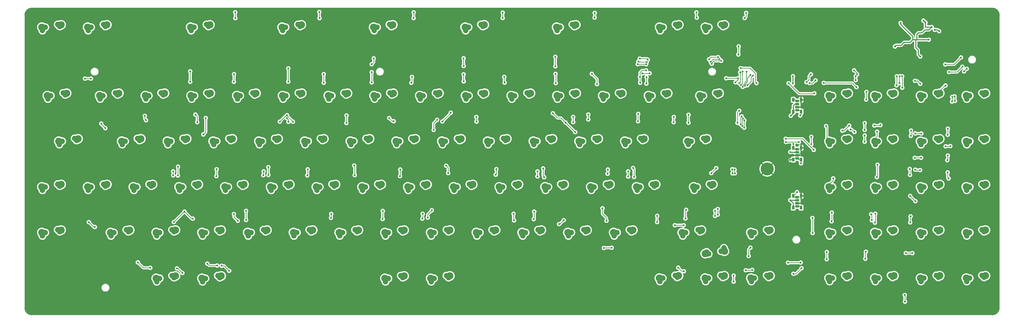
<source format=gbr>
%TF.GenerationSoftware,KiCad,Pcbnew,(6.99.0-4502-gf1556ed801-dirty)*%
%TF.CreationDate,2022-12-16T01:56:55-05:00*%
%TF.ProjectId,necpc8801l,6e656370-6338-4383-9031-6c2e6b696361,rev?*%
%TF.SameCoordinates,Original*%
%TF.FileFunction,Copper,L1,Top*%
%TF.FilePolarity,Positive*%
%FSLAX46Y46*%
G04 Gerber Fmt 4.6, Leading zero omitted, Abs format (unit mm)*
G04 Created by KiCad (PCBNEW (6.99.0-4502-gf1556ed801-dirty)) date 2022-12-16 01:56:55*
%MOMM*%
%LPD*%
G01*
G04 APERTURE LIST*
%TA.AperFunction,ComponentPad*%
%ADD10C,3.000000*%
%TD*%
%TA.AperFunction,ComponentPad*%
%ADD11C,2.250000*%
%TD*%
%TA.AperFunction,ComponentPad*%
%ADD12O,1.800000X1.070000*%
%TD*%
%TA.AperFunction,SMDPad,CuDef*%
%ADD13R,1.000000X1.500000*%
%TD*%
%TA.AperFunction,ComponentPad*%
%ADD14R,1.800000X1.070000*%
%TD*%
%TA.AperFunction,ComponentPad*%
%ADD15C,5.400000*%
%TD*%
%TA.AperFunction,ViaPad*%
%ADD16C,0.800000*%
%TD*%
%TA.AperFunction,ViaPad*%
%ADD17C,2.000000*%
%TD*%
%TA.AperFunction,Conductor*%
%ADD18C,0.250000*%
%TD*%
%TA.AperFunction,Conductor*%
%ADD19C,0.400000*%
%TD*%
%TA.AperFunction,Profile*%
%ADD20C,0.150000*%
%TD*%
%TA.AperFunction,Profile*%
%ADD21C,0.050000*%
%TD*%
G04 APERTURE END LIST*
D10*
%TO.P,SW_Z_1,1,COL*%
%TO.N,COL1*%
X54670000Y-93600000D03*
D11*
X54910000Y-95010000D03*
X56095000Y-93625000D03*
%TO.P,SW_Z_1,2,ROW*%
%TO.N,Net-(D16-A)*%
X61260000Y-92470000D03*
X62095000Y-93300000D03*
D10*
X62670000Y-92600000D03*
%TD*%
%TO.P,SW_Y_1,1,COL*%
%TO.N,COL3*%
X135320000Y-55575000D03*
D11*
X135560000Y-56985000D03*
X136745000Y-55600000D03*
%TO.P,SW_Y_1,2,ROW*%
%TO.N,Net-(D36-A)*%
X141910000Y-54445000D03*
X142745000Y-55275000D03*
D10*
X143320000Y-54575000D03*
%TD*%
%TO.P,SW_YEN_1,1,COL*%
%TO.N,COL6*%
X259150000Y-36600000D03*
D11*
X259390000Y-38010000D03*
X260575000Y-36625000D03*
%TO.P,SW_YEN_1,2,ROW*%
%TO.N,Net-(D68-A)*%
X265740000Y-35470000D03*
X266575000Y-36300000D03*
D10*
X267150000Y-35600000D03*
%TD*%
%TO.P,SW_X_1,1,COL*%
%TO.N,COL1*%
X73670000Y-93600000D03*
D11*
X73910000Y-95010000D03*
X75095000Y-93625000D03*
%TO.P,SW_X_1,2,ROW*%
%TO.N,Net-(D18-A)*%
X80260000Y-92470000D03*
X81095000Y-93300000D03*
D10*
X81670000Y-92600000D03*
%TD*%
%TO.P,SW_W_1,1,COL*%
%TO.N,COL1*%
X59320000Y-55575000D03*
D11*
X59560000Y-56985000D03*
X60745000Y-55600000D03*
%TO.P,SW_W_1,2,ROW*%
%TO.N,Net-(D14-A)*%
X65910000Y-54445000D03*
X66745000Y-55275000D03*
D10*
X67320000Y-54575000D03*
%TD*%
%TO.P,SW_WE_1,1,COL*%
%TO.N,COL6*%
X254170000Y-74600000D03*
D11*
X254410000Y-76010000D03*
X255595000Y-74625000D03*
%TO.P,SW_WE_1,2,ROW*%
%TO.N,Net-(D73-A)*%
X260760000Y-73470000D03*
X261595000Y-74300000D03*
D10*
X262170000Y-73600000D03*
%TD*%
%TO.P,SW_V_1,1,COL*%
%TO.N,COL2*%
X111670000Y-93600000D03*
D11*
X111910000Y-95010000D03*
X113095000Y-93625000D03*
%TO.P,SW_V_1,2,ROW*%
%TO.N,Net-(D29-A)*%
X118260000Y-92470000D03*
X119095000Y-93300000D03*
D10*
X119670000Y-92600000D03*
%TD*%
%TO.P,SW_U_1,1,COL*%
%TO.N,COL3*%
X154320000Y-55575000D03*
D11*
X154560000Y-56985000D03*
X155745000Y-55600000D03*
%TO.P,SW_U_1,2,ROW*%
%TO.N,Net-(D42-A)*%
X160910000Y-54445000D03*
X161745000Y-55275000D03*
D10*
X162320000Y-54575000D03*
%TD*%
%TO.P,SW_UP_1,1,COL*%
%TO.N,COL7*%
X301670000Y-93600000D03*
D11*
X301910000Y-95010000D03*
X303095000Y-93625000D03*
%TO.P,SW_UP_1,2,ROW*%
%TO.N,Net-(D85-A)*%
X308260000Y-92470000D03*
X309095000Y-93300000D03*
D10*
X309670000Y-92600000D03*
%TD*%
%TO.P,SW_T_1,1,COL*%
%TO.N,COL2*%
X116320000Y-55575000D03*
D11*
X116560000Y-56985000D03*
X117745000Y-55600000D03*
%TO.P,SW_T_1,2,ROW*%
%TO.N,Net-(D31-A)*%
X122910000Y-54445000D03*
X123745000Y-55275000D03*
D10*
X124320000Y-54575000D03*
%TD*%
%TO.P,SW_TAB_1,1,COL*%
%TO.N,COL0*%
X14195000Y-55575000D03*
D11*
X14435000Y-56985000D03*
X15620000Y-55600000D03*
%TO.P,SW_TAB_1,2,ROW*%
%TO.N,Net-(D3-A)*%
X20785000Y-54445000D03*
X21620000Y-55275000D03*
D10*
X22195000Y-54575000D03*
%TD*%
%TO.P,SW_S_1,1,COL*%
%TO.N,COL1*%
X64170000Y-74600000D03*
D11*
X64410000Y-76010000D03*
X65595000Y-74625000D03*
%TO.P,SW_S_1,2,ROW*%
%TO.N,Net-(D19-A)*%
X70760000Y-73470000D03*
X71595000Y-74300000D03*
D10*
X72170000Y-73600000D03*
%TD*%
%TO.P,SW_SUP_1,1,COL*%
%TO.N,COL1*%
X54670000Y-112700000D03*
D11*
X54910000Y-114110000D03*
X56095000Y-112725000D03*
%TO.P,SW_SUP_1,2,ROW*%
%TO.N,Net-(D17-A)*%
X61260000Y-111570000D03*
X62095000Y-112400000D03*
D10*
X62670000Y-111700000D03*
%TD*%
%TO.P,SW_STP_1,1,COL*%
%TO.N,COL0*%
X7170000Y-8100000D03*
D11*
X7410000Y-9510000D03*
X8595000Y-8125000D03*
%TO.P,SW_STP_1,2,ROW*%
%TO.N,Net-(D1-A)*%
X13760000Y-6970000D03*
X14595000Y-7800000D03*
D10*
X15170000Y-7100000D03*
%TD*%
%TO.P,SW_SP2_1,1,COL*%
%TO.N,COL4*%
X168670000Y-112700000D03*
D11*
X168910000Y-114110000D03*
X170095000Y-112725000D03*
%TO.P,SW_SP2_1,2,ROW*%
%TO.N,Net-(D50-A)*%
X175260000Y-111570000D03*
X176095000Y-112400000D03*
D10*
X176670000Y-111700000D03*
%TD*%
%TO.P,SW_SP1_1,1,COL*%
%TO.N,COL3*%
X149670000Y-112700000D03*
D11*
X149910000Y-114110000D03*
X151095000Y-112725000D03*
%TO.P,SW_SP1_1,2,ROW*%
%TO.N,Net-(D39-A)*%
X156260000Y-111570000D03*
X157095000Y-112400000D03*
D10*
X157670000Y-111700000D03*
%TD*%
%TO.P,SW_SMI_1,1,COL*%
%TO.N,COL5*%
X216170000Y-74600000D03*
D11*
X216410000Y-76010000D03*
X217595000Y-74625000D03*
%TO.P,SW_SMI_1,2,ROW*%
%TO.N,Net-(D62-A)*%
X222760000Y-73470000D03*
X223595000Y-74300000D03*
D10*
X224170000Y-73600000D03*
%TD*%
%TO.P,SW_SLS_1,1,COL*%
%TO.N,COL5*%
X225670000Y-93600000D03*
D11*
X225910000Y-95010000D03*
X227095000Y-93625000D03*
%TO.P,SW_SLS_1,2,ROW*%
%TO.N,Net-(D61-A)*%
X232260000Y-92470000D03*
X233095000Y-93300000D03*
D10*
X233670000Y-92600000D03*
%TD*%
%TO.P,SW_R_1,1,COL*%
%TO.N,COL2*%
X97320000Y-55575000D03*
D11*
X97560000Y-56985000D03*
X98745000Y-55600000D03*
%TO.P,SW_R_1,2,ROW*%
%TO.N,Net-(D25-A)*%
X103910000Y-54445000D03*
X104745000Y-55275000D03*
D10*
X105320000Y-54575000D03*
%TD*%
%TO.P,SW_RSH_ALIAS_1,1,COL*%
%TO.N,COL7*%
X290730000Y-101425000D03*
D11*
X290490000Y-100015000D03*
X289305000Y-101400000D03*
%TO.P,SW_RSH_ALIAS_1,2,ROW*%
%TO.N,ROW4*%
X284140000Y-102555000D03*
X283305000Y-101725000D03*
D10*
X282730000Y-102425000D03*
%TD*%
%TO.P,SW_RSH_1,1,COL*%
%TO.N,COL7*%
X273170000Y-93600000D03*
D11*
X273410000Y-95010000D03*
X274595000Y-93625000D03*
%TO.P,SW_RSH_1,2,ROW*%
%TO.N,Net-(D82-A)*%
X279760000Y-92470000D03*
X280595000Y-93300000D03*
D10*
X281170000Y-92600000D03*
%TD*%
%TO.P,SW_RLU_1,1,COL*%
%TO.N,COL6*%
X263770000Y-8100000D03*
D11*
X264010000Y-9510000D03*
X265195000Y-8125000D03*
%TO.P,SW_RLU_1,2,ROW*%
%TO.N,Net-(D67-A)*%
X270360000Y-6970000D03*
X271195000Y-7800000D03*
D10*
X271770000Y-7100000D03*
%TD*%
%TO.P,SW_RLD_1,1,COL*%
%TO.N,COL7*%
X282770000Y-8100000D03*
D11*
X283010000Y-9510000D03*
X284195000Y-8125000D03*
%TO.P,SW_RLD_1,2,ROW*%
%TO.N,Net-(D78-A)*%
X289360000Y-6970000D03*
X290195000Y-7800000D03*
D10*
X290770000Y-7100000D03*
%TD*%
%TO.P,SW_RIGHT_1,1,COL*%
%TO.N,COL7*%
X282670000Y-112600000D03*
D11*
X282910000Y-114010000D03*
X284095000Y-112625000D03*
%TO.P,SW_RIGHT_1,2,ROW*%
%TO.N,Net-(D83-A)*%
X289260000Y-111470000D03*
X290095000Y-112300000D03*
D10*
X290670000Y-111600000D03*
%TD*%
%TO.P,SW_Q_1,1,COL*%
%TO.N,COL0*%
X40320000Y-55575000D03*
D11*
X40560000Y-56985000D03*
X41745000Y-55600000D03*
%TO.P,SW_Q_1,2,ROW*%
%TO.N,Net-(D8-A)*%
X46910000Y-54445000D03*
X47745000Y-55275000D03*
D10*
X48320000Y-54575000D03*
%TD*%
%TO.P,SW_P_1,1,COL*%
%TO.N,COL5*%
X211320000Y-55575000D03*
D11*
X211560000Y-56985000D03*
X212745000Y-55600000D03*
%TO.P,SW_P_1,2,ROW*%
%TO.N,Net-(D58-A)*%
X217910000Y-54445000D03*
X218745000Y-55275000D03*
D10*
X219320000Y-54575000D03*
%TD*%
%TO.P,SW_O_1,1,COL*%
%TO.N,COL4*%
X192320000Y-55575000D03*
D11*
X192560000Y-56985000D03*
X193745000Y-55600000D03*
%TO.P,SW_O_1,2,ROW*%
%TO.N,Net-(D53-A)*%
X198910000Y-54445000D03*
X199745000Y-55275000D03*
D10*
X200320000Y-54575000D03*
%TD*%
%TO.P,SW_N_1,1,COL*%
%TO.N,COL3*%
X149670000Y-93600000D03*
D11*
X149910000Y-95010000D03*
X151095000Y-93625000D03*
%TO.P,SW_N_1,2,ROW*%
%TO.N,Net-(D40-A)*%
X156260000Y-92470000D03*
X157095000Y-93300000D03*
D10*
X157670000Y-92600000D03*
%TD*%
%TO.P,SW_M_1,1,COL*%
%TO.N,COL4*%
X168670000Y-93600000D03*
D11*
X168910000Y-95010000D03*
X170095000Y-93625000D03*
%TO.P,SW_M_1,2,ROW*%
%TO.N,Net-(D49-A)*%
X175260000Y-92470000D03*
X176095000Y-93300000D03*
D10*
X176670000Y-92600000D03*
%TD*%
%TO.P,SW_MN_1,1,COL*%
%TO.N,COL5*%
X221150000Y-36600000D03*
D11*
X221390000Y-38010000D03*
X222575000Y-36625000D03*
%TO.P,SW_MN_1,2,ROW*%
%TO.N,Net-(D64-A)*%
X227740000Y-35470000D03*
X228575000Y-36300000D03*
D10*
X229150000Y-35600000D03*
%TD*%
%TO.P,SW_L_1,1,COL*%
%TO.N,COL5*%
X197170000Y-74600000D03*
D11*
X197410000Y-76010000D03*
X198595000Y-74625000D03*
%TO.P,SW_L_1,2,ROW*%
%TO.N,Net-(D59-A)*%
X203760000Y-73470000D03*
X204595000Y-74300000D03*
D10*
X205170000Y-73600000D03*
%TD*%
%TO.P,SW_LT_1,1,COL*%
%TO.N,COL4*%
X187670000Y-93600000D03*
D11*
X187910000Y-95010000D03*
X189095000Y-93625000D03*
%TO.P,SW_LT_1,2,ROW*%
%TO.N,Net-(D51-A)*%
X194260000Y-92470000D03*
X195095000Y-93300000D03*
D10*
X195670000Y-92600000D03*
%TD*%
%TO.P,SW_LS2_1,1,COL*%
%TO.N,COL0*%
X35670000Y-93600000D03*
D11*
X35910000Y-95010000D03*
X37095000Y-93625000D03*
%TO.P,SW_LS2_1,2,ROW*%
%TO.N,Net-(D6-A)*%
X42260000Y-92470000D03*
X43095000Y-93300000D03*
D10*
X43670000Y-92600000D03*
%TD*%
%TO.P,SW_LS1_1,1,COL*%
%TO.N,COL0*%
X7170000Y-93600000D03*
D11*
X7410000Y-95010000D03*
X8595000Y-93625000D03*
%TO.P,SW_LS1_1,2,ROW*%
%TO.N,Net-(D5-A)*%
X13760000Y-92470000D03*
X14595000Y-93300000D03*
D10*
X15170000Y-92600000D03*
%TD*%
%TO.P,SW_LEFT_1,1,COL*%
%TO.N,COL6*%
X263670000Y-112600000D03*
D11*
X263910000Y-114010000D03*
X265095000Y-112625000D03*
%TO.P,SW_LEFT_1,2,ROW*%
%TO.N,Net-(D72-A)*%
X270260000Y-111470000D03*
X271095000Y-112300000D03*
D10*
X271670000Y-111600000D03*
%TD*%
%TO.P,SW_K_1,1,COL*%
%TO.N,COL4*%
X178170000Y-74600000D03*
D11*
X178410000Y-76010000D03*
X179595000Y-74625000D03*
%TO.P,SW_K_1,2,ROW*%
%TO.N,Net-(D52-A)*%
X184760000Y-73470000D03*
X185595000Y-74300000D03*
D10*
X186170000Y-73600000D03*
%TD*%
%TO.P,SW_KPPLUS_1,1,COL*%
%TO.N,COL9*%
X391150000Y-74600000D03*
D11*
X391390000Y-76010000D03*
X392575000Y-74625000D03*
%TO.P,SW_KPPLUS_1,2,ROW*%
%TO.N,Net-(D43-A)*%
X397740000Y-73470000D03*
X398575000Y-74300000D03*
D10*
X399150000Y-73600000D03*
%TD*%
%TO.P,SW_KPPER_1,1,COL*%
%TO.N,COL9*%
X372150000Y-112600000D03*
D11*
X372390000Y-114010000D03*
X373575000Y-112625000D03*
%TO.P,SW_KPPER_1,2,ROW*%
%TO.N,Net-(D104-A)*%
X378740000Y-111470000D03*
X379575000Y-112300000D03*
D10*
X380150000Y-111600000D03*
%TD*%
%TO.P,SW_KPMULT_1,1,COL*%
%TO.N,COL9*%
X391150000Y-55600000D03*
D11*
X391390000Y-57010000D03*
X392575000Y-55625000D03*
%TO.P,SW_KPMULT_1,2,ROW*%
%TO.N,Net-(D109-A)*%
X397740000Y-54470000D03*
X398575000Y-55300000D03*
D10*
X399150000Y-54600000D03*
%TD*%
%TO.P,SW_KPMIN_1,1,COL*%
%TO.N,COL9*%
X372150000Y-36600000D03*
D11*
X372390000Y-38010000D03*
X373575000Y-36625000D03*
%TO.P,SW_KPMIN_1,2,ROW*%
%TO.N,Net-(D99-A)*%
X378740000Y-35470000D03*
X379575000Y-36300000D03*
D10*
X380150000Y-35600000D03*
%TD*%
%TO.P,SW_KPHOME_1,1,COL*%
%TO.N,COL8*%
X334150000Y-36600000D03*
D11*
X334390000Y-38010000D03*
X335575000Y-36625000D03*
%TO.P,SW_KPHOME_1,2,ROW*%
%TO.N,Net-(D89-A)*%
X340740000Y-35470000D03*
X341575000Y-36300000D03*
D10*
X342150000Y-35600000D03*
%TD*%
%TO.P,SW_KPHELP1,1,COL*%
%TO.N,COL8*%
X353150000Y-36600000D03*
D11*
X353390000Y-38010000D03*
X354575000Y-36625000D03*
%TO.P,SW_KPHELP1,2,ROW*%
%TO.N,Net-(D98-A)*%
X359740000Y-35470000D03*
X360575000Y-36300000D03*
D10*
X361150000Y-35600000D03*
%TD*%
%TO.P,SW_KPEQ_1,1,COL*%
%TO.N,COL9*%
X391150000Y-93600000D03*
D11*
X391390000Y-95010000D03*
X392575000Y-93625000D03*
%TO.P,SW_KPEQ_1,2,ROW*%
%TO.N,Net-(D106-A)*%
X397740000Y-92470000D03*
X398575000Y-93300000D03*
D10*
X399150000Y-92600000D03*
%TD*%
%TO.P,SW_KPENT_1,1,COL*%
%TO.N,COL9*%
X391150000Y-112600000D03*
D11*
X391390000Y-114010000D03*
X392575000Y-112625000D03*
%TO.P,SW_KPENT_1,2,ROW*%
%TO.N,Net-(D105-A)*%
X397740000Y-111470000D03*
X398575000Y-112300000D03*
D10*
X399150000Y-111600000D03*
%TD*%
%TO.P,SW_KPDIV_1,1,COL*%
%TO.N,COL9*%
X391150000Y-36600000D03*
D11*
X391390000Y-38010000D03*
X392575000Y-36625000D03*
%TO.P,SW_KPDIV_1,2,ROW*%
%TO.N,Net-(D110-A)*%
X397740000Y-35470000D03*
X398575000Y-36300000D03*
D10*
X399150000Y-35600000D03*
%TD*%
%TO.P,SW_KPCOM_1,1,COL*%
%TO.N,COL8*%
X353150000Y-112600000D03*
D11*
X353390000Y-114010000D03*
X354575000Y-112625000D03*
%TO.P,SW_KPCOM_1,2,ROW*%
%TO.N,Net-(D94-A)*%
X359740000Y-111470000D03*
X360575000Y-112300000D03*
D10*
X361150000Y-111600000D03*
%TD*%
%TO.P,SW_KP9_1,1,COL*%
%TO.N,COL9*%
X372150000Y-55600000D03*
D11*
X372390000Y-57010000D03*
X373575000Y-55625000D03*
%TO.P,SW_KP9_1,2,ROW*%
%TO.N,Net-(D101-A)*%
X378740000Y-54470000D03*
X379575000Y-55300000D03*
D10*
X380150000Y-54600000D03*
%TD*%
%TO.P,SW_KP8_1,1,COL*%
%TO.N,COL8*%
X353150000Y-55600000D03*
D11*
X353390000Y-57010000D03*
X354575000Y-55625000D03*
%TO.P,SW_KP8_1,2,ROW*%
%TO.N,Net-(D97-A)*%
X359740000Y-54470000D03*
X360575000Y-55300000D03*
D10*
X361150000Y-54600000D03*
%TD*%
%TO.P,SW_KP7_1,1,COL*%
%TO.N,COL8*%
X334150000Y-55600000D03*
D11*
X334390000Y-57010000D03*
X335575000Y-55625000D03*
%TO.P,SW_KP7_1,2,ROW*%
%TO.N,Net-(D90-A)*%
X340740000Y-54470000D03*
X341575000Y-55300000D03*
D10*
X342150000Y-54600000D03*
%TD*%
%TO.P,SW_KP6_1,1,COL*%
%TO.N,COL9*%
X372150000Y-74600000D03*
D11*
X372390000Y-76010000D03*
X373575000Y-74625000D03*
%TO.P,SW_KP6_1,2,ROW*%
%TO.N,Net-(D102-A)*%
X378740000Y-73470000D03*
X379575000Y-74300000D03*
D10*
X380150000Y-73600000D03*
%TD*%
%TO.P,SW_KP5_1,1,COL*%
%TO.N,COL8*%
X353150000Y-74600000D03*
D11*
X353390000Y-76010000D03*
X354575000Y-74625000D03*
%TO.P,SW_KP5_1,2,ROW*%
%TO.N,Net-(D96-A)*%
X359740000Y-73470000D03*
X360575000Y-74300000D03*
D10*
X361150000Y-73600000D03*
%TD*%
%TO.P,SW_KP4_1,1,COL*%
%TO.N,COL8*%
X334150000Y-74600000D03*
D11*
X334390000Y-76010000D03*
X335575000Y-74625000D03*
%TO.P,SW_KP4_1,2,ROW*%
%TO.N,Net-(D91-A)*%
X340740000Y-73470000D03*
X341575000Y-74300000D03*
D10*
X342150000Y-73600000D03*
%TD*%
%TO.P,SW_KP3_1,1,COL*%
%TO.N,COL9*%
X372150000Y-93600000D03*
D11*
X372390000Y-95010000D03*
X373575000Y-93625000D03*
%TO.P,SW_KP3_1,2,ROW*%
%TO.N,Net-(D103-A)*%
X378740000Y-92470000D03*
X379575000Y-93300000D03*
D10*
X380150000Y-92600000D03*
%TD*%
%TO.P,SW_KP2_1,1,COL*%
%TO.N,COL8*%
X353150000Y-93600000D03*
D11*
X353390000Y-95010000D03*
X354575000Y-93625000D03*
%TO.P,SW_KP2_1,2,ROW*%
%TO.N,Net-(D95-A)*%
X359740000Y-92470000D03*
X360575000Y-93300000D03*
D10*
X361150000Y-92600000D03*
%TD*%
%TO.P,SW_KP1_1,1,COL*%
%TO.N,COL8*%
X334150000Y-93600000D03*
D11*
X334390000Y-95010000D03*
X335575000Y-93625000D03*
%TO.P,SW_KP1_1,2,ROW*%
%TO.N,Net-(D92-A)*%
X340740000Y-92470000D03*
X341575000Y-93300000D03*
D10*
X342150000Y-92600000D03*
%TD*%
%TO.P,SW_KP0_1,1,COL*%
%TO.N,COL8*%
X334150000Y-112600000D03*
D11*
X334390000Y-114010000D03*
X335575000Y-112625000D03*
%TO.P,SW_KP0_1,2,ROW*%
%TO.N,Net-(D93-A)*%
X340740000Y-111470000D03*
X341575000Y-112300000D03*
D10*
X342150000Y-111600000D03*
%TD*%
%TO.P,SW_J_1,1,COL*%
%TO.N,COL4*%
X159170000Y-74600000D03*
D11*
X159410000Y-76010000D03*
X160595000Y-74625000D03*
%TO.P,SW_J_1,2,ROW*%
%TO.N,Net-(D48-A)*%
X165760000Y-73470000D03*
X166595000Y-74300000D03*
D10*
X167170000Y-73600000D03*
%TD*%
%TO.P,SW_I_1,1,COL*%
%TO.N,COL4*%
X173320000Y-55575000D03*
D11*
X173560000Y-56985000D03*
X174745000Y-55600000D03*
%TO.P,SW_I_1,2,ROW*%
%TO.N,Net-(D47-A)*%
X179910000Y-54445000D03*
X180745000Y-55275000D03*
D10*
X181320000Y-54575000D03*
%TD*%
%TO.P,SW_H_1,1,COL*%
%TO.N,COL3*%
X140170000Y-74600000D03*
D11*
X140410000Y-76010000D03*
X141595000Y-74625000D03*
%TO.P,SW_H_1,2,ROW*%
%TO.N,Net-(D41-A)*%
X146760000Y-73470000D03*
X147595000Y-74300000D03*
D10*
X148170000Y-73600000D03*
%TD*%
%TO.P,SW_G_1,1,COL*%
%TO.N,COL3*%
X121170000Y-74600000D03*
D11*
X121410000Y-76010000D03*
X122595000Y-74625000D03*
%TO.P,SW_G_1,2,ROW*%
%TO.N,Net-(D37-A)*%
X127760000Y-73470000D03*
X128595000Y-74300000D03*
D10*
X129170000Y-73600000D03*
%TD*%
%TO.P,SW_GT_1,1,COL*%
%TO.N,COL5*%
X206670000Y-93600000D03*
D11*
X206910000Y-95010000D03*
X208095000Y-93625000D03*
%TO.P,SW_GT_1,2,ROW*%
%TO.N,Net-(D60-A)*%
X213260000Y-92470000D03*
X214095000Y-93300000D03*
D10*
X214670000Y-92600000D03*
%TD*%
%TO.P,SW_F_1,1,COL*%
%TO.N,COL2*%
X102170000Y-74600000D03*
D11*
X102410000Y-76010000D03*
X103595000Y-74625000D03*
%TO.P,SW_F_1,2,ROW*%
%TO.N,Net-(D30-A)*%
X108760000Y-73470000D03*
X109595000Y-74300000D03*
D10*
X110170000Y-73600000D03*
%TD*%
%TO.P,SW_FC_1,1,COL*%
%TO.N,COL6*%
X249320000Y-55575000D03*
D11*
X249560000Y-56985000D03*
X250745000Y-55600000D03*
%TO.P,SW_FC_1,2,ROW*%
%TO.N,Net-(D69-A)*%
X255910000Y-54445000D03*
X256745000Y-55275000D03*
D10*
X257320000Y-54575000D03*
%TD*%
%TO.P,SW_F5_1,1,COL*%
%TO.N,COL5*%
X220970000Y-8100000D03*
D11*
X221210000Y-9510000D03*
X222395000Y-8125000D03*
%TO.P,SW_F5_1,2,ROW*%
%TO.N,Net-(D56-A)*%
X227560000Y-6970000D03*
X228395000Y-7800000D03*
D10*
X228970000Y-7100000D03*
%TD*%
%TO.P,SW_F4_1,1,COL*%
%TO.N,COL4*%
X182970000Y-8100000D03*
D11*
X183210000Y-9510000D03*
X184395000Y-8125000D03*
%TO.P,SW_F4_1,2,ROW*%
%TO.N,Net-(D45-A)*%
X189560000Y-6970000D03*
X190395000Y-7800000D03*
D10*
X190970000Y-7100000D03*
%TD*%
%TO.P,SW_F3_1,1,COL*%
%TO.N,COL3*%
X144970000Y-8100000D03*
D11*
X145210000Y-9510000D03*
X146395000Y-8125000D03*
%TO.P,SW_F3_1,2,ROW*%
%TO.N,Net-(D34-A)*%
X151560000Y-6970000D03*
X152395000Y-7800000D03*
D10*
X152970000Y-7100000D03*
%TD*%
%TO.P,SW_F2_1,1,COL*%
%TO.N,COL2*%
X106970000Y-8100000D03*
D11*
X107210000Y-9510000D03*
X108395000Y-8125000D03*
%TO.P,SW_F2_1,2,ROW*%
%TO.N,Net-(D23-A)*%
X113560000Y-6970000D03*
X114395000Y-7800000D03*
D10*
X114970000Y-7100000D03*
%TD*%
%TO.P,SW_F1_1,1,COL*%
%TO.N,COL1*%
X68970000Y-8100000D03*
D11*
X69210000Y-9510000D03*
X70395000Y-8125000D03*
%TO.P,SW_F1_1,2,ROW*%
%TO.N,Net-(D12-A)*%
X75560000Y-6970000D03*
X76395000Y-7800000D03*
D10*
X76970000Y-7100000D03*
%TD*%
%TO.P,SW_E_1,1,COL*%
%TO.N,COL1*%
X78320000Y-55575000D03*
D11*
X78560000Y-56985000D03*
X79745000Y-55600000D03*
%TO.P,SW_E_1,2,ROW*%
%TO.N,Net-(D20-A)*%
X84910000Y-54445000D03*
X85745000Y-55275000D03*
D10*
X86320000Y-54575000D03*
%TD*%
%TO.P,SW_ET_1,1,COL*%
%TO.N,COL6*%
X275445000Y-55575000D03*
D11*
X275685000Y-56985000D03*
X276870000Y-55600000D03*
%TO.P,SW_ET_1,2,ROW*%
%TO.N,Net-(D75-A)*%
X282035000Y-54445000D03*
X282870000Y-55275000D03*
D10*
X283445000Y-54575000D03*
%TD*%
%TO.P,SW_ESC_1,1,COL*%
%TO.N,COL0*%
X9450000Y-36600000D03*
D11*
X9690000Y-38010000D03*
X10875000Y-36625000D03*
%TO.P,SW_ESC_1,2,ROW*%
%TO.N,Net-(D2-A)*%
X16040000Y-35470000D03*
X16875000Y-36300000D03*
D10*
X17450000Y-35600000D03*
%TD*%
%TO.P,SW_ED_1,1,COL*%
%TO.N,COL7*%
X277920000Y-74600000D03*
D11*
X278160000Y-76010000D03*
X279345000Y-74625000D03*
%TO.P,SW_ED_1,2,ROW*%
%TO.N,Net-(D81-A)*%
X284510000Y-73470000D03*
X285345000Y-74300000D03*
D10*
X285920000Y-73600000D03*
%TD*%
%TO.P,SW_D_1,1,COL*%
%TO.N,COL2*%
X83170000Y-74600000D03*
D11*
X83410000Y-76010000D03*
X84595000Y-74625000D03*
%TO.P,SW_D_1,2,ROW*%
%TO.N,Net-(D26-A)*%
X89760000Y-73470000D03*
X90595000Y-74300000D03*
D10*
X91170000Y-73600000D03*
%TD*%
%TO.P,SW_DOWN_1,1,COL*%
%TO.N,COL7*%
X301670000Y-112600000D03*
D11*
X301910000Y-114010000D03*
X303095000Y-112625000D03*
%TO.P,SW_DOWN_1,2,ROW*%
%TO.N,Net-(D84-A)*%
X308260000Y-111470000D03*
X309095000Y-112300000D03*
D10*
X309670000Y-111600000D03*
%TD*%
%TO.P,SW_DEL_1,1,COL*%
%TO.N,COL6*%
X280525000Y-36600000D03*
D11*
X280765000Y-38010000D03*
X281950000Y-36625000D03*
%TO.P,SW_DEL_1,2,ROW*%
%TO.N,Net-(D76-A)*%
X287115000Y-35470000D03*
X287950000Y-36300000D03*
D10*
X288525000Y-35600000D03*
%TD*%
%TO.P,SW_C_1,1,COL*%
%TO.N,COL2*%
X92670000Y-93600000D03*
D11*
X92910000Y-95010000D03*
X94095000Y-93625000D03*
%TO.P,SW_C_1,2,ROW*%
%TO.N,Net-(D27-A)*%
X99260000Y-92470000D03*
X100095000Y-93300000D03*
D10*
X100670000Y-92600000D03*
%TD*%
%TO.P,SW_CTRL_1,1,COL*%
%TO.N,COL0*%
X7170000Y-74600000D03*
D11*
X7410000Y-76010000D03*
X8595000Y-74625000D03*
%TO.P,SW_CTRL_1,2,ROW*%
%TO.N,Net-(D4-A)*%
X13760000Y-73470000D03*
X14595000Y-74300000D03*
D10*
X15170000Y-73600000D03*
%TD*%
%TO.P,SW_CPY_1,1,COL*%
%TO.N,COL0*%
X26170000Y-8100000D03*
D11*
X26410000Y-9510000D03*
X27595000Y-8125000D03*
%TO.P,SW_CPY_1,2,ROW*%
%TO.N,Net-(D10-A)*%
X32760000Y-6970000D03*
X33595000Y-7800000D03*
D10*
X34170000Y-7100000D03*
%TD*%
%TO.P,SW_COL_1,1,COL*%
%TO.N,COL6*%
X235170000Y-74600000D03*
D11*
X235410000Y-76010000D03*
X236595000Y-74625000D03*
%TO.P,SW_COL_1,2,ROW*%
%TO.N,Net-(D70-A)*%
X241760000Y-73470000D03*
X242595000Y-74300000D03*
D10*
X243170000Y-73600000D03*
%TD*%
%TO.P,SW_CAR_1,1,COL*%
%TO.N,COL5*%
X240150000Y-36600000D03*
D11*
X240390000Y-38010000D03*
X241575000Y-36625000D03*
%TO.P,SW_CAR_1,2,ROW*%
%TO.N,Net-(D65-A)*%
X246740000Y-35470000D03*
X247575000Y-36300000D03*
D10*
X248150000Y-35600000D03*
%TD*%
%TO.P,SW_CAPS_1,1,COL*%
%TO.N,COL0*%
X26170000Y-74600000D03*
D11*
X26410000Y-76010000D03*
X27595000Y-74625000D03*
%TO.P,SW_CAPS_1,2,ROW*%
%TO.N,Net-(D7-A)*%
X32760000Y-73470000D03*
X33595000Y-74300000D03*
D10*
X34170000Y-73600000D03*
%TD*%
%TO.P,SW_B_1,1,COL*%
%TO.N,COL3*%
X130670000Y-93600000D03*
D11*
X130910000Y-95010000D03*
X132095000Y-93625000D03*
%TO.P,SW_B_1,2,ROW*%
%TO.N,Net-(D38-A)*%
X137260000Y-92470000D03*
X138095000Y-93300000D03*
D10*
X138670000Y-92600000D03*
%TD*%
%TO.P,SW_A_1,1,COL*%
%TO.N,COL1*%
X45170000Y-74600000D03*
D11*
X45410000Y-76010000D03*
X46595000Y-74625000D03*
%TO.P,SW_A_1,2,ROW*%
%TO.N,Net-(D15-A)*%
X51760000Y-73470000D03*
X52595000Y-74300000D03*
D10*
X53170000Y-73600000D03*
%TD*%
%TO.P,SW_AT_1,1,COL*%
%TO.N,COL5*%
X230320000Y-55575000D03*
D11*
X230560000Y-56985000D03*
X231745000Y-55600000D03*
%TO.P,SW_AT_1,2,ROW*%
%TO.N,Net-(D63-A)*%
X236910000Y-54445000D03*
X237745000Y-55275000D03*
D10*
X238320000Y-54575000D03*
%TD*%
%TO.P,SW_AMG_1,1,COL*%
%TO.N,COL6*%
X244670000Y-93600000D03*
D11*
X244910000Y-95010000D03*
X246095000Y-93625000D03*
%TO.P,SW_AMG_1,2,ROW*%
%TO.N,Net-(D71-A)*%
X251260000Y-92470000D03*
X252095000Y-93300000D03*
D10*
X252670000Y-92600000D03*
%TD*%
%TO.P,SW_ALT_1,1,COL*%
%TO.N,COL2*%
X73670000Y-112700000D03*
D11*
X73910000Y-114110000D03*
X75095000Y-112725000D03*
%TO.P,SW_ALT_1,2,ROW*%
%TO.N,Net-(D28-A)*%
X80260000Y-111570000D03*
X81095000Y-112400000D03*
D10*
X81670000Y-111700000D03*
%TD*%
%TO.P,SW_9_1,1,COL*%
%TO.N,COL4*%
X183150000Y-36600000D03*
D11*
X183390000Y-38010000D03*
X184575000Y-36625000D03*
%TO.P,SW_9_1,2,ROW*%
%TO.N,Net-(D54-A)*%
X189740000Y-35470000D03*
X190575000Y-36300000D03*
D10*
X191150000Y-35600000D03*
%TD*%
%TO.P,SW_8_1,1,COL*%
%TO.N,COL4*%
X164150000Y-36600000D03*
D11*
X164390000Y-38010000D03*
X165575000Y-36625000D03*
%TO.P,SW_8_1,2,ROW*%
%TO.N,Net-(D46-A)*%
X170740000Y-35470000D03*
X171575000Y-36300000D03*
D10*
X172150000Y-35600000D03*
%TD*%
%TO.P,SW_7_1,1,COL*%
%TO.N,COL3*%
X145150000Y-36600000D03*
D11*
X145390000Y-38010000D03*
X146575000Y-36625000D03*
%TO.P,SW_7_1,2,ROW*%
%TO.N,Net-(D44-A)*%
X151740000Y-35470000D03*
X152575000Y-36300000D03*
D10*
X153150000Y-35600000D03*
%TD*%
%TO.P,SW_6_1,1,COL*%
%TO.N,COL3*%
X126150000Y-36600000D03*
D11*
X126390000Y-38010000D03*
X127575000Y-36625000D03*
%TO.P,SW_6_1,2,ROW*%
%TO.N,Net-(D35-A)*%
X132740000Y-35470000D03*
X133575000Y-36300000D03*
D10*
X134150000Y-35600000D03*
%TD*%
%TO.P,SW_5_1,1,COL*%
%TO.N,COL2*%
X107150000Y-36600000D03*
D11*
X107390000Y-38010000D03*
X108575000Y-36625000D03*
%TO.P,SW_5_1,2,ROW*%
%TO.N,Net-(D32-A)*%
X113740000Y-35470000D03*
X114575000Y-36300000D03*
D10*
X115150000Y-35600000D03*
%TD*%
%TO.P,SW_4_1,1,COL*%
%TO.N,COL2*%
X88150000Y-36600000D03*
D11*
X88390000Y-38010000D03*
X89575000Y-36625000D03*
%TO.P,SW_4_1,2,ROW*%
%TO.N,Net-(D24-A)*%
X94740000Y-35470000D03*
X95575000Y-36300000D03*
D10*
X96150000Y-35600000D03*
%TD*%
%TO.P,SW_3_1,1,COL*%
%TO.N,COL1*%
X69150000Y-36600000D03*
D11*
X69390000Y-38010000D03*
X70575000Y-36625000D03*
%TO.P,SW_3_1,2,ROW*%
%TO.N,Net-(D21-A)*%
X75740000Y-35470000D03*
X76575000Y-36300000D03*
D10*
X77150000Y-35600000D03*
%TD*%
%TO.P,SW_2_1,1,COL*%
%TO.N,COL1*%
X50150000Y-36600000D03*
D11*
X50390000Y-38010000D03*
X51575000Y-36625000D03*
%TO.P,SW_2_1,2,ROW*%
%TO.N,Net-(D13-A)*%
X56740000Y-35470000D03*
X57575000Y-36300000D03*
D10*
X58150000Y-35600000D03*
%TD*%
%TO.P,SW_1_1,1,COL*%
%TO.N,COL0*%
X31150000Y-36600000D03*
D11*
X31390000Y-38010000D03*
X32575000Y-36625000D03*
%TO.P,SW_1_1,2,ROW*%
%TO.N,Net-(D9-A)*%
X37740000Y-35470000D03*
X38575000Y-36300000D03*
D10*
X39150000Y-35600000D03*
%TD*%
%TO.P,SW_0_1,1,COL*%
%TO.N,COL5*%
X202150000Y-36600000D03*
D11*
X202390000Y-38010000D03*
X203575000Y-36625000D03*
%TO.P,SW_0_1,2,ROW*%
%TO.N,Net-(D57-A)*%
X208740000Y-35470000D03*
X209575000Y-36300000D03*
D10*
X210150000Y-35600000D03*
%TD*%
D12*
%TO.P,LED1,1,VCC*%
%TO.N,+5V*%
X320924999Y-80164999D03*
D13*
X319324999Y-83249999D03*
D12*
%TO.P,LED1,2,DOUT*%
%TO.N,unconnected-(LED1-DOUT)*%
X320924999Y-82704999D03*
D13*
X322524999Y-83249999D03*
D14*
%TO.P,LED1,3,GND*%
%TO.N,GND*%
X320924999Y-81434999D03*
D13*
X322524999Y-78349999D03*
D12*
%TO.P,LED1,4,DIN*%
%TO.N,Net-(LED1-DIN)*%
X320924999Y-78894999D03*
D13*
X319324999Y-78349999D03*
%TD*%
D12*
%TO.P,LED2,1,VCC*%
%TO.N,+5V*%
X320924999Y-60164999D03*
D13*
X319324999Y-63249999D03*
D12*
%TO.P,LED2,2,DOUT*%
%TO.N,Net-(LED1-DIN)*%
X320924999Y-62704999D03*
D13*
X322524999Y-63249999D03*
D14*
%TO.P,LED2,3,GND*%
%TO.N,GND*%
X320924999Y-61434999D03*
D13*
X322524999Y-58349999D03*
D12*
%TO.P,LED2,4,DIN*%
%TO.N,Net-(LED2-DIN)*%
X320924999Y-58894999D03*
D13*
X319324999Y-58349999D03*
%TD*%
D12*
%TO.P,LED3,1,VCC*%
%TO.N,+5V*%
X320924999Y-40164999D03*
D13*
X319324999Y-43249999D03*
D12*
%TO.P,LED3,2,DOUT*%
%TO.N,Net-(LED2-DIN)*%
X320924999Y-42704999D03*
D13*
X322524999Y-43249999D03*
D14*
%TO.P,LED3,3,GND*%
%TO.N,GND*%
X320924999Y-41434999D03*
D13*
X322524999Y-38349999D03*
D12*
%TO.P,LED3,4,DIN*%
%TO.N,LEDDIN*%
X320924999Y-38894999D03*
D13*
X319324999Y-38349999D03*
%TD*%
D15*
%TO.P,H2,1,1*%
%TO.N,GND*%
X308475000Y-67125000D03*
%TD*%
D16*
%TO.N,GND*%
X276075000Y-90375000D03*
X282850000Y-88775000D03*
X234400000Y-83975000D03*
X83500000Y-65325000D03*
X388325000Y-29650000D03*
X137700000Y-43800000D03*
X352125000Y-100450000D03*
X55825000Y-75250000D03*
X102910000Y-37890000D03*
X330100000Y-96140000D03*
X346175000Y-82150000D03*
X260775000Y-34700000D03*
X351310000Y-62100000D03*
X79850000Y-43125000D03*
X371797375Y-21821750D03*
X365340000Y-40240000D03*
X346550000Y-119450000D03*
X352549340Y-63196741D03*
X369260000Y-44220000D03*
X267000000Y-57525000D03*
X378397375Y-11221750D03*
X130250000Y-63925000D03*
X277020000Y-28420000D03*
X192650000Y-26575000D03*
X173675000Y-13000000D03*
X329600000Y-32450000D03*
X98225000Y-43025000D03*
X292875000Y-59650000D03*
X140675000Y-18575000D03*
X92475000Y-22550000D03*
X190710000Y-104480000D03*
X241325000Y-25650000D03*
X249750000Y-25875000D03*
X324790000Y-96340000D03*
X15825000Y-47525000D03*
X346710000Y-99370000D03*
X175750000Y-81475000D03*
X321010000Y-101720000D03*
X159125000Y-64925000D03*
X98975000Y-82650000D03*
X124475000Y-43850000D03*
X258325000Y-83650000D03*
X357325000Y-65475000D03*
X48800000Y-7225000D03*
X127225000Y-6400000D03*
X381950000Y-3000000D03*
X194650000Y-43500000D03*
X382350000Y-29640000D03*
X204075000Y-82900000D03*
X296660000Y-63760000D03*
X177750000Y-37380000D03*
X368300000Y-82970000D03*
X349280000Y-62850000D03*
X170200000Y-75500000D03*
X213950000Y-38225000D03*
X214575000Y-12925000D03*
X328360000Y-49780000D03*
X336220000Y-65940000D03*
X239125000Y-64800000D03*
X301425000Y-61225000D03*
X170775000Y-63525000D03*
X142750000Y-44175000D03*
X17200000Y-24525000D03*
X294225000Y-24550000D03*
X60650000Y-75325000D03*
X190075000Y-63350000D03*
X161875000Y-13475000D03*
X140920000Y-37590000D03*
X340580000Y-68390000D03*
X378770000Y-29360000D03*
X175125000Y-43600000D03*
X93400000Y-7750000D03*
X356675000Y-93125000D03*
X362170000Y-51140000D03*
X371775000Y-24575000D03*
X212700000Y-26575000D03*
X88100000Y-43950000D03*
X159410000Y-120700000D03*
X262775000Y-35300000D03*
X335300000Y-46200000D03*
X132950000Y-82350000D03*
X339930000Y-101230000D03*
X230100000Y-64675000D03*
D17*
X384050000Y-2975000D03*
D16*
X376650000Y-47875000D03*
X324650000Y-58350000D03*
X272775000Y-73775000D03*
X51225000Y-24300000D03*
X389825000Y-14825000D03*
X292025000Y-22900000D03*
X118775000Y-83600000D03*
X345630000Y-37410000D03*
X237450000Y-43800000D03*
X368975000Y-58450000D03*
X201500000Y-12925000D03*
X316277000Y-70480000D03*
X56425000Y-81725000D03*
X341825000Y-46825000D03*
X54250000Y-47450000D03*
X13275000Y-26475000D03*
X267050000Y-24975000D03*
X394325000Y-54100000D03*
X162175000Y-43325000D03*
X167675000Y-7300000D03*
X251450000Y-43275000D03*
X350775000Y-30100000D03*
X255175000Y-66225000D03*
X365840000Y-27460000D03*
X144350000Y-62900000D03*
X79875000Y-81350000D03*
X213970000Y-106410000D03*
X284625000Y-99200000D03*
X225220000Y-105910000D03*
X164970000Y-120440000D03*
X337560000Y-54910000D03*
X106360000Y-33180000D03*
X393475000Y-72950000D03*
X298550000Y-10525000D03*
X308925000Y-105125000D03*
X37525000Y-25425000D03*
X379500000Y-61175000D03*
X357180000Y-45620000D03*
X130375000Y-19850000D03*
X275275000Y-64225000D03*
X375083375Y-4257750D03*
X67325000Y-49250000D03*
X160450000Y-26325000D03*
X176600000Y-105740000D03*
X308490000Y-86440000D03*
X323550000Y-13350000D03*
X199600000Y-43800000D03*
X231925000Y-43700000D03*
X293890000Y-40220000D03*
X356175000Y-84075000D03*
X362825000Y-95300000D03*
X349925000Y-46575000D03*
X356650000Y-35620000D03*
X367550000Y-73720000D03*
X392200000Y-47150000D03*
X347975000Y-30100000D03*
X174000000Y-37470000D03*
X271825000Y-42675000D03*
X103500000Y-65175000D03*
X258590000Y-98870000D03*
X330625000Y-39800000D03*
X319325000Y-70480000D03*
X382225000Y-56000000D03*
X375500000Y-65575000D03*
X155750000Y-43700000D03*
X323475000Y-10925000D03*
X56550000Y-20675000D03*
X135150000Y-37680000D03*
X402200000Y-56150000D03*
X107200000Y-84725000D03*
X295740000Y-86220000D03*
X156225000Y-19625000D03*
X209375000Y-62775000D03*
X229560000Y-104100000D03*
X194500000Y-105530000D03*
X357933375Y-8067750D03*
X104850000Y-43850000D03*
X373600000Y-41275000D03*
X361350000Y-86520000D03*
X99175000Y-16700000D03*
X268225000Y-84825000D03*
X254050000Y-14150000D03*
X287375000Y-82025000D03*
X361390000Y-46300000D03*
X221850000Y-63925000D03*
X87525000Y-49050000D03*
X151070000Y-104690000D03*
X377897375Y-21521750D03*
X179875000Y-43800000D03*
X367970000Y-76230000D03*
X350830000Y-51140000D03*
X306800000Y-59525000D03*
X269800000Y-83700000D03*
X109700000Y-61600000D03*
X10225000Y-7050000D03*
X208870000Y-105570000D03*
X294525000Y-83550000D03*
X170360000Y-105110000D03*
X207725000Y-5875000D03*
X292025000Y-65975000D03*
X325100000Y-91050000D03*
X173825000Y-75550000D03*
X319325000Y-88875000D03*
X21925000Y-65475000D03*
X264875000Y-63350000D03*
X152075000Y-81100000D03*
X265380000Y-28730000D03*
X303300000Y-105025000D03*
X172975000Y-26325000D03*
X185190000Y-120190000D03*
X263140000Y-98660000D03*
X395975000Y-47125000D03*
X258675000Y-42925000D03*
X157390000Y-105650000D03*
X330730000Y-100560000D03*
X240500000Y-14000000D03*
X116650000Y-43750000D03*
X375610000Y-29120000D03*
X42600000Y-43675000D03*
X312130000Y-94520000D03*
X273500000Y-18800000D03*
X132525000Y-75275000D03*
X97810000Y-37800000D03*
X137700000Y-82650000D03*
X180680000Y-119770000D03*
X122425000Y-64925000D03*
X344260000Y-37410000D03*
X177750000Y-64175000D03*
X16725000Y-3525000D03*
X157725000Y-82100000D03*
%TO.N,+5V*%
X318055000Y-60066000D03*
X375597375Y-13321750D03*
X318055000Y-63368000D03*
X372046870Y-20292704D03*
X319175000Y-28538000D03*
X374197375Y-6121750D03*
X361550000Y-16069125D03*
X318055000Y-80132000D03*
X373368029Y-5342402D03*
X319175000Y-31525000D03*
X376797375Y-8021750D03*
X363897375Y-6321750D03*
X361550000Y-16174375D03*
X318275000Y-44975000D03*
%TO.N,ROW0*%
X279050000Y-1950000D03*
X369810000Y-30440000D03*
X279200000Y-4100000D03*
X296625000Y-16065500D03*
X198600000Y-4250000D03*
X299100000Y-4275000D03*
X87475000Y-1875000D03*
X372060000Y-31670000D03*
X317350000Y-31425000D03*
X297450000Y-25150000D03*
X161600000Y-4300000D03*
X87550000Y-4350000D03*
X304025000Y-31400000D03*
X299725000Y-2150500D03*
X345550000Y-33075000D03*
X328050000Y-35650000D03*
X296500000Y-19475000D03*
X122500000Y-4350000D03*
X236775000Y-4100000D03*
X198600000Y-2025000D03*
X161625000Y-1925000D03*
X122425000Y-1775000D03*
X331950000Y-31325000D03*
X236825000Y-2150500D03*
%TO.N,ROW1*%
X344700000Y-51750000D03*
X386325000Y-36925000D03*
X386475000Y-38800000D03*
X343100000Y-50675000D03*
X372475000Y-52375000D03*
X384550000Y-57625000D03*
X27580000Y-29500000D03*
X382575000Y-57725000D03*
X369975000Y-52375000D03*
X25080000Y-29500000D03*
%TO.N,ROW2*%
X383825000Y-71100000D03*
X371975000Y-67625000D03*
X151450000Y-45950000D03*
X227875000Y-47625000D03*
X383500000Y-50350000D03*
X369975000Y-67450000D03*
X327800000Y-59200000D03*
X109600000Y-47525000D03*
X269600000Y-47650000D03*
X187650000Y-45475000D03*
X153300000Y-47275000D03*
X316175000Y-54550000D03*
X383425000Y-68575000D03*
X75250000Y-45950000D03*
X108900000Y-45950000D03*
X385348072Y-37136228D03*
X385225000Y-39050000D03*
X383425000Y-52900000D03*
X74250000Y-52775000D03*
X383500000Y-61550000D03*
X383275000Y-63500000D03*
X227850000Y-45475000D03*
X187725000Y-47425000D03*
X269675000Y-45475000D03*
%TO.N,ROW4*%
X302527764Y-28290016D03*
X299007737Y-46921743D03*
X262775000Y-86700000D03*
X294928853Y-67425500D03*
X295073489Y-68957964D03*
X286775000Y-86700000D03*
X262725000Y-89250000D03*
X345847266Y-27736578D03*
X286825000Y-84550000D03*
X298924553Y-49950626D03*
X344566470Y-26066470D03*
X300220340Y-32286661D03*
X223975000Y-88475000D03*
X222025000Y-90100000D03*
%TO.N,ROW5*%
X84950000Y-109575000D03*
X326070000Y-31380000D03*
X322370000Y-106130000D03*
X345250000Y-30120000D03*
X345250000Y-28538000D03*
X365600000Y-119650000D03*
X75900000Y-106575000D03*
X327340000Y-93830000D03*
X294525000Y-111575000D03*
X81825000Y-107475000D03*
X52200000Y-108300000D03*
X365700000Y-122425000D03*
X326790000Y-53760000D03*
X240600000Y-100050000D03*
X294525000Y-114075000D03*
X243850000Y-99950000D03*
X65550000Y-110475000D03*
X273850000Y-109750000D03*
X327250000Y-87550000D03*
X63300000Y-108575000D03*
X326790000Y-56790000D03*
X328530000Y-30220000D03*
X302250000Y-109175000D03*
X47025000Y-106050000D03*
X317125000Y-106200000D03*
X271500000Y-108250000D03*
X80000000Y-107350000D03*
X299575000Y-109325000D03*
%TO.N,ROW6*%
X165375000Y-85800000D03*
X366050000Y-102175000D03*
X203325000Y-88575000D03*
X299242199Y-32492199D03*
X368775000Y-102225000D03*
X319350000Y-110800000D03*
X88550000Y-88725000D03*
X127250000Y-87525000D03*
X298174500Y-49290000D03*
X322725000Y-108450000D03*
X203100000Y-85825000D03*
X127375000Y-85900000D03*
X287950000Y-86150000D03*
X293940000Y-67280000D03*
X294074500Y-68990000D03*
X301566433Y-28016433D03*
X86950000Y-85950000D03*
X287950000Y-83825500D03*
X165225000Y-87850000D03*
X298387094Y-46138286D03*
%TO.N,ROW7*%
X348980000Y-53230000D03*
X117425000Y-69825000D03*
X363540497Y-28538000D03*
X242175000Y-69150000D03*
X79775000Y-67250000D03*
X117600000Y-67300000D03*
X349580000Y-38250000D03*
X156050000Y-67375000D03*
X195975000Y-67225000D03*
X349690000Y-35040000D03*
X370035000Y-80575000D03*
X367810000Y-69620000D03*
X155925000Y-70150000D03*
X348950000Y-50890000D03*
X348980000Y-48050000D03*
X195687500Y-69537500D03*
X242300000Y-67375000D03*
X348950000Y-55790000D03*
X367850000Y-78390000D03*
X367670000Y-67130000D03*
X79650000Y-70150000D03*
X363375993Y-31401987D03*
%TO.N,ROW8*%
X50425000Y-46825000D03*
X364590000Y-33290000D03*
X353010000Y-49040000D03*
X316280000Y-55930000D03*
X369750000Y-62525000D03*
X169925000Y-50875000D03*
X234175000Y-44475000D03*
X234150000Y-46525000D03*
X321620000Y-55980000D03*
X49925000Y-45050000D03*
X342530000Y-49090000D03*
X339690000Y-51200000D03*
X355510000Y-48870000D03*
X171350000Y-46674500D03*
X368220000Y-51170000D03*
X372400000Y-62475000D03*
X364540000Y-28538000D03*
X368130000Y-53360000D03*
%TO.N,ROW9*%
X255700000Y-31250000D03*
X389550000Y-24575000D03*
X160900000Y-28800000D03*
X86925000Y-30825000D03*
X124275000Y-27650000D03*
X87000000Y-27650000D03*
X199400000Y-31175000D03*
X255600000Y-28825000D03*
X124250000Y-31225000D03*
X199250000Y-28800000D03*
X296400000Y-29375000D03*
X291420000Y-29375000D03*
X295300000Y-31025000D03*
X160650000Y-31250000D03*
X258180000Y-26090000D03*
X384000000Y-26775000D03*
%TO.N,Net-(D82-A)*%
X273775000Y-90575000D03*
X270075000Y-90575000D03*
%TO.N,Net-(D99-A)*%
X382530000Y-32380000D03*
%TO.N,Net-(LED1-DIN)*%
X322525000Y-64820000D03*
X320890000Y-76785000D03*
%TO.N,Net-(LED2-DIN)*%
X319325000Y-56720000D03*
X322175000Y-44875000D03*
%TO.N,Net-(U1-~{RESET})*%
X382425000Y-23600000D03*
X388962500Y-20712500D03*
%TO.N,Net-(U1-D-)*%
X379894230Y-9760230D03*
X378028231Y-9194230D03*
%TO.N,COL5*%
X259600000Y-27300000D03*
X224737500Y-47812500D03*
X219425000Y-43950000D03*
X211475000Y-88050000D03*
X220525000Y-27550000D03*
X215400000Y-66925000D03*
X220650000Y-31400000D03*
X220450000Y-20450000D03*
X211700000Y-84875000D03*
X235625000Y-27525000D03*
X237775000Y-31825000D03*
X220450000Y-24400000D03*
X256525000Y-27375000D03*
X228712500Y-51787500D03*
X215825000Y-70575000D03*
%TO.N,COL0*%
X29175000Y-91325000D03*
X26700000Y-89300000D03*
X33525000Y-50150000D03*
X31825000Y-48250000D03*
%TO.N,COL1*%
X70950000Y-44500000D03*
X63725000Y-66200000D03*
X63675000Y-69875000D03*
X69900000Y-87850000D03*
X66400000Y-84900000D03*
X68800000Y-26475000D03*
X68800000Y-30825000D03*
X71708160Y-47641840D03*
X62000000Y-89250000D03*
%TO.N,COL2*%
X109550000Y-30775000D03*
X106000000Y-47450000D03*
X254950000Y-22400000D03*
X92000000Y-84600000D03*
X92025000Y-88400000D03*
X288600000Y-21400000D03*
X258450000Y-22575000D03*
X101250000Y-66400000D03*
X109525000Y-25250000D03*
X101270000Y-69670000D03*
X284975000Y-22475000D03*
X111475000Y-47450000D03*
X109000000Y-44750000D03*
%TO.N,COL3*%
X144175000Y-26825000D03*
X289375000Y-22100000D03*
X148775000Y-84625000D03*
X144160000Y-23520000D03*
X136925000Y-65725000D03*
X148725000Y-88000000D03*
X145025000Y-21075000D03*
X254700000Y-23525000D03*
X258195633Y-23541593D03*
X133675000Y-48000000D03*
X285442655Y-23358348D03*
X133725000Y-44875000D03*
X137125000Y-69725000D03*
X144175000Y-31075000D03*
%TO.N,COL4*%
X175125000Y-65800000D03*
X182400000Y-30675000D03*
X177020000Y-43720000D03*
X173535000Y-47365000D03*
X284300000Y-21460000D03*
X175950000Y-68874500D03*
X288024667Y-20582689D03*
X182350000Y-27750000D03*
X182400000Y-24249500D03*
X182350000Y-21050000D03*
X258850000Y-21620000D03*
X169150000Y-84350000D03*
X167475000Y-87424500D03*
X255520000Y-21200000D03*
%TO.N,COL6*%
X275800000Y-44550000D03*
X275775000Y-47900000D03*
X240050000Y-83525000D03*
X252750000Y-66725000D03*
X258350000Y-28925000D03*
X298233060Y-26590171D03*
X253175000Y-70475000D03*
X297574500Y-32144962D03*
X254825000Y-47250000D03*
X241725000Y-88700000D03*
X258275000Y-31600000D03*
X254900000Y-44200000D03*
%TO.N,COL7*%
X296850000Y-31425000D03*
X296850000Y-42900000D03*
X297275000Y-26875000D03*
X301500000Y-99925000D03*
X274825000Y-84150000D03*
X300775000Y-103425000D03*
X296125000Y-47950000D03*
X285250000Y-68874500D03*
X274500000Y-87775000D03*
X287300000Y-66775000D03*
%TO.N,COL8*%
X332950000Y-49300000D03*
X354300000Y-65400000D03*
X353400000Y-85800000D03*
X362175000Y-32314500D03*
X354125000Y-51600000D03*
X349470000Y-101630000D03*
X353225000Y-89500000D03*
X333200000Y-104725000D03*
X335300000Y-85275000D03*
X335200000Y-88950000D03*
X349230000Y-104540000D03*
X362300000Y-28538000D03*
X335900000Y-71050000D03*
X354025000Y-70525000D03*
X333225000Y-101725000D03*
%TO.N,COL9*%
X367870000Y-89410000D03*
X390250000Y-26500000D03*
X368050000Y-86880000D03*
X391362299Y-25412701D03*
%TO.N,ROW3*%
X250725000Y-70300000D03*
X297910000Y-45260000D03*
X99175000Y-69750000D03*
X351650000Y-86000000D03*
X250725000Y-68150000D03*
X61700000Y-69800000D03*
X297450000Y-48550000D03*
X298299000Y-32966092D03*
X213050000Y-68150000D03*
X99300000Y-68150000D03*
X213050000Y-70250000D03*
X299875000Y-26625500D03*
X61725000Y-68150000D03*
X351925000Y-88500000D03*
%TO.N,Net-(U1-PD4)*%
X326600000Y-27738500D03*
X324800000Y-31000000D03*
%TD*%
D18*
%TO.N,GND*%
X317330000Y-68485000D02*
X317330000Y-63067695D01*
X324650000Y-58350000D02*
X322525000Y-58350000D01*
D19*
X371797375Y-21821750D02*
X377597375Y-21821750D01*
D18*
X323550000Y-13350000D02*
X323550000Y-11000000D01*
X317330000Y-63067695D02*
X318962695Y-61435000D01*
D19*
X319325000Y-70480000D02*
X316277000Y-70480000D01*
D18*
X318962695Y-61435000D02*
X320925000Y-61435000D01*
D19*
X377597375Y-21821750D02*
X377897375Y-21521750D01*
D18*
X323550000Y-11000000D02*
X323475000Y-10925000D01*
X319325000Y-70480000D02*
X322525000Y-73680000D01*
X371797375Y-21821750D02*
X371797375Y-24552625D01*
X322525000Y-60200000D02*
X322525000Y-58350000D01*
X321290000Y-61435000D02*
X322525000Y-60200000D01*
X319325000Y-70480000D02*
X317330000Y-68485000D01*
X371797375Y-24552625D02*
X371775000Y-24575000D01*
X322525000Y-73680000D02*
X322525000Y-78350000D01*
D19*
%TO.N,+5V*%
X373418027Y-5342402D02*
X374197375Y-6121750D01*
X318154000Y-60165000D02*
X318055000Y-60066000D01*
X319325000Y-81402000D02*
X318055000Y-80132000D01*
X367797375Y-14421750D02*
X368897375Y-13321750D01*
X370197375Y-13321750D02*
X370197375Y-16621750D01*
X371297375Y-10421750D02*
X372697375Y-10421750D01*
X372697375Y-10421750D02*
X373897375Y-9221750D01*
X320925000Y-80165000D02*
X318088000Y-80165000D01*
X376797375Y-8021750D02*
X374197375Y-8021750D01*
D18*
X373368029Y-5342402D02*
X373418027Y-5342402D01*
D19*
X368897375Y-13321750D02*
X375597375Y-13321750D01*
X365297375Y-14421750D02*
X364097375Y-15621750D01*
X370597375Y-13321750D02*
X370597375Y-11121750D01*
X367797375Y-14421750D02*
X365297375Y-14421750D01*
X320925000Y-60165000D02*
X318154000Y-60165000D01*
X319325000Y-43250000D02*
X319325000Y-40800978D01*
X319960978Y-40165000D02*
X320925000Y-40165000D01*
X361997375Y-15621750D02*
X364097375Y-15621750D01*
X361550000Y-16174375D02*
X361550000Y-16069125D01*
X363897375Y-6321750D02*
X363897375Y-6921750D01*
X361550000Y-16069125D02*
X361997375Y-15621750D01*
X373897375Y-9221750D02*
X375597375Y-9221750D01*
X318173000Y-63250000D02*
X318055000Y-63368000D01*
X363897375Y-6921750D02*
X368897375Y-11921750D01*
X375597375Y-9221750D02*
X376797375Y-8021750D01*
X371197375Y-19443209D02*
X372046870Y-20292704D01*
X319325000Y-43925000D02*
X318275000Y-44975000D01*
X319325000Y-40800978D02*
X319960978Y-40165000D01*
X371197375Y-17621750D02*
X371197375Y-19443209D01*
X319175000Y-28538000D02*
X319175000Y-31525000D01*
X319325000Y-63250000D02*
X318173000Y-63250000D01*
X370197375Y-16621750D02*
X371197375Y-17621750D01*
X319325000Y-43250000D02*
X319325000Y-43925000D01*
X370597375Y-11121750D02*
X371297375Y-10421750D01*
X319325000Y-83250000D02*
X319325000Y-81402000D01*
X368897375Y-11921750D02*
X368897375Y-13321750D01*
X374197375Y-8021750D02*
X374197375Y-6121750D01*
D18*
%TO.N,ROW0*%
X299725000Y-3650000D02*
X299100000Y-4275000D01*
X236825000Y-2150500D02*
X236825000Y-4050000D01*
X296625000Y-19350000D02*
X296500000Y-19475000D01*
X370830000Y-30440000D02*
X372060000Y-31670000D01*
X161625000Y-4275000D02*
X161600000Y-4300000D01*
X299725000Y-2150500D02*
X299725000Y-3650000D01*
X279050000Y-1950000D02*
X279050000Y-3950000D01*
X303550000Y-30925000D02*
X304025000Y-31400000D01*
X331950000Y-31325000D02*
X343800000Y-31325000D01*
X87550000Y-1950000D02*
X87550000Y-4350000D01*
X301325000Y-25150000D02*
X303550000Y-27375000D01*
X343800000Y-31325000D02*
X345550000Y-33075000D01*
X87475000Y-1875000D02*
X87550000Y-1950000D01*
X296625000Y-16065500D02*
X296625000Y-19350000D01*
X297450000Y-25150000D02*
X301325000Y-25150000D01*
X369810000Y-30440000D02*
X370830000Y-30440000D01*
X236825000Y-4050000D02*
X236775000Y-4100000D01*
X327900000Y-35800000D02*
X328050000Y-35650000D01*
X161625000Y-1925000D02*
X161625000Y-4275000D01*
X122425000Y-4275000D02*
X122500000Y-4350000D01*
X303550000Y-27375000D02*
X303550000Y-30925000D01*
X198600000Y-2025000D02*
X198600000Y-4250000D01*
X279050000Y-3950000D02*
X279200000Y-4100000D01*
X317350000Y-31425000D02*
X321725000Y-35800000D01*
X321725000Y-35800000D02*
X327900000Y-35800000D01*
X122425000Y-1775000D02*
X122425000Y-4275000D01*
%TO.N,ROW1*%
X382575000Y-57725000D02*
X384450000Y-57725000D01*
X386475000Y-37075000D02*
X386325000Y-36925000D01*
X384450000Y-57725000D02*
X384550000Y-57625000D01*
X386475000Y-38800000D02*
X386475000Y-37075000D01*
X25080000Y-29500000D02*
X27580000Y-29500000D01*
X343100000Y-50675000D02*
X343625000Y-50675000D01*
X343625000Y-50675000D02*
X344700000Y-51750000D01*
X369975000Y-52375000D02*
X372475000Y-52375000D01*
%TO.N,ROW2*%
X385348072Y-38926928D02*
X385225000Y-39050000D01*
X75250000Y-51775000D02*
X75250000Y-45950000D01*
X370150000Y-67625000D02*
X369975000Y-67450000D01*
X383425000Y-68575000D02*
X383425000Y-70700000D01*
X227875000Y-47625000D02*
X227875000Y-45500000D01*
X383500000Y-63275000D02*
X383275000Y-63500000D01*
X269600000Y-47650000D02*
X269600000Y-45550000D01*
X269600000Y-45550000D02*
X269675000Y-45475000D01*
X385348072Y-37136228D02*
X385348072Y-38926928D01*
X383425000Y-70700000D02*
X383825000Y-71100000D01*
X383500000Y-61550000D02*
X383500000Y-63275000D01*
X227875000Y-45500000D02*
X227850000Y-45475000D01*
X152775000Y-47275000D02*
X151450000Y-45950000D01*
X371975000Y-67625000D02*
X370150000Y-67625000D01*
X153300000Y-47275000D02*
X152775000Y-47275000D01*
X109600000Y-46650000D02*
X108900000Y-45950000D01*
X74250000Y-52775000D02*
X75250000Y-51775000D01*
X383500000Y-50350000D02*
X383500000Y-52825000D01*
X383500000Y-52825000D02*
X383425000Y-52900000D01*
X187725000Y-47425000D02*
X187725000Y-45550000D01*
X109600000Y-47525000D02*
X109600000Y-46650000D01*
X323150000Y-54550000D02*
X316175000Y-54550000D01*
X327800000Y-59200000D02*
X323150000Y-54550000D01*
X187725000Y-45550000D02*
X187650000Y-45475000D01*
%TO.N,ROW4*%
X345847266Y-27347266D02*
X344566470Y-26066470D01*
X298924553Y-47004927D02*
X299007737Y-46921743D01*
X301810000Y-30697001D02*
X301810000Y-29007780D01*
X222350000Y-90100000D02*
X223975000Y-88475000D01*
X262725000Y-86750000D02*
X262775000Y-86700000D01*
X286825000Y-86650000D02*
X286775000Y-86700000D01*
X262725000Y-89250000D02*
X262725000Y-86750000D01*
X295073489Y-68957964D02*
X294928853Y-68813328D01*
X345847266Y-27736578D02*
X345847266Y-27347266D01*
X286825000Y-84550000D02*
X286825000Y-86650000D01*
X294928853Y-68813328D02*
X294928853Y-67425500D01*
X298924553Y-49950626D02*
X298924553Y-47004927D01*
X222025000Y-90100000D02*
X222350000Y-90100000D01*
X300220340Y-32286661D02*
X301810000Y-30697001D01*
X301810000Y-29007780D02*
X302527764Y-28290016D01*
%TO.N,ROW5*%
X240700000Y-99950000D02*
X240600000Y-100050000D01*
X327370000Y-31380000D02*
X326070000Y-31380000D01*
X63300000Y-108575000D02*
X63650000Y-108575000D01*
X327340000Y-87640000D02*
X327250000Y-87550000D01*
X322210000Y-106200000D02*
X322300000Y-106200000D01*
X322300000Y-106200000D02*
X322370000Y-106130000D01*
X82850000Y-107475000D02*
X81825000Y-107475000D01*
X345250000Y-30120000D02*
X345250000Y-28538000D01*
X80000000Y-107350000D02*
X76675000Y-107350000D01*
X76675000Y-107350000D02*
X75900000Y-106575000D01*
X317125000Y-106200000D02*
X322210000Y-106200000D01*
X299575000Y-109325000D02*
X302100000Y-109325000D01*
X243850000Y-99950000D02*
X240700000Y-99950000D01*
X273000000Y-109750000D02*
X271500000Y-108250000D01*
X273850000Y-109750000D02*
X273000000Y-109750000D01*
X327340000Y-93830000D02*
X327340000Y-87640000D01*
X84950000Y-109575000D02*
X82850000Y-107475000D01*
X294525000Y-111575000D02*
X294525000Y-114075000D01*
X49275000Y-108300000D02*
X52200000Y-108300000D01*
X365700000Y-119750000D02*
X365600000Y-119650000D01*
X326790000Y-56790000D02*
X326790000Y-53760000D01*
X63650000Y-108575000D02*
X65550000Y-110475000D01*
X328530000Y-30220000D02*
X327370000Y-31380000D01*
X47025000Y-106050000D02*
X49275000Y-108300000D01*
X302100000Y-109325000D02*
X302250000Y-109175000D01*
X365700000Y-122425000D02*
X365700000Y-119750000D01*
%TO.N,ROW6*%
X300275000Y-29307866D02*
X301566433Y-28016433D01*
X299242199Y-32103996D02*
X299650102Y-31696093D01*
X294074500Y-68990000D02*
X294074500Y-67414500D01*
X165375000Y-85800000D02*
X165375000Y-87700000D01*
X299242199Y-32492199D02*
X299242199Y-32103996D01*
X127375000Y-87400000D02*
X127250000Y-87525000D01*
X368775000Y-102225000D02*
X366100000Y-102225000D01*
X165375000Y-87700000D02*
X165225000Y-87850000D01*
X319350000Y-110800000D02*
X320375000Y-110800000D01*
X203100000Y-85825000D02*
X203100000Y-88350000D01*
X86950000Y-87125000D02*
X88550000Y-88725000D01*
X299650102Y-31696093D02*
X299650102Y-31310794D01*
X86950000Y-85950000D02*
X86950000Y-87125000D01*
X298174500Y-49290000D02*
X298174500Y-46350880D01*
X294074500Y-67414500D02*
X293940000Y-67280000D01*
X300275000Y-30685896D02*
X300275000Y-29307866D01*
X287950000Y-86150000D02*
X287950000Y-83825500D01*
X299650102Y-31310794D02*
X300275000Y-30685896D01*
X203100000Y-88350000D02*
X203325000Y-88575000D01*
X127375000Y-85900000D02*
X127375000Y-87400000D01*
X320375000Y-110800000D02*
X322725000Y-108450000D01*
X298174500Y-46350880D02*
X298387094Y-46138286D01*
X366100000Y-102225000D02*
X366050000Y-102175000D01*
%TO.N,ROW7*%
X367670000Y-67130000D02*
X367810000Y-67270000D01*
X349690000Y-38140000D02*
X349580000Y-38250000D01*
X349690000Y-35040000D02*
X349690000Y-38140000D01*
X367810000Y-67270000D02*
X367810000Y-69620000D01*
X117600000Y-67300000D02*
X117600000Y-69650000D01*
X79775000Y-70025000D02*
X79650000Y-70150000D01*
X363540497Y-28538000D02*
X363375993Y-28702504D01*
X79775000Y-67250000D02*
X79775000Y-70025000D01*
X348980000Y-55760000D02*
X348950000Y-55790000D01*
X195975000Y-67225000D02*
X195975000Y-69250000D01*
X349020000Y-48090000D02*
X349020000Y-50820000D01*
X117600000Y-69650000D02*
X117425000Y-69825000D01*
X348980000Y-48050000D02*
X349020000Y-48090000D01*
X242300000Y-67375000D02*
X242300000Y-69025000D01*
X156050000Y-70025000D02*
X155925000Y-70150000D01*
X195975000Y-69250000D02*
X195687500Y-69537500D01*
X349020000Y-50820000D02*
X348950000Y-50890000D01*
X242300000Y-69025000D02*
X242175000Y-69150000D01*
X156050000Y-67375000D02*
X156050000Y-70025000D01*
X348980000Y-53230000D02*
X348980000Y-55760000D01*
X370035000Y-80575000D02*
X367850000Y-78390000D01*
X363375993Y-28702504D02*
X363375993Y-31401987D01*
%TO.N,ROW8*%
X49925000Y-45050000D02*
X49925000Y-46325000D01*
X364540000Y-28538000D02*
X364540000Y-29240000D01*
X364590000Y-33290000D02*
X364590000Y-29290000D01*
X353010000Y-49040000D02*
X355340000Y-49040000D01*
X369800000Y-62475000D02*
X369750000Y-62525000D01*
X49925000Y-46325000D02*
X50425000Y-46825000D01*
X169925000Y-50875000D02*
X169925000Y-48099500D01*
X364540000Y-29240000D02*
X364590000Y-29290000D01*
X368220000Y-51170000D02*
X368220000Y-53270000D01*
X339690000Y-51200000D02*
X340420000Y-51200000D01*
X368220000Y-53270000D02*
X368130000Y-53360000D01*
X340420000Y-51200000D02*
X342530000Y-49090000D01*
X234175000Y-44475000D02*
X234175000Y-46500000D01*
X321620000Y-55980000D02*
X321570000Y-55930000D01*
X372400000Y-62475000D02*
X369800000Y-62475000D01*
X169925000Y-48099500D02*
X171350000Y-46674500D01*
X321570000Y-55930000D02*
X316280000Y-55930000D01*
X234175000Y-46500000D02*
X234150000Y-46525000D01*
X355340000Y-49040000D02*
X355510000Y-48870000D01*
%TO.N,ROW9*%
X296400000Y-29375000D02*
X296400000Y-29925000D01*
X87000000Y-30750000D02*
X87000000Y-27650000D01*
X199250000Y-31025000D02*
X199400000Y-31175000D01*
X160900000Y-31000000D02*
X160650000Y-31250000D01*
X256485000Y-26090000D02*
X255600000Y-26975000D01*
X199250000Y-28800000D02*
X199250000Y-31025000D01*
X258180000Y-26090000D02*
X256525000Y-26090000D01*
X124250000Y-31225000D02*
X124250000Y-27675000D01*
X160900000Y-28800000D02*
X160900000Y-31000000D01*
X255600000Y-31150000D02*
X255700000Y-31250000D01*
X124250000Y-27675000D02*
X124275000Y-27650000D01*
X255600000Y-28825000D02*
X255600000Y-26975000D01*
X291420000Y-29375000D02*
X296400000Y-29375000D01*
X389550000Y-24575000D02*
X387350000Y-26775000D01*
X86925000Y-30825000D02*
X87000000Y-30750000D01*
X296400000Y-29925000D02*
X295300000Y-31025000D01*
X387350000Y-26775000D02*
X384000000Y-26775000D01*
X256525000Y-26090000D02*
X256485000Y-26090000D01*
X255600000Y-28825000D02*
X255600000Y-31150000D01*
%TO.N,Net-(D82-A)*%
X273775000Y-90575000D02*
X270075000Y-90575000D01*
%TO.N,Net-(D99-A)*%
X382370000Y-32380000D02*
X379250000Y-35500000D01*
X382530000Y-32380000D02*
X382370000Y-32380000D01*
%TO.N,Net-(LED1-DIN)*%
X322525000Y-64820000D02*
X322525000Y-63250000D01*
X322525000Y-63250000D02*
X321470000Y-63250000D01*
X319325000Y-78350000D02*
X320890000Y-76785000D01*
X320925000Y-78895000D02*
X319870000Y-78895000D01*
X319870000Y-78895000D02*
X319325000Y-78350000D01*
X321470000Y-63250000D02*
X320925000Y-62705000D01*
%TO.N,unconnected-(LED1-DOUT)*%
X320925000Y-82705000D02*
X321980000Y-82705000D01*
X321980000Y-82705000D02*
X322525000Y-83250000D01*
%TO.N,Net-(LED2-DIN)*%
X320925000Y-58895000D02*
X319870000Y-58895000D01*
X320925000Y-42705000D02*
X321980000Y-42705000D01*
X319325000Y-58350000D02*
X319325000Y-56720000D01*
X321980000Y-42705000D02*
X322525000Y-43250000D01*
X322525000Y-43250000D02*
X322525000Y-44525000D01*
X319870000Y-58895000D02*
X319325000Y-58350000D01*
X322525000Y-44525000D02*
X322175000Y-44875000D01*
%TO.N,Net-(U1-~{RESET})*%
X388962500Y-20712500D02*
X386075000Y-23600000D01*
X386075000Y-23600000D02*
X382425000Y-23600000D01*
D19*
%TO.N,Net-(U1-D-)*%
X379328230Y-9194230D02*
X379894230Y-9760230D01*
X378028231Y-9194230D02*
X379328230Y-9194230D01*
D18*
%TO.N,COL5*%
X256525000Y-27375000D02*
X259525000Y-27375000D01*
X224737500Y-47812500D02*
X222825000Y-45900000D01*
X228712500Y-51787500D02*
X224737500Y-47812500D01*
X237775000Y-31825000D02*
X237775000Y-29675000D01*
X220450000Y-24400000D02*
X220450000Y-20450000D01*
X211700000Y-84875000D02*
X211700000Y-87825000D01*
X259525000Y-27375000D02*
X259600000Y-27300000D01*
X215400000Y-70150000D02*
X215400000Y-66925000D01*
X222825000Y-45900000D02*
X221375000Y-45900000D01*
X237775000Y-29675000D02*
X235625000Y-27525000D01*
X220650000Y-31400000D02*
X220650000Y-27675000D01*
X221375000Y-45900000D02*
X219425000Y-43950000D01*
X211700000Y-87825000D02*
X211475000Y-88050000D01*
X220650000Y-27675000D02*
X220525000Y-27550000D01*
X215825000Y-70575000D02*
X215400000Y-70150000D01*
%TO.N,COL0*%
X31825000Y-48450000D02*
X33525000Y-50150000D01*
X28725000Y-91325000D02*
X29175000Y-91325000D01*
X26700000Y-89300000D02*
X28725000Y-91325000D01*
X31825000Y-48250000D02*
X31825000Y-48450000D01*
%TO.N,COL1*%
X71708160Y-45258160D02*
X71708160Y-47641840D01*
X70950000Y-44500000D02*
X71708160Y-45258160D01*
X69350000Y-87850000D02*
X66400000Y-84900000D01*
X66350000Y-84900000D02*
X62000000Y-89250000D01*
X63725000Y-66200000D02*
X63675000Y-66250000D01*
X68800000Y-26475000D02*
X68800000Y-30825000D01*
X69900000Y-87850000D02*
X69350000Y-87850000D01*
X66400000Y-84900000D02*
X66350000Y-84900000D01*
X63675000Y-66250000D02*
X63675000Y-69875000D01*
%TO.N,COL2*%
X255125000Y-22575000D02*
X254950000Y-22400000D01*
X92000000Y-88375000D02*
X92025000Y-88400000D01*
X101250000Y-66400000D02*
X101250000Y-69650000D01*
X92000000Y-84600000D02*
X92000000Y-88375000D01*
X109550000Y-25275000D02*
X109525000Y-25250000D01*
X109000000Y-44750000D02*
X108700000Y-44750000D01*
X108700000Y-44750000D02*
X106000000Y-47450000D01*
X101250000Y-69650000D02*
X101270000Y-69670000D01*
X286050000Y-21400000D02*
X284975000Y-22475000D01*
X288600000Y-21400000D02*
X286050000Y-21400000D01*
X109000000Y-44750000D02*
X109000000Y-44975000D01*
X109000000Y-44975000D02*
X111475000Y-47450000D01*
X109550000Y-30775000D02*
X109550000Y-25275000D01*
X258450000Y-22575000D02*
X255125000Y-22575000D01*
%TO.N,COL3*%
X137125000Y-69725000D02*
X137125000Y-65925000D01*
X144160000Y-23520000D02*
X145025000Y-22655000D01*
X258179040Y-23525000D02*
X254700000Y-23525000D01*
X286350000Y-22125000D02*
X285442655Y-23032345D01*
X289350000Y-22125000D02*
X286350000Y-22125000D01*
X148775000Y-84625000D02*
X148775000Y-87950000D01*
X133725000Y-47950000D02*
X133675000Y-48000000D01*
X145025000Y-22655000D02*
X145025000Y-21075000D01*
X289375000Y-22100000D02*
X289350000Y-22125000D01*
X258195633Y-23541593D02*
X258179040Y-23525000D01*
X285442655Y-23032345D02*
X285442655Y-23358348D01*
X133725000Y-44875000D02*
X133725000Y-47950000D01*
X148775000Y-87950000D02*
X148725000Y-88000000D01*
X137125000Y-65925000D02*
X136925000Y-65725000D01*
X144175000Y-31075000D02*
X144175000Y-26825000D01*
%TO.N,COL4*%
X182350000Y-30625000D02*
X182400000Y-30675000D01*
X284300000Y-21460000D02*
X285177311Y-20582689D01*
X175950000Y-68874500D02*
X175950000Y-66625000D01*
X182350000Y-27750000D02*
X182350000Y-30625000D01*
X255520000Y-21200000D02*
X258430000Y-21200000D01*
X285177311Y-20582689D02*
X288024667Y-20582689D01*
X177020000Y-43880000D02*
X177020000Y-43720000D01*
X175950000Y-66625000D02*
X175125000Y-65800000D01*
X173535000Y-47365000D02*
X177020000Y-43880000D01*
X258430000Y-21200000D02*
X258850000Y-21620000D01*
X182350000Y-21050000D02*
X182350000Y-24199500D01*
X167475000Y-86025000D02*
X169150000Y-84350000D01*
X167475000Y-87424500D02*
X167475000Y-86025000D01*
X182350000Y-24199500D02*
X182400000Y-24249500D01*
%TO.N,COL6*%
X275775000Y-44575000D02*
X275775000Y-47900000D01*
X240050000Y-83525000D02*
X240050000Y-85875000D01*
X254825000Y-44275000D02*
X254900000Y-44200000D01*
X253175000Y-67150000D02*
X252750000Y-66725000D01*
X253175000Y-70475000D02*
X253175000Y-67150000D01*
X254825000Y-47250000D02*
X254825000Y-44375000D01*
X241725000Y-87550000D02*
X241725000Y-88700000D01*
X258350000Y-28925000D02*
X258350000Y-31525000D01*
X275800000Y-44550000D02*
X275775000Y-44575000D01*
X254825000Y-44375000D02*
X254825000Y-44275000D01*
X240050000Y-85875000D02*
X241725000Y-87550000D01*
X298175000Y-31544462D02*
X298175000Y-26648231D01*
X298175000Y-26648231D02*
X298233060Y-26590171D01*
X297574500Y-32144962D02*
X298175000Y-31544462D01*
X258350000Y-31525000D02*
X258275000Y-31600000D01*
%TO.N,COL7*%
X296125000Y-47950000D02*
X296125000Y-43625000D01*
X297275000Y-31000000D02*
X297275000Y-26875000D01*
X287300000Y-66825000D02*
X287300000Y-66775000D01*
X300749799Y-103399799D02*
X300775000Y-103425000D01*
X274500000Y-84475000D02*
X274500000Y-87775000D01*
X274825000Y-84150000D02*
X274500000Y-84475000D01*
X300749799Y-100675201D02*
X300749799Y-103399799D01*
X285250000Y-68875000D02*
X285250000Y-68874500D01*
X296125000Y-43625000D02*
X296850000Y-42900000D01*
X285250000Y-68875000D02*
X287300000Y-66825000D01*
X296850000Y-31425000D02*
X297275000Y-31000000D01*
X301500000Y-99925000D02*
X300749799Y-100675201D01*
%TO.N,COL8*%
X362300000Y-32189500D02*
X362175000Y-32314500D01*
X354125000Y-51600000D02*
X354125000Y-53625000D01*
X333225000Y-104700000D02*
X333200000Y-104725000D01*
X349230000Y-101870000D02*
X349470000Y-101630000D01*
X335900000Y-71850000D02*
X333250000Y-74500000D01*
X335300000Y-88850000D02*
X335200000Y-88950000D01*
X349230000Y-104540000D02*
X349230000Y-101870000D01*
X354300000Y-65400000D02*
X354300000Y-70250000D01*
X335900000Y-71050000D02*
X335900000Y-71850000D01*
X353400000Y-85800000D02*
X353400000Y-89325000D01*
X333250000Y-49600000D02*
X333250000Y-55500000D01*
X354300000Y-70250000D02*
X354025000Y-70525000D01*
X354125000Y-53625000D02*
X352250000Y-55500000D01*
X335300000Y-85275000D02*
X335300000Y-88850000D01*
X332950000Y-49300000D02*
X333250000Y-49600000D01*
X362300000Y-28538000D02*
X362300000Y-32189500D01*
X333225000Y-101725000D02*
X333225000Y-104700000D01*
X353400000Y-89325000D02*
X353225000Y-89500000D01*
%TO.N,COL9*%
X390250000Y-26500000D02*
X391150000Y-25600000D01*
X391150000Y-25600000D02*
X391175000Y-25600000D01*
X391175000Y-25600000D02*
X391362299Y-25412701D01*
X367870000Y-87060000D02*
X368050000Y-86880000D01*
X367870000Y-89410000D02*
X367870000Y-87060000D01*
%TO.N,ROW3*%
X298299000Y-32410799D02*
X299200102Y-31509697D01*
X99175000Y-69750000D02*
X99175000Y-68275000D01*
X351925000Y-86275000D02*
X351650000Y-86000000D01*
X351925000Y-88500000D02*
X351925000Y-86275000D01*
X298299000Y-32966092D02*
X298299000Y-32410799D01*
X250725000Y-70300000D02*
X250725000Y-68150000D01*
X299200102Y-31124398D02*
X299825000Y-30499500D01*
X299825000Y-26675500D02*
X299875000Y-26625500D01*
X61700000Y-69800000D02*
X61700000Y-68175000D01*
X99175000Y-68275000D02*
X99300000Y-68150000D01*
X61700000Y-68175000D02*
X61725000Y-68150000D01*
X299825000Y-30499500D02*
X299825000Y-26675500D01*
X299200102Y-31509697D02*
X299200102Y-31124398D01*
X297450000Y-45720000D02*
X297910000Y-45260000D01*
X213050000Y-70250000D02*
X213050000Y-68150000D01*
X297450000Y-48550000D02*
X297450000Y-45720000D01*
%TO.N,LEDDIN*%
X320380000Y-38350000D02*
X320925000Y-38895000D01*
X319325000Y-38350000D02*
X320380000Y-38350000D01*
%TO.N,Net-(U1-PD4)*%
X325825000Y-28513500D02*
X325825000Y-29975000D01*
X325825000Y-29975000D02*
X324800000Y-31000000D01*
X326600000Y-27738500D02*
X325825000Y-28513500D01*
%TD*%
%TA.AperFunction,Conductor*%
%TO.N,GND*%
G36*
X401909969Y-107500D02*
G01*
X401931207Y-107500D01*
X401937801Y-107673D01*
X402238615Y-123438D01*
X402251725Y-124816D01*
X402545995Y-171423D01*
X402558889Y-174163D01*
X402846686Y-251279D01*
X402859219Y-255352D01*
X402957612Y-293121D01*
X403137356Y-362118D01*
X403149405Y-367482D01*
X403414870Y-502743D01*
X403426292Y-509338D01*
X403641744Y-649254D01*
X403676158Y-671603D01*
X403686827Y-679355D01*
X403918360Y-866847D01*
X403928161Y-875672D01*
X404138828Y-1086339D01*
X404147648Y-1096134D01*
X404297922Y-1281706D01*
X404335145Y-1327673D01*
X404342895Y-1338340D01*
X404495105Y-1572721D01*
X404505162Y-1588208D01*
X404511757Y-1599630D01*
X404647018Y-1865095D01*
X404652381Y-1877141D01*
X404753387Y-2140271D01*
X404759146Y-2155275D01*
X404763221Y-2167814D01*
X404829952Y-2416852D01*
X404840336Y-2455607D01*
X404843077Y-2468505D01*
X404872835Y-2656393D01*
X404889684Y-2762772D01*
X404891062Y-2775885D01*
X404898421Y-2916304D01*
X404906827Y-3076699D01*
X404907000Y-3083293D01*
X404907000Y-124978707D01*
X404906827Y-124985301D01*
X404891062Y-125286112D01*
X404889684Y-125299228D01*
X404843078Y-125593491D01*
X404840336Y-125606393D01*
X404763222Y-125894183D01*
X404759146Y-125906725D01*
X404652382Y-126184856D01*
X404647018Y-126196905D01*
X404511757Y-126462370D01*
X404505162Y-126473792D01*
X404342897Y-126723658D01*
X404335145Y-126734327D01*
X404147653Y-126965860D01*
X404138828Y-126975661D01*
X403928161Y-127186328D01*
X403918360Y-127195153D01*
X403686827Y-127382645D01*
X403676158Y-127390397D01*
X403426292Y-127552662D01*
X403414870Y-127559257D01*
X403149405Y-127694518D01*
X403137355Y-127699882D01*
X402859222Y-127806647D01*
X402846686Y-127810721D01*
X402558889Y-127887837D01*
X402545995Y-127890577D01*
X402251725Y-127937184D01*
X402238615Y-127938562D01*
X401937801Y-127954327D01*
X401931207Y-127954500D01*
X3037793Y-127954500D01*
X3031199Y-127954327D01*
X2730385Y-127938562D01*
X2717275Y-127937184D01*
X2423005Y-127890577D01*
X2410111Y-127887837D01*
X2122314Y-127810721D01*
X2109778Y-127806647D01*
X1831645Y-127699882D01*
X1819595Y-127694518D01*
X1554130Y-127559257D01*
X1542708Y-127552662D01*
X1292842Y-127390397D01*
X1282173Y-127382645D01*
X1050640Y-127195153D01*
X1040839Y-127186328D01*
X830172Y-126975661D01*
X821347Y-126965860D01*
X633855Y-126734327D01*
X626103Y-126723658D01*
X463838Y-126473792D01*
X457243Y-126462370D01*
X321982Y-126196905D01*
X316618Y-126184856D01*
X209854Y-125906725D01*
X205778Y-125894183D01*
X128664Y-125606393D01*
X125922Y-125593491D01*
X79316Y-125299228D01*
X77938Y-125286112D01*
X62173Y-124985301D01*
X62000Y-124978707D01*
X62000Y-119650000D01*
X364686496Y-119650000D01*
X364706458Y-119839928D01*
X364765473Y-120021556D01*
X364860960Y-120186944D01*
X364988747Y-120328866D01*
X364994089Y-120332747D01*
X364994091Y-120332749D01*
X365014561Y-120347621D01*
X365057915Y-120403843D01*
X365066500Y-120449557D01*
X365066500Y-121722476D01*
X365046498Y-121790597D01*
X365034142Y-121806779D01*
X364960960Y-121888056D01*
X364865473Y-122053444D01*
X364806458Y-122235072D01*
X364786496Y-122425000D01*
X364806458Y-122614928D01*
X364865473Y-122796556D01*
X364960960Y-122961944D01*
X365088747Y-123103866D01*
X365243248Y-123216118D01*
X365249276Y-123218802D01*
X365249278Y-123218803D01*
X365411681Y-123291109D01*
X365417712Y-123293794D01*
X365511112Y-123313647D01*
X365598056Y-123332128D01*
X365598061Y-123332128D01*
X365604513Y-123333500D01*
X365795487Y-123333500D01*
X365801939Y-123332128D01*
X365801944Y-123332128D01*
X365888888Y-123313647D01*
X365982288Y-123293794D01*
X365988319Y-123291109D01*
X366150722Y-123218803D01*
X366150724Y-123218802D01*
X366156752Y-123216118D01*
X366311253Y-123103866D01*
X366439040Y-122961944D01*
X366534527Y-122796556D01*
X366593542Y-122614928D01*
X366613504Y-122425000D01*
X366593542Y-122235072D01*
X366534527Y-122053444D01*
X366439040Y-121888056D01*
X366365863Y-121806785D01*
X366335147Y-121742779D01*
X366333500Y-121722476D01*
X366333500Y-120230301D01*
X366350381Y-120167301D01*
X366431223Y-120027279D01*
X366431224Y-120027278D01*
X366434527Y-120021556D01*
X366493542Y-119839928D01*
X366513504Y-119650000D01*
X366493542Y-119460072D01*
X366434527Y-119278444D01*
X366339040Y-119113056D01*
X366211253Y-118971134D01*
X366056752Y-118858882D01*
X366050724Y-118856198D01*
X366050722Y-118856197D01*
X365888319Y-118783891D01*
X365888318Y-118783891D01*
X365882288Y-118781206D01*
X365788888Y-118761353D01*
X365701944Y-118742872D01*
X365701939Y-118742872D01*
X365695487Y-118741500D01*
X365504513Y-118741500D01*
X365498061Y-118742872D01*
X365498056Y-118742872D01*
X365411112Y-118761353D01*
X365317712Y-118781206D01*
X365311682Y-118783891D01*
X365311681Y-118783891D01*
X365149278Y-118856197D01*
X365149276Y-118856198D01*
X365143248Y-118858882D01*
X364988747Y-118971134D01*
X364860960Y-119113056D01*
X364765473Y-119278444D01*
X364706458Y-119460072D01*
X364686496Y-119650000D01*
X62000Y-119650000D01*
X62000Y-116605000D01*
X31894539Y-116605000D01*
X31894891Y-116609697D01*
X31912707Y-116847425D01*
X31913588Y-116859186D01*
X31970308Y-117107693D01*
X31972030Y-117112081D01*
X31972032Y-117112087D01*
X32044453Y-117296613D01*
X32063433Y-117344972D01*
X32190882Y-117565720D01*
X32193814Y-117569397D01*
X32193817Y-117569401D01*
X32298603Y-117700798D01*
X32349809Y-117765008D01*
X32353262Y-117768211D01*
X32353262Y-117768212D01*
X32450814Y-117858727D01*
X32536662Y-117938383D01*
X32540555Y-117941037D01*
X32540564Y-117941044D01*
X32606189Y-117985786D01*
X32747270Y-118081973D01*
X32751519Y-118084019D01*
X32898273Y-118154692D01*
X32976925Y-118192569D01*
X33220499Y-118267702D01*
X33225149Y-118268403D01*
X33225154Y-118268404D01*
X33333112Y-118284675D01*
X33472551Y-118305692D01*
X33727449Y-118305692D01*
X33866888Y-118284675D01*
X33974846Y-118268404D01*
X33974851Y-118268403D01*
X33979501Y-118267702D01*
X34223075Y-118192569D01*
X34341346Y-118135613D01*
X34448481Y-118084020D01*
X34448484Y-118084018D01*
X34452731Y-118081973D01*
X34593811Y-117985786D01*
X34659446Y-117941037D01*
X34659450Y-117941034D01*
X34663338Y-117938383D01*
X34850191Y-117765008D01*
X34901397Y-117700798D01*
X35006183Y-117569401D01*
X35006186Y-117569397D01*
X35009118Y-117565720D01*
X35136567Y-117344972D01*
X35155547Y-117296613D01*
X35227968Y-117112087D01*
X35227970Y-117112081D01*
X35229692Y-117107693D01*
X35286412Y-116859186D01*
X35287294Y-116847425D01*
X35305109Y-116609697D01*
X35305461Y-116605000D01*
X35305052Y-116599541D01*
X35286765Y-116355519D01*
X35286764Y-116355514D01*
X35286412Y-116350814D01*
X35229692Y-116102307D01*
X35227970Y-116097919D01*
X35227968Y-116097913D01*
X35155547Y-115913387D01*
X35136567Y-115865028D01*
X35023018Y-115668355D01*
X35011474Y-115648360D01*
X35011471Y-115648356D01*
X35009118Y-115644280D01*
X35006186Y-115640603D01*
X35006183Y-115640599D01*
X34853126Y-115448672D01*
X34853124Y-115448670D01*
X34850191Y-115444992D01*
X34663338Y-115271617D01*
X34659450Y-115268966D01*
X34659446Y-115268963D01*
X34457319Y-115131155D01*
X34452731Y-115128027D01*
X34448484Y-115125982D01*
X34448481Y-115125980D01*
X34227324Y-115019477D01*
X34227322Y-115019476D01*
X34223075Y-115017431D01*
X33979501Y-114942298D01*
X33974851Y-114941597D01*
X33974846Y-114941596D01*
X33866888Y-114925325D01*
X33727449Y-114904308D01*
X33472551Y-114904308D01*
X33333112Y-114925325D01*
X33225154Y-114941596D01*
X33225149Y-114941597D01*
X33220499Y-114942298D01*
X32976925Y-115017431D01*
X32972678Y-115019476D01*
X32972676Y-115019477D01*
X32870051Y-115068899D01*
X32747270Y-115128027D01*
X32743376Y-115130682D01*
X32743374Y-115130683D01*
X32540564Y-115268956D01*
X32540558Y-115268961D01*
X32536662Y-115271617D01*
X32533206Y-115274824D01*
X32533200Y-115274829D01*
X32363380Y-115432400D01*
X32349809Y-115444992D01*
X32346876Y-115448670D01*
X32346874Y-115448672D01*
X32193817Y-115640599D01*
X32193814Y-115640603D01*
X32190882Y-115644280D01*
X32188529Y-115648356D01*
X32188526Y-115648360D01*
X32176982Y-115668355D01*
X32063433Y-115865028D01*
X32044453Y-115913387D01*
X31972032Y-116097913D01*
X31972030Y-116097919D01*
X31970308Y-116102307D01*
X31913588Y-116350814D01*
X31913236Y-116355514D01*
X31913235Y-116355519D01*
X31894948Y-116599541D01*
X31894539Y-116605000D01*
X62000Y-116605000D01*
X62000Y-112700000D01*
X52656807Y-112700000D01*
X52657101Y-112704298D01*
X52672537Y-112929960D01*
X52675558Y-112974130D01*
X52676431Y-112978332D01*
X52676432Y-112978338D01*
X52730587Y-113238943D01*
X52731462Y-113243153D01*
X52823477Y-113502058D01*
X52825452Y-113505869D01*
X52825453Y-113505872D01*
X52850841Y-113554869D01*
X52949889Y-113746023D01*
X52952374Y-113749544D01*
X52952375Y-113749545D01*
X52991114Y-113804426D01*
X53108343Y-113970502D01*
X53111281Y-113973648D01*
X53111282Y-113973649D01*
X53244398Y-114116181D01*
X53276276Y-114179619D01*
X53277925Y-114192297D01*
X53284136Y-114271206D01*
X53291622Y-114366326D01*
X53292776Y-114371133D01*
X53292777Y-114371139D01*
X53312257Y-114452279D01*
X53351645Y-114616340D01*
X53353538Y-114620911D01*
X53353539Y-114620913D01*
X53410367Y-114758107D01*
X53450040Y-114853887D01*
X53584384Y-115073116D01*
X53751369Y-115268631D01*
X53946884Y-115435616D01*
X54166113Y-115569960D01*
X54170683Y-115571853D01*
X54170687Y-115571855D01*
X54399087Y-115666461D01*
X54403660Y-115668355D01*
X54490502Y-115689204D01*
X54648861Y-115727223D01*
X54648867Y-115727224D01*
X54653674Y-115728378D01*
X54910000Y-115748551D01*
X55166326Y-115728378D01*
X55171133Y-115727224D01*
X55171139Y-115727223D01*
X55329498Y-115689204D01*
X55416340Y-115668355D01*
X55420913Y-115666461D01*
X55649313Y-115571855D01*
X55649317Y-115571853D01*
X55653887Y-115569960D01*
X55873116Y-115435616D01*
X56068631Y-115268631D01*
X56235616Y-115073116D01*
X56369960Y-114853887D01*
X56409634Y-114758107D01*
X56466461Y-114620913D01*
X56466462Y-114620911D01*
X56468355Y-114616340D01*
X56527453Y-114370177D01*
X56562805Y-114308609D01*
X56601752Y-114283184D01*
X56734078Y-114228373D01*
X56834313Y-114186855D01*
X56834317Y-114186853D01*
X56838887Y-114184960D01*
X57058116Y-114050616D01*
X57253631Y-113883631D01*
X57420616Y-113688116D01*
X57554960Y-113468887D01*
X57557878Y-113461844D01*
X57651461Y-113235913D01*
X57651462Y-113235911D01*
X57653355Y-113231340D01*
X57681515Y-113114047D01*
X57712223Y-112986139D01*
X57712224Y-112986133D01*
X57713378Y-112981326D01*
X57733551Y-112725000D01*
X57713378Y-112468674D01*
X57705746Y-112436881D01*
X57662613Y-112257221D01*
X57653355Y-112218660D01*
X57649521Y-112209403D01*
X57556855Y-111985687D01*
X57556853Y-111985683D01*
X57554960Y-111981113D01*
X57420616Y-111761884D01*
X57256732Y-111570000D01*
X59621449Y-111570000D01*
X59641622Y-111826326D01*
X59642776Y-111831133D01*
X59642777Y-111831139D01*
X59676076Y-111969837D01*
X59701645Y-112076340D01*
X59703538Y-112080911D01*
X59703539Y-112080913D01*
X59760596Y-112218660D01*
X59800040Y-112313887D01*
X59934384Y-112533116D01*
X60101369Y-112728631D01*
X60296884Y-112895616D01*
X60516113Y-113029960D01*
X60520688Y-113031855D01*
X60554489Y-113045856D01*
X60609770Y-113090405D01*
X60622680Y-113114046D01*
X60635040Y-113143887D01*
X60769384Y-113363116D01*
X60936369Y-113558631D01*
X61131884Y-113725616D01*
X61351113Y-113859960D01*
X61355683Y-113861853D01*
X61355687Y-113861855D01*
X61584087Y-113956461D01*
X61588660Y-113958355D01*
X61639256Y-113970502D01*
X61833861Y-114017223D01*
X61833867Y-114017224D01*
X61838674Y-114018378D01*
X62095000Y-114038551D01*
X62351326Y-114018378D01*
X62356133Y-114017224D01*
X62356139Y-114017223D01*
X62550744Y-113970502D01*
X62601340Y-113958355D01*
X62605913Y-113956461D01*
X62834313Y-113861855D01*
X62834317Y-113861853D01*
X62838887Y-113859960D01*
X63058116Y-113725616D01*
X63121544Y-113671443D01*
X63169374Y-113645930D01*
X63344177Y-113596953D01*
X63374231Y-113583899D01*
X63592254Y-113489198D01*
X63596200Y-113487484D01*
X63649833Y-113454869D01*
X63827296Y-113346952D01*
X63827300Y-113346949D01*
X63830969Y-113344718D01*
X64044111Y-113171314D01*
X64047043Y-113168175D01*
X64047048Y-113168170D01*
X64228718Y-112973649D01*
X64228719Y-112973648D01*
X64231657Y-112970502D01*
X64390111Y-112746023D01*
X64413958Y-112700000D01*
X71656807Y-112700000D01*
X71657101Y-112704298D01*
X71672537Y-112929960D01*
X71675558Y-112974130D01*
X71676431Y-112978332D01*
X71676432Y-112978338D01*
X71730587Y-113238943D01*
X71731462Y-113243153D01*
X71823477Y-113502058D01*
X71825452Y-113505869D01*
X71825453Y-113505872D01*
X71850841Y-113554869D01*
X71949889Y-113746023D01*
X71952374Y-113749544D01*
X71952375Y-113749545D01*
X71991114Y-113804426D01*
X72108343Y-113970502D01*
X72111281Y-113973648D01*
X72111282Y-113973649D01*
X72244398Y-114116181D01*
X72276276Y-114179619D01*
X72277925Y-114192297D01*
X72284136Y-114271206D01*
X72291622Y-114366326D01*
X72292776Y-114371133D01*
X72292777Y-114371139D01*
X72312257Y-114452279D01*
X72351645Y-114616340D01*
X72353538Y-114620911D01*
X72353539Y-114620913D01*
X72410367Y-114758107D01*
X72450040Y-114853887D01*
X72584384Y-115073116D01*
X72751369Y-115268631D01*
X72946884Y-115435616D01*
X73166113Y-115569960D01*
X73170683Y-115571853D01*
X73170687Y-115571855D01*
X73399087Y-115666461D01*
X73403660Y-115668355D01*
X73490502Y-115689204D01*
X73648861Y-115727223D01*
X73648867Y-115727224D01*
X73653674Y-115728378D01*
X73910000Y-115748551D01*
X74166326Y-115728378D01*
X74171133Y-115727224D01*
X74171139Y-115727223D01*
X74329498Y-115689204D01*
X74416340Y-115668355D01*
X74420913Y-115666461D01*
X74649313Y-115571855D01*
X74649317Y-115571853D01*
X74653887Y-115569960D01*
X74873116Y-115435616D01*
X75068631Y-115268631D01*
X75235616Y-115073116D01*
X75369960Y-114853887D01*
X75409634Y-114758107D01*
X75466461Y-114620913D01*
X75466462Y-114620911D01*
X75468355Y-114616340D01*
X75527453Y-114370177D01*
X75562805Y-114308609D01*
X75601752Y-114283184D01*
X75734078Y-114228373D01*
X75834313Y-114186855D01*
X75834317Y-114186853D01*
X75838887Y-114184960D01*
X76058116Y-114050616D01*
X76253631Y-113883631D01*
X76420616Y-113688116D01*
X76554960Y-113468887D01*
X76557878Y-113461844D01*
X76651461Y-113235913D01*
X76651462Y-113235911D01*
X76653355Y-113231340D01*
X76681515Y-113114047D01*
X76712223Y-112986139D01*
X76712224Y-112986133D01*
X76713378Y-112981326D01*
X76733551Y-112725000D01*
X76713378Y-112468674D01*
X76705746Y-112436881D01*
X76662613Y-112257221D01*
X76653355Y-112218660D01*
X76649521Y-112209403D01*
X76556855Y-111985687D01*
X76556853Y-111985683D01*
X76554960Y-111981113D01*
X76420616Y-111761884D01*
X76256732Y-111570000D01*
X78621449Y-111570000D01*
X78641622Y-111826326D01*
X78642776Y-111831133D01*
X78642777Y-111831139D01*
X78676076Y-111969837D01*
X78701645Y-112076340D01*
X78703538Y-112080911D01*
X78703539Y-112080913D01*
X78760596Y-112218660D01*
X78800040Y-112313887D01*
X78934384Y-112533116D01*
X79101369Y-112728631D01*
X79296884Y-112895616D01*
X79516113Y-113029960D01*
X79520688Y-113031855D01*
X79554489Y-113045856D01*
X79609770Y-113090405D01*
X79622680Y-113114046D01*
X79635040Y-113143887D01*
X79769384Y-113363116D01*
X79936369Y-113558631D01*
X80131884Y-113725616D01*
X80351113Y-113859960D01*
X80355683Y-113861853D01*
X80355687Y-113861855D01*
X80584087Y-113956461D01*
X80588660Y-113958355D01*
X80639256Y-113970502D01*
X80833861Y-114017223D01*
X80833867Y-114017224D01*
X80838674Y-114018378D01*
X81095000Y-114038551D01*
X81351326Y-114018378D01*
X81356133Y-114017224D01*
X81356139Y-114017223D01*
X81550744Y-113970502D01*
X81601340Y-113958355D01*
X81605913Y-113956461D01*
X81834313Y-113861855D01*
X81834317Y-113861853D01*
X81838887Y-113859960D01*
X82058116Y-113725616D01*
X82121544Y-113671443D01*
X82169374Y-113645930D01*
X82344177Y-113596953D01*
X82374231Y-113583899D01*
X82592254Y-113489198D01*
X82596200Y-113487484D01*
X82649833Y-113454869D01*
X82827296Y-113346952D01*
X82827300Y-113346949D01*
X82830969Y-113344718D01*
X83044111Y-113171314D01*
X83047043Y-113168175D01*
X83047048Y-113168170D01*
X83228718Y-112973649D01*
X83228719Y-112973648D01*
X83231657Y-112970502D01*
X83390111Y-112746023D01*
X83413958Y-112700000D01*
X147656807Y-112700000D01*
X147657101Y-112704298D01*
X147672537Y-112929960D01*
X147675558Y-112974130D01*
X147676431Y-112978332D01*
X147676432Y-112978338D01*
X147730587Y-113238943D01*
X147731462Y-113243153D01*
X147823477Y-113502058D01*
X147825452Y-113505869D01*
X147825453Y-113505872D01*
X147850841Y-113554869D01*
X147949889Y-113746023D01*
X147952374Y-113749544D01*
X147952375Y-113749545D01*
X147991114Y-113804426D01*
X148108343Y-113970502D01*
X148111281Y-113973648D01*
X148111282Y-113973649D01*
X148244398Y-114116181D01*
X148276276Y-114179619D01*
X148277925Y-114192297D01*
X148284136Y-114271206D01*
X148291622Y-114366326D01*
X148292776Y-114371133D01*
X148292777Y-114371139D01*
X148312257Y-114452279D01*
X148351645Y-114616340D01*
X148353538Y-114620911D01*
X148353539Y-114620913D01*
X148410367Y-114758107D01*
X148450040Y-114853887D01*
X148584384Y-115073116D01*
X148751369Y-115268631D01*
X148946884Y-115435616D01*
X149166113Y-115569960D01*
X149170683Y-115571853D01*
X149170687Y-115571855D01*
X149399087Y-115666461D01*
X149403660Y-115668355D01*
X149490502Y-115689204D01*
X149648861Y-115727223D01*
X149648867Y-115727224D01*
X149653674Y-115728378D01*
X149910000Y-115748551D01*
X150166326Y-115728378D01*
X150171133Y-115727224D01*
X150171139Y-115727223D01*
X150329498Y-115689204D01*
X150416340Y-115668355D01*
X150420913Y-115666461D01*
X150649313Y-115571855D01*
X150649317Y-115571853D01*
X150653887Y-115569960D01*
X150873116Y-115435616D01*
X151068631Y-115268631D01*
X151235616Y-115073116D01*
X151369960Y-114853887D01*
X151409634Y-114758107D01*
X151466461Y-114620913D01*
X151466462Y-114620911D01*
X151468355Y-114616340D01*
X151527453Y-114370177D01*
X151562805Y-114308609D01*
X151601752Y-114283184D01*
X151734078Y-114228373D01*
X151834313Y-114186855D01*
X151834317Y-114186853D01*
X151838887Y-114184960D01*
X152058116Y-114050616D01*
X152253631Y-113883631D01*
X152420616Y-113688116D01*
X152554960Y-113468887D01*
X152557878Y-113461844D01*
X152651461Y-113235913D01*
X152651462Y-113235911D01*
X152653355Y-113231340D01*
X152681515Y-113114047D01*
X152712223Y-112986139D01*
X152712224Y-112986133D01*
X152713378Y-112981326D01*
X152733551Y-112725000D01*
X152713378Y-112468674D01*
X152705746Y-112436881D01*
X152662613Y-112257221D01*
X152653355Y-112218660D01*
X152649521Y-112209403D01*
X152556855Y-111985687D01*
X152556853Y-111985683D01*
X152554960Y-111981113D01*
X152420616Y-111761884D01*
X152256732Y-111570000D01*
X154621449Y-111570000D01*
X154641622Y-111826326D01*
X154642776Y-111831133D01*
X154642777Y-111831139D01*
X154676076Y-111969837D01*
X154701645Y-112076340D01*
X154703538Y-112080911D01*
X154703539Y-112080913D01*
X154760596Y-112218660D01*
X154800040Y-112313887D01*
X154934384Y-112533116D01*
X155101369Y-112728631D01*
X155296884Y-112895616D01*
X155516113Y-113029960D01*
X155520688Y-113031855D01*
X155554489Y-113045856D01*
X155609770Y-113090405D01*
X155622680Y-113114046D01*
X155635040Y-113143887D01*
X155769384Y-113363116D01*
X155936369Y-113558631D01*
X156131884Y-113725616D01*
X156351113Y-113859960D01*
X156355683Y-113861853D01*
X156355687Y-113861855D01*
X156584087Y-113956461D01*
X156588660Y-113958355D01*
X156639256Y-113970502D01*
X156833861Y-114017223D01*
X156833867Y-114017224D01*
X156838674Y-114018378D01*
X157095000Y-114038551D01*
X157351326Y-114018378D01*
X157356133Y-114017224D01*
X157356139Y-114017223D01*
X157550744Y-113970502D01*
X157601340Y-113958355D01*
X157605913Y-113956461D01*
X157834313Y-113861855D01*
X157834317Y-113861853D01*
X157838887Y-113859960D01*
X158058116Y-113725616D01*
X158121544Y-113671443D01*
X158169374Y-113645930D01*
X158344177Y-113596953D01*
X158374231Y-113583899D01*
X158592254Y-113489198D01*
X158596200Y-113487484D01*
X158649833Y-113454869D01*
X158827296Y-113346952D01*
X158827300Y-113346949D01*
X158830969Y-113344718D01*
X159044111Y-113171314D01*
X159047043Y-113168175D01*
X159047048Y-113168170D01*
X159228718Y-112973649D01*
X159228719Y-112973648D01*
X159231657Y-112970502D01*
X159390111Y-112746023D01*
X159413958Y-112700000D01*
X166656807Y-112700000D01*
X166657101Y-112704298D01*
X166672537Y-112929960D01*
X166675558Y-112974130D01*
X166676431Y-112978332D01*
X166676432Y-112978338D01*
X166730587Y-113238943D01*
X166731462Y-113243153D01*
X166823477Y-113502058D01*
X166825452Y-113505869D01*
X166825453Y-113505872D01*
X166850841Y-113554869D01*
X166949889Y-113746023D01*
X166952374Y-113749544D01*
X166952375Y-113749545D01*
X166991114Y-113804426D01*
X167108343Y-113970502D01*
X167111281Y-113973648D01*
X167111282Y-113973649D01*
X167244398Y-114116181D01*
X167276276Y-114179619D01*
X167277925Y-114192297D01*
X167284136Y-114271206D01*
X167291622Y-114366326D01*
X167292776Y-114371133D01*
X167292777Y-114371139D01*
X167312257Y-114452279D01*
X167351645Y-114616340D01*
X167353538Y-114620911D01*
X167353539Y-114620913D01*
X167410367Y-114758107D01*
X167450040Y-114853887D01*
X167584384Y-115073116D01*
X167751369Y-115268631D01*
X167946884Y-115435616D01*
X168166113Y-115569960D01*
X168170683Y-115571853D01*
X168170687Y-115571855D01*
X168399087Y-115666461D01*
X168403660Y-115668355D01*
X168490502Y-115689204D01*
X168648861Y-115727223D01*
X168648867Y-115727224D01*
X168653674Y-115728378D01*
X168910000Y-115748551D01*
X169166326Y-115728378D01*
X169171133Y-115727224D01*
X169171139Y-115727223D01*
X169329498Y-115689204D01*
X169416340Y-115668355D01*
X169420913Y-115666461D01*
X169649313Y-115571855D01*
X169649317Y-115571853D01*
X169653887Y-115569960D01*
X169873116Y-115435616D01*
X170068631Y-115268631D01*
X170235616Y-115073116D01*
X170369960Y-114853887D01*
X170409634Y-114758107D01*
X170466461Y-114620913D01*
X170466462Y-114620911D01*
X170468355Y-114616340D01*
X170527453Y-114370177D01*
X170562805Y-114308609D01*
X170601752Y-114283184D01*
X170734078Y-114228373D01*
X170834313Y-114186855D01*
X170834317Y-114186853D01*
X170838887Y-114184960D01*
X171058116Y-114050616D01*
X171253631Y-113883631D01*
X171420616Y-113688116D01*
X171554960Y-113468887D01*
X171557878Y-113461844D01*
X171651461Y-113235913D01*
X171651462Y-113235911D01*
X171653355Y-113231340D01*
X171681515Y-113114047D01*
X171712223Y-112986139D01*
X171712224Y-112986133D01*
X171713378Y-112981326D01*
X171733551Y-112725000D01*
X171713378Y-112468674D01*
X171705746Y-112436881D01*
X171662613Y-112257221D01*
X171653355Y-112218660D01*
X171649521Y-112209403D01*
X171556855Y-111985687D01*
X171556853Y-111985683D01*
X171554960Y-111981113D01*
X171420616Y-111761884D01*
X171256732Y-111570000D01*
X173621449Y-111570000D01*
X173641622Y-111826326D01*
X173642776Y-111831133D01*
X173642777Y-111831139D01*
X173676076Y-111969837D01*
X173701645Y-112076340D01*
X173703538Y-112080911D01*
X173703539Y-112080913D01*
X173760596Y-112218660D01*
X173800040Y-112313887D01*
X173934384Y-112533116D01*
X174101369Y-112728631D01*
X174296884Y-112895616D01*
X174516113Y-113029960D01*
X174520688Y-113031855D01*
X174554489Y-113045856D01*
X174609770Y-113090405D01*
X174622680Y-113114046D01*
X174635040Y-113143887D01*
X174769384Y-113363116D01*
X174936369Y-113558631D01*
X175131884Y-113725616D01*
X175351113Y-113859960D01*
X175355683Y-113861853D01*
X175355687Y-113861855D01*
X175584087Y-113956461D01*
X175588660Y-113958355D01*
X175639256Y-113970502D01*
X175833861Y-114017223D01*
X175833867Y-114017224D01*
X175838674Y-114018378D01*
X176095000Y-114038551D01*
X176351326Y-114018378D01*
X176356133Y-114017224D01*
X176356139Y-114017223D01*
X176550744Y-113970502D01*
X176601340Y-113958355D01*
X176605913Y-113956461D01*
X176834313Y-113861855D01*
X176834317Y-113861853D01*
X176838887Y-113859960D01*
X177058116Y-113725616D01*
X177121544Y-113671443D01*
X177169374Y-113645930D01*
X177344177Y-113596953D01*
X177374231Y-113583899D01*
X177592254Y-113489198D01*
X177596200Y-113487484D01*
X177649833Y-113454869D01*
X177827296Y-113346952D01*
X177827300Y-113346949D01*
X177830969Y-113344718D01*
X178044111Y-113171314D01*
X178047043Y-113168175D01*
X178047048Y-113168170D01*
X178228718Y-112973649D01*
X178228719Y-112973648D01*
X178231657Y-112970502D01*
X178390111Y-112746023D01*
X178465774Y-112600000D01*
X261656807Y-112600000D01*
X261657101Y-112604298D01*
X261669968Y-112792400D01*
X261675558Y-112874130D01*
X261676431Y-112878332D01*
X261676432Y-112878338D01*
X261730587Y-113138943D01*
X261731462Y-113143153D01*
X261823477Y-113402058D01*
X261949889Y-113646023D01*
X262108343Y-113870502D01*
X262111281Y-113873648D01*
X262111282Y-113873649D01*
X262244398Y-114016181D01*
X262276276Y-114079619D01*
X262277925Y-114092297D01*
X262291622Y-114266326D01*
X262292776Y-114271133D01*
X262292777Y-114271139D01*
X262316785Y-114371139D01*
X262351645Y-114516340D01*
X262450040Y-114753887D01*
X262584384Y-114973116D01*
X262751369Y-115168631D01*
X262946884Y-115335616D01*
X263166113Y-115469960D01*
X263170683Y-115471853D01*
X263170687Y-115471855D01*
X263399087Y-115566461D01*
X263403660Y-115568355D01*
X263490502Y-115589204D01*
X263648861Y-115627223D01*
X263648867Y-115627224D01*
X263653674Y-115628378D01*
X263910000Y-115648551D01*
X264166326Y-115628378D01*
X264171133Y-115627224D01*
X264171139Y-115627223D01*
X264329498Y-115589204D01*
X264416340Y-115568355D01*
X264420913Y-115566461D01*
X264649313Y-115471855D01*
X264649317Y-115471853D01*
X264653887Y-115469960D01*
X264873116Y-115335616D01*
X265068631Y-115168631D01*
X265235616Y-114973116D01*
X265369960Y-114753887D01*
X265468355Y-114516340D01*
X265527453Y-114270177D01*
X265562805Y-114208609D01*
X265601752Y-114183184D01*
X265763513Y-114116181D01*
X265834313Y-114086855D01*
X265834317Y-114086853D01*
X265838887Y-114084960D01*
X266058116Y-113950616D01*
X266253631Y-113783631D01*
X266420616Y-113588116D01*
X266554960Y-113368887D01*
X266557351Y-113363116D01*
X266651461Y-113135913D01*
X266651462Y-113135911D01*
X266653355Y-113131340D01*
X266681515Y-113014047D01*
X266712223Y-112886139D01*
X266712224Y-112886133D01*
X266713378Y-112881326D01*
X266733551Y-112625000D01*
X266713378Y-112368674D01*
X266704133Y-112330163D01*
X266671254Y-112193213D01*
X266653355Y-112118660D01*
X266635826Y-112076340D01*
X266556855Y-111885687D01*
X266556853Y-111885683D01*
X266554960Y-111881113D01*
X266420616Y-111661884D01*
X266256732Y-111470000D01*
X268621449Y-111470000D01*
X268641622Y-111726326D01*
X268642776Y-111731133D01*
X268642777Y-111731139D01*
X268664445Y-111821392D01*
X268701645Y-111976340D01*
X268703538Y-111980911D01*
X268703539Y-111980913D01*
X268791477Y-112193213D01*
X268800040Y-112213887D01*
X268934384Y-112433116D01*
X269101369Y-112628631D01*
X269296884Y-112795616D01*
X269516113Y-112929960D01*
X269520688Y-112931855D01*
X269554489Y-112945856D01*
X269609770Y-112990405D01*
X269622680Y-113014046D01*
X269635040Y-113043887D01*
X269769384Y-113263116D01*
X269936369Y-113458631D01*
X270131884Y-113625616D01*
X270351113Y-113759960D01*
X270355683Y-113761853D01*
X270355687Y-113761855D01*
X270584087Y-113856461D01*
X270588660Y-113858355D01*
X270639256Y-113870502D01*
X270833861Y-113917223D01*
X270833867Y-113917224D01*
X270838674Y-113918378D01*
X271095000Y-113938551D01*
X271351326Y-113918378D01*
X271356133Y-113917224D01*
X271356139Y-113917223D01*
X271550744Y-113870502D01*
X271601340Y-113858355D01*
X271605913Y-113856461D01*
X271834313Y-113761855D01*
X271834317Y-113761853D01*
X271838887Y-113759960D01*
X272058116Y-113625616D01*
X272121544Y-113571443D01*
X272169374Y-113545930D01*
X272344177Y-113496953D01*
X272408792Y-113468887D01*
X272592254Y-113389198D01*
X272596200Y-113387484D01*
X272670989Y-113342004D01*
X272827296Y-113246952D01*
X272827300Y-113246949D01*
X272830969Y-113244718D01*
X273044111Y-113071314D01*
X273047043Y-113068175D01*
X273047048Y-113068170D01*
X273228718Y-112873649D01*
X273228719Y-112873648D01*
X273231657Y-112870502D01*
X273390111Y-112646023D01*
X273413958Y-112600000D01*
X280656807Y-112600000D01*
X280657101Y-112604298D01*
X280669968Y-112792400D01*
X280675558Y-112874130D01*
X280676431Y-112878332D01*
X280676432Y-112878338D01*
X280730587Y-113138943D01*
X280731462Y-113143153D01*
X280823477Y-113402058D01*
X280949889Y-113646023D01*
X281108343Y-113870502D01*
X281111281Y-113873648D01*
X281111282Y-113873649D01*
X281244398Y-114016181D01*
X281276276Y-114079619D01*
X281277925Y-114092297D01*
X281291622Y-114266326D01*
X281292776Y-114271133D01*
X281292777Y-114271139D01*
X281316785Y-114371139D01*
X281351645Y-114516340D01*
X281450040Y-114753887D01*
X281584384Y-114973116D01*
X281751369Y-115168631D01*
X281946884Y-115335616D01*
X282166113Y-115469960D01*
X282170683Y-115471853D01*
X282170687Y-115471855D01*
X282399087Y-115566461D01*
X282403660Y-115568355D01*
X282490502Y-115589204D01*
X282648861Y-115627223D01*
X282648867Y-115627224D01*
X282653674Y-115628378D01*
X282910000Y-115648551D01*
X283166326Y-115628378D01*
X283171133Y-115627224D01*
X283171139Y-115627223D01*
X283329498Y-115589204D01*
X283416340Y-115568355D01*
X283420913Y-115566461D01*
X283649313Y-115471855D01*
X283649317Y-115471853D01*
X283653887Y-115469960D01*
X283873116Y-115335616D01*
X284068631Y-115168631D01*
X284235616Y-114973116D01*
X284369960Y-114753887D01*
X284468355Y-114516340D01*
X284527453Y-114270177D01*
X284562805Y-114208609D01*
X284601752Y-114183184D01*
X284763513Y-114116181D01*
X284834313Y-114086855D01*
X284834317Y-114086853D01*
X284838887Y-114084960D01*
X284855140Y-114075000D01*
X293611496Y-114075000D01*
X293631458Y-114264928D01*
X293690473Y-114446556D01*
X293785960Y-114611944D01*
X293913747Y-114753866D01*
X294012843Y-114825864D01*
X294051414Y-114853887D01*
X294068248Y-114866118D01*
X294074276Y-114868802D01*
X294074278Y-114868803D01*
X294236681Y-114941109D01*
X294242712Y-114943794D01*
X294336113Y-114963647D01*
X294423056Y-114982128D01*
X294423061Y-114982128D01*
X294429513Y-114983500D01*
X294620487Y-114983500D01*
X294626939Y-114982128D01*
X294626944Y-114982128D01*
X294713887Y-114963647D01*
X294807288Y-114943794D01*
X294813319Y-114941109D01*
X294975722Y-114868803D01*
X294975724Y-114868802D01*
X294981752Y-114866118D01*
X294998587Y-114853887D01*
X295037157Y-114825864D01*
X295136253Y-114753866D01*
X295264040Y-114611944D01*
X295359527Y-114446556D01*
X295418542Y-114264928D01*
X295438504Y-114075000D01*
X295432553Y-114018378D01*
X295419232Y-113891635D01*
X295419232Y-113891633D01*
X295418542Y-113885072D01*
X295359527Y-113703444D01*
X295350678Y-113688116D01*
X295298044Y-113596953D01*
X295264040Y-113538056D01*
X295190863Y-113456785D01*
X295160147Y-113392779D01*
X295158500Y-113372476D01*
X295158500Y-112600000D01*
X299656807Y-112600000D01*
X299657101Y-112604298D01*
X299669968Y-112792400D01*
X299675558Y-112874130D01*
X299676431Y-112878332D01*
X299676432Y-112878338D01*
X299730587Y-113138943D01*
X299731462Y-113143153D01*
X299823477Y-113402058D01*
X299949889Y-113646023D01*
X300108343Y-113870502D01*
X300111281Y-113873648D01*
X300111282Y-113873649D01*
X300244398Y-114016181D01*
X300276276Y-114079619D01*
X300277925Y-114092297D01*
X300291622Y-114266326D01*
X300292776Y-114271133D01*
X300292777Y-114271139D01*
X300316785Y-114371139D01*
X300351645Y-114516340D01*
X300450040Y-114753887D01*
X300584384Y-114973116D01*
X300751369Y-115168631D01*
X300946884Y-115335616D01*
X301166113Y-115469960D01*
X301170683Y-115471853D01*
X301170687Y-115471855D01*
X301399087Y-115566461D01*
X301403660Y-115568355D01*
X301490502Y-115589204D01*
X301648861Y-115627223D01*
X301648867Y-115627224D01*
X301653674Y-115628378D01*
X301910000Y-115648551D01*
X302166326Y-115628378D01*
X302171133Y-115627224D01*
X302171139Y-115627223D01*
X302329498Y-115589204D01*
X302416340Y-115568355D01*
X302420913Y-115566461D01*
X302649313Y-115471855D01*
X302649317Y-115471853D01*
X302653887Y-115469960D01*
X302873116Y-115335616D01*
X303068631Y-115168631D01*
X303235616Y-114973116D01*
X303369960Y-114753887D01*
X303468355Y-114516340D01*
X303527453Y-114270177D01*
X303562805Y-114208609D01*
X303601752Y-114183184D01*
X303763513Y-114116181D01*
X303834313Y-114086855D01*
X303834317Y-114086853D01*
X303838887Y-114084960D01*
X304058116Y-113950616D01*
X304253631Y-113783631D01*
X304420616Y-113588116D01*
X304554960Y-113368887D01*
X304557351Y-113363116D01*
X304651461Y-113135913D01*
X304651462Y-113135911D01*
X304653355Y-113131340D01*
X304681515Y-113014047D01*
X304712223Y-112886139D01*
X304712224Y-112886133D01*
X304713378Y-112881326D01*
X304733551Y-112625000D01*
X304713378Y-112368674D01*
X304704133Y-112330163D01*
X304671254Y-112193213D01*
X304653355Y-112118660D01*
X304635826Y-112076340D01*
X304556855Y-111885687D01*
X304556853Y-111885683D01*
X304554960Y-111881113D01*
X304420616Y-111661884D01*
X304256732Y-111470000D01*
X306621449Y-111470000D01*
X306641622Y-111726326D01*
X306642776Y-111731133D01*
X306642777Y-111731139D01*
X306664445Y-111821392D01*
X306701645Y-111976340D01*
X306703538Y-111980911D01*
X306703539Y-111980913D01*
X306791477Y-112193213D01*
X306800040Y-112213887D01*
X306934384Y-112433116D01*
X307101369Y-112628631D01*
X307296884Y-112795616D01*
X307516113Y-112929960D01*
X307520688Y-112931855D01*
X307554489Y-112945856D01*
X307609770Y-112990405D01*
X307622680Y-113014046D01*
X307635040Y-113043887D01*
X307769384Y-113263116D01*
X307936369Y-113458631D01*
X308131884Y-113625616D01*
X308351113Y-113759960D01*
X308355683Y-113761853D01*
X308355687Y-113761855D01*
X308584087Y-113856461D01*
X308588660Y-113858355D01*
X308639256Y-113870502D01*
X308833861Y-113917223D01*
X308833867Y-113917224D01*
X308838674Y-113918378D01*
X309095000Y-113938551D01*
X309351326Y-113918378D01*
X309356133Y-113917224D01*
X309356139Y-113917223D01*
X309550744Y-113870502D01*
X309601340Y-113858355D01*
X309605913Y-113856461D01*
X309834313Y-113761855D01*
X309834317Y-113761853D01*
X309838887Y-113759960D01*
X310058116Y-113625616D01*
X310121544Y-113571443D01*
X310169374Y-113545930D01*
X310344177Y-113496953D01*
X310408792Y-113468887D01*
X310592254Y-113389198D01*
X310596200Y-113387484D01*
X310670989Y-113342004D01*
X310827296Y-113246952D01*
X310827300Y-113246949D01*
X310830969Y-113244718D01*
X311044111Y-113071314D01*
X311047043Y-113068175D01*
X311047048Y-113068170D01*
X311228718Y-112873649D01*
X311228719Y-112873648D01*
X311231657Y-112870502D01*
X311390111Y-112646023D01*
X311413958Y-112600000D01*
X332136807Y-112600000D01*
X332137101Y-112604298D01*
X332149968Y-112792400D01*
X332155558Y-112874130D01*
X332156431Y-112878332D01*
X332156432Y-112878338D01*
X332210587Y-113138943D01*
X332211462Y-113143153D01*
X332303477Y-113402058D01*
X332429889Y-113646023D01*
X332588343Y-113870502D01*
X332591281Y-113873648D01*
X332591282Y-113873649D01*
X332724398Y-114016181D01*
X332756276Y-114079619D01*
X332757925Y-114092297D01*
X332771622Y-114266326D01*
X332772776Y-114271133D01*
X332772777Y-114271139D01*
X332796785Y-114371139D01*
X332831645Y-114516340D01*
X332930040Y-114753887D01*
X333064384Y-114973116D01*
X333231369Y-115168631D01*
X333426884Y-115335616D01*
X333646113Y-115469960D01*
X333650683Y-115471853D01*
X333650687Y-115471855D01*
X333879087Y-115566461D01*
X333883660Y-115568355D01*
X333970502Y-115589204D01*
X334128861Y-115627223D01*
X334128867Y-115627224D01*
X334133674Y-115628378D01*
X334390000Y-115648551D01*
X334646326Y-115628378D01*
X334651133Y-115627224D01*
X334651139Y-115627223D01*
X334809498Y-115589204D01*
X334896340Y-115568355D01*
X334900913Y-115566461D01*
X335129313Y-115471855D01*
X335129317Y-115471853D01*
X335133887Y-115469960D01*
X335353116Y-115335616D01*
X335548631Y-115168631D01*
X335715616Y-114973116D01*
X335849960Y-114753887D01*
X335948355Y-114516340D01*
X336007453Y-114270177D01*
X336042805Y-114208609D01*
X336081752Y-114183184D01*
X336243513Y-114116181D01*
X336314313Y-114086855D01*
X336314317Y-114086853D01*
X336318887Y-114084960D01*
X336538116Y-113950616D01*
X336733631Y-113783631D01*
X336900616Y-113588116D01*
X337034960Y-113368887D01*
X337037351Y-113363116D01*
X337131461Y-113135913D01*
X337131462Y-113135911D01*
X337133355Y-113131340D01*
X337161515Y-113014047D01*
X337192223Y-112886139D01*
X337192224Y-112886133D01*
X337193378Y-112881326D01*
X337213551Y-112625000D01*
X337193378Y-112368674D01*
X337184133Y-112330163D01*
X337151254Y-112193213D01*
X337133355Y-112118660D01*
X337115826Y-112076340D01*
X337036855Y-111885687D01*
X337036853Y-111885683D01*
X337034960Y-111881113D01*
X336900616Y-111661884D01*
X336736732Y-111470000D01*
X339101449Y-111470000D01*
X339121622Y-111726326D01*
X339122776Y-111731133D01*
X339122777Y-111731139D01*
X339144445Y-111821392D01*
X339181645Y-111976340D01*
X339183538Y-111980911D01*
X339183539Y-111980913D01*
X339271477Y-112193213D01*
X339280040Y-112213887D01*
X339414384Y-112433116D01*
X339581369Y-112628631D01*
X339776884Y-112795616D01*
X339996113Y-112929960D01*
X340000688Y-112931855D01*
X340034489Y-112945856D01*
X340089770Y-112990405D01*
X340102680Y-113014046D01*
X340115040Y-113043887D01*
X340249384Y-113263116D01*
X340416369Y-113458631D01*
X340611884Y-113625616D01*
X340831113Y-113759960D01*
X340835683Y-113761853D01*
X340835687Y-113761855D01*
X341064087Y-113856461D01*
X341068660Y-113858355D01*
X341119256Y-113870502D01*
X341313861Y-113917223D01*
X341313867Y-113917224D01*
X341318674Y-113918378D01*
X341575000Y-113938551D01*
X341831326Y-113918378D01*
X341836133Y-113917224D01*
X341836139Y-113917223D01*
X342030744Y-113870502D01*
X342081340Y-113858355D01*
X342085913Y-113856461D01*
X342314313Y-113761855D01*
X342314317Y-113761853D01*
X342318887Y-113759960D01*
X342538116Y-113625616D01*
X342601544Y-113571443D01*
X342649374Y-113545930D01*
X342824177Y-113496953D01*
X342888792Y-113468887D01*
X343072254Y-113389198D01*
X343076200Y-113387484D01*
X343150989Y-113342004D01*
X343307296Y-113246952D01*
X343307300Y-113246949D01*
X343310969Y-113244718D01*
X343524111Y-113071314D01*
X343527043Y-113068175D01*
X343527048Y-113068170D01*
X343708718Y-112873649D01*
X343708719Y-112873648D01*
X343711657Y-112870502D01*
X343870111Y-112646023D01*
X343893958Y-112600000D01*
X351136807Y-112600000D01*
X351137101Y-112604298D01*
X351149968Y-112792400D01*
X351155558Y-112874130D01*
X351156431Y-112878332D01*
X351156432Y-112878338D01*
X351210587Y-113138943D01*
X351211462Y-113143153D01*
X351303477Y-113402058D01*
X351429889Y-113646023D01*
X351588343Y-113870502D01*
X351591281Y-113873648D01*
X351591282Y-113873649D01*
X351724398Y-114016181D01*
X351756276Y-114079619D01*
X351757925Y-114092297D01*
X351771622Y-114266326D01*
X351772776Y-114271133D01*
X351772777Y-114271139D01*
X351796785Y-114371139D01*
X351831645Y-114516340D01*
X351930040Y-114753887D01*
X352064384Y-114973116D01*
X352231369Y-115168631D01*
X352426884Y-115335616D01*
X352646113Y-115469960D01*
X352650683Y-115471853D01*
X352650687Y-115471855D01*
X352879087Y-115566461D01*
X352883660Y-115568355D01*
X352970502Y-115589204D01*
X353128861Y-115627223D01*
X353128867Y-115627224D01*
X353133674Y-115628378D01*
X353390000Y-115648551D01*
X353646326Y-115628378D01*
X353651133Y-115627224D01*
X353651139Y-115627223D01*
X353809498Y-115589204D01*
X353896340Y-115568355D01*
X353900913Y-115566461D01*
X354129313Y-115471855D01*
X354129317Y-115471853D01*
X354133887Y-115469960D01*
X354353116Y-115335616D01*
X354548631Y-115168631D01*
X354715616Y-114973116D01*
X354849960Y-114753887D01*
X354948355Y-114516340D01*
X355007453Y-114270177D01*
X355042805Y-114208609D01*
X355081752Y-114183184D01*
X355243513Y-114116181D01*
X355314313Y-114086855D01*
X355314317Y-114086853D01*
X355318887Y-114084960D01*
X355538116Y-113950616D01*
X355733631Y-113783631D01*
X355900616Y-113588116D01*
X356034960Y-113368887D01*
X356037351Y-113363116D01*
X356131461Y-113135913D01*
X356131462Y-113135911D01*
X356133355Y-113131340D01*
X356161515Y-113014047D01*
X356192223Y-112886139D01*
X356192224Y-112886133D01*
X356193378Y-112881326D01*
X356213551Y-112625000D01*
X356193378Y-112368674D01*
X356184133Y-112330163D01*
X356151254Y-112193213D01*
X356133355Y-112118660D01*
X356115826Y-112076340D01*
X356036855Y-111885687D01*
X356036853Y-111885683D01*
X356034960Y-111881113D01*
X355900616Y-111661884D01*
X355736732Y-111470000D01*
X358101449Y-111470000D01*
X358121622Y-111726326D01*
X358122776Y-111731133D01*
X358122777Y-111731139D01*
X358144445Y-111821392D01*
X358181645Y-111976340D01*
X358183538Y-111980911D01*
X358183539Y-111980913D01*
X358271477Y-112193213D01*
X358280040Y-112213887D01*
X358414384Y-112433116D01*
X358581369Y-112628631D01*
X358776884Y-112795616D01*
X358996113Y-112929960D01*
X359000688Y-112931855D01*
X359034489Y-112945856D01*
X359089770Y-112990405D01*
X359102680Y-113014046D01*
X359115040Y-113043887D01*
X359249384Y-113263116D01*
X359416369Y-113458631D01*
X359611884Y-113625616D01*
X359831113Y-113759960D01*
X359835683Y-113761853D01*
X359835687Y-113761855D01*
X360064087Y-113856461D01*
X360068660Y-113858355D01*
X360119256Y-113870502D01*
X360313861Y-113917223D01*
X360313867Y-113917224D01*
X360318674Y-113918378D01*
X360575000Y-113938551D01*
X360831326Y-113918378D01*
X360836133Y-113917224D01*
X360836139Y-113917223D01*
X361030744Y-113870502D01*
X361081340Y-113858355D01*
X361085913Y-113856461D01*
X361314313Y-113761855D01*
X361314317Y-113761853D01*
X361318887Y-113759960D01*
X361538116Y-113625616D01*
X361601544Y-113571443D01*
X361649374Y-113545930D01*
X361824177Y-113496953D01*
X361888792Y-113468887D01*
X362072254Y-113389198D01*
X362076200Y-113387484D01*
X362150989Y-113342004D01*
X362307296Y-113246952D01*
X362307300Y-113246949D01*
X362310969Y-113244718D01*
X362524111Y-113071314D01*
X362527043Y-113068175D01*
X362527048Y-113068170D01*
X362708718Y-112873649D01*
X362708719Y-112873648D01*
X362711657Y-112870502D01*
X362870111Y-112646023D01*
X362893958Y-112600000D01*
X370136807Y-112600000D01*
X370137101Y-112604298D01*
X370149968Y-112792400D01*
X370155558Y-112874130D01*
X370156431Y-112878332D01*
X370156432Y-112878338D01*
X370210587Y-113138943D01*
X370211462Y-113143153D01*
X370303477Y-113402058D01*
X370429889Y-113646023D01*
X370588343Y-113870502D01*
X370591281Y-113873648D01*
X370591282Y-113873649D01*
X370724398Y-114016181D01*
X370756276Y-114079619D01*
X370757925Y-114092297D01*
X370771622Y-114266326D01*
X370772776Y-114271133D01*
X370772777Y-114271139D01*
X370796785Y-114371139D01*
X370831645Y-114516340D01*
X370930040Y-114753887D01*
X371064384Y-114973116D01*
X371231369Y-115168631D01*
X371426884Y-115335616D01*
X371646113Y-115469960D01*
X371650683Y-115471853D01*
X371650687Y-115471855D01*
X371879087Y-115566461D01*
X371883660Y-115568355D01*
X371970502Y-115589204D01*
X372128861Y-115627223D01*
X372128867Y-115627224D01*
X372133674Y-115628378D01*
X372390000Y-115648551D01*
X372646326Y-115628378D01*
X372651133Y-115627224D01*
X372651139Y-115627223D01*
X372809498Y-115589204D01*
X372896340Y-115568355D01*
X372900913Y-115566461D01*
X373129313Y-115471855D01*
X373129317Y-115471853D01*
X373133887Y-115469960D01*
X373353116Y-115335616D01*
X373548631Y-115168631D01*
X373715616Y-114973116D01*
X373849960Y-114753887D01*
X373948355Y-114516340D01*
X374007453Y-114270177D01*
X374042805Y-114208609D01*
X374081752Y-114183184D01*
X374243513Y-114116181D01*
X374314313Y-114086855D01*
X374314317Y-114086853D01*
X374318887Y-114084960D01*
X374538116Y-113950616D01*
X374733631Y-113783631D01*
X374900616Y-113588116D01*
X375034960Y-113368887D01*
X375037351Y-113363116D01*
X375131461Y-113135913D01*
X375131462Y-113135911D01*
X375133355Y-113131340D01*
X375161515Y-113014047D01*
X375192223Y-112886139D01*
X375192224Y-112886133D01*
X375193378Y-112881326D01*
X375213551Y-112625000D01*
X375193378Y-112368674D01*
X375184133Y-112330163D01*
X375151254Y-112193213D01*
X375133355Y-112118660D01*
X375115826Y-112076340D01*
X375036855Y-111885687D01*
X375036853Y-111885683D01*
X375034960Y-111881113D01*
X374900616Y-111661884D01*
X374736732Y-111470000D01*
X377101449Y-111470000D01*
X377121622Y-111726326D01*
X377122776Y-111731133D01*
X377122777Y-111731139D01*
X377144445Y-111821392D01*
X377181645Y-111976340D01*
X377183538Y-111980911D01*
X377183539Y-111980913D01*
X377271477Y-112193213D01*
X377280040Y-112213887D01*
X377414384Y-112433116D01*
X377581369Y-112628631D01*
X377776884Y-112795616D01*
X377996113Y-112929960D01*
X378000688Y-112931855D01*
X378034489Y-112945856D01*
X378089770Y-112990405D01*
X378102680Y-113014046D01*
X378115040Y-113043887D01*
X378249384Y-113263116D01*
X378416369Y-113458631D01*
X378611884Y-113625616D01*
X378831113Y-113759960D01*
X378835683Y-113761853D01*
X378835687Y-113761855D01*
X379064087Y-113856461D01*
X379068660Y-113858355D01*
X379119256Y-113870502D01*
X379313861Y-113917223D01*
X379313867Y-113917224D01*
X379318674Y-113918378D01*
X379575000Y-113938551D01*
X379831326Y-113918378D01*
X379836133Y-113917224D01*
X379836139Y-113917223D01*
X380030744Y-113870502D01*
X380081340Y-113858355D01*
X380085913Y-113856461D01*
X380314313Y-113761855D01*
X380314317Y-113761853D01*
X380318887Y-113759960D01*
X380538116Y-113625616D01*
X380601544Y-113571443D01*
X380649374Y-113545930D01*
X380824177Y-113496953D01*
X380888792Y-113468887D01*
X381072254Y-113389198D01*
X381076200Y-113387484D01*
X381150989Y-113342004D01*
X381307296Y-113246952D01*
X381307300Y-113246949D01*
X381310969Y-113244718D01*
X381524111Y-113071314D01*
X381527043Y-113068175D01*
X381527048Y-113068170D01*
X381708718Y-112873649D01*
X381708719Y-112873648D01*
X381711657Y-112870502D01*
X381870111Y-112646023D01*
X381893958Y-112600000D01*
X389136807Y-112600000D01*
X389137101Y-112604298D01*
X389149968Y-112792400D01*
X389155558Y-112874130D01*
X389156431Y-112878332D01*
X389156432Y-112878338D01*
X389210587Y-113138943D01*
X389211462Y-113143153D01*
X389303477Y-113402058D01*
X389429889Y-113646023D01*
X389588343Y-113870502D01*
X389591281Y-113873648D01*
X389591282Y-113873649D01*
X389724398Y-114016181D01*
X389756276Y-114079619D01*
X389757925Y-114092297D01*
X389771622Y-114266326D01*
X389772776Y-114271133D01*
X389772777Y-114271139D01*
X389796785Y-114371139D01*
X389831645Y-114516340D01*
X389930040Y-114753887D01*
X390064384Y-114973116D01*
X390231369Y-115168631D01*
X390426884Y-115335616D01*
X390646113Y-115469960D01*
X390650683Y-115471853D01*
X390650687Y-115471855D01*
X390879087Y-115566461D01*
X390883660Y-115568355D01*
X390970502Y-115589204D01*
X391128861Y-115627223D01*
X391128867Y-115627224D01*
X391133674Y-115628378D01*
X391390000Y-115648551D01*
X391646326Y-115628378D01*
X391651133Y-115627224D01*
X391651139Y-115627223D01*
X391809498Y-115589204D01*
X391896340Y-115568355D01*
X391900913Y-115566461D01*
X392129313Y-115471855D01*
X392129317Y-115471853D01*
X392133887Y-115469960D01*
X392353116Y-115335616D01*
X392548631Y-115168631D01*
X392715616Y-114973116D01*
X392849960Y-114753887D01*
X392948355Y-114516340D01*
X393007453Y-114270177D01*
X393042805Y-114208609D01*
X393081752Y-114183184D01*
X393243513Y-114116181D01*
X393314313Y-114086855D01*
X393314317Y-114086853D01*
X393318887Y-114084960D01*
X393538116Y-113950616D01*
X393733631Y-113783631D01*
X393900616Y-113588116D01*
X394034960Y-113368887D01*
X394037351Y-113363116D01*
X394131461Y-113135913D01*
X394131462Y-113135911D01*
X394133355Y-113131340D01*
X394161515Y-113014047D01*
X394192223Y-112886139D01*
X394192224Y-112886133D01*
X394193378Y-112881326D01*
X394213551Y-112625000D01*
X394193378Y-112368674D01*
X394184133Y-112330163D01*
X394151254Y-112193213D01*
X394133355Y-112118660D01*
X394115826Y-112076340D01*
X394036855Y-111885687D01*
X394036853Y-111885683D01*
X394034960Y-111881113D01*
X393900616Y-111661884D01*
X393736732Y-111470000D01*
X396101449Y-111470000D01*
X396121622Y-111726326D01*
X396122776Y-111731133D01*
X396122777Y-111731139D01*
X396144445Y-111821392D01*
X396181645Y-111976340D01*
X396183538Y-111980911D01*
X396183539Y-111980913D01*
X396271477Y-112193213D01*
X396280040Y-112213887D01*
X396414384Y-112433116D01*
X396581369Y-112628631D01*
X396776884Y-112795616D01*
X396996113Y-112929960D01*
X397000688Y-112931855D01*
X397034489Y-112945856D01*
X397089770Y-112990405D01*
X397102680Y-113014046D01*
X397115040Y-113043887D01*
X397249384Y-113263116D01*
X397416369Y-113458631D01*
X397611884Y-113625616D01*
X397831113Y-113759960D01*
X397835683Y-113761853D01*
X397835687Y-113761855D01*
X398064087Y-113856461D01*
X398068660Y-113858355D01*
X398119256Y-113870502D01*
X398313861Y-113917223D01*
X398313867Y-113917224D01*
X398318674Y-113918378D01*
X398575000Y-113938551D01*
X398831326Y-113918378D01*
X398836133Y-113917224D01*
X398836139Y-113917223D01*
X399030744Y-113870502D01*
X399081340Y-113858355D01*
X399085913Y-113856461D01*
X399314313Y-113761855D01*
X399314317Y-113761853D01*
X399318887Y-113759960D01*
X399538116Y-113625616D01*
X399601544Y-113571443D01*
X399649374Y-113545930D01*
X399824177Y-113496953D01*
X399888792Y-113468887D01*
X400072254Y-113389198D01*
X400076200Y-113387484D01*
X400150989Y-113342004D01*
X400307296Y-113246952D01*
X400307300Y-113246949D01*
X400310969Y-113244718D01*
X400524111Y-113071314D01*
X400527043Y-113068175D01*
X400527048Y-113068170D01*
X400708718Y-112873649D01*
X400708719Y-112873648D01*
X400711657Y-112870502D01*
X400870111Y-112646023D01*
X400996523Y-112402058D01*
X401088538Y-112143153D01*
X401093628Y-112118660D01*
X401143568Y-111878338D01*
X401143569Y-111878332D01*
X401144442Y-111874130D01*
X401148050Y-111821392D01*
X401162899Y-111604298D01*
X401163193Y-111600000D01*
X401154269Y-111469540D01*
X401144736Y-111330163D01*
X401144735Y-111330158D01*
X401144442Y-111325870D01*
X401140908Y-111308861D01*
X401089413Y-111061057D01*
X401089412Y-111061055D01*
X401088538Y-111056847D01*
X400996523Y-110797942D01*
X400987847Y-110781197D01*
X400948989Y-110706206D01*
X400870111Y-110553977D01*
X400862930Y-110543803D01*
X400737506Y-110366118D01*
X400711657Y-110329498D01*
X400676498Y-110291852D01*
X400527048Y-110131830D01*
X400527043Y-110131825D01*
X400524111Y-110128686D01*
X400310969Y-109955282D01*
X400307300Y-109953051D01*
X400307296Y-109953048D01*
X400079877Y-109814752D01*
X400076200Y-109812516D01*
X399981095Y-109771206D01*
X399828112Y-109704756D01*
X399828109Y-109704755D01*
X399824177Y-109703047D01*
X399559596Y-109628915D01*
X399287385Y-109591500D01*
X399012615Y-109591500D01*
X398740404Y-109628915D01*
X398475823Y-109703047D01*
X398471891Y-109704755D01*
X398471888Y-109704756D01*
X398318905Y-109771206D01*
X398223800Y-109812516D01*
X398220119Y-109814754D01*
X398220116Y-109814756D01*
X398157686Y-109852720D01*
X398089090Y-109871024D01*
X398062805Y-109867582D01*
X398001139Y-109852777D01*
X398001133Y-109852776D01*
X397996326Y-109851622D01*
X397740000Y-109831449D01*
X397483674Y-109851622D01*
X397478867Y-109852776D01*
X397478861Y-109852777D01*
X397366691Y-109879707D01*
X397233660Y-109911645D01*
X397229089Y-109913538D01*
X397229087Y-109913539D01*
X397000687Y-110008145D01*
X397000683Y-110008147D01*
X396996113Y-110010040D01*
X396776884Y-110144384D01*
X396581369Y-110311369D01*
X396414384Y-110506884D01*
X396280040Y-110726113D01*
X396278147Y-110730683D01*
X396278145Y-110730687D01*
X396186040Y-110953050D01*
X396181645Y-110963660D01*
X396170053Y-111011944D01*
X396130360Y-111177279D01*
X396121622Y-111213674D01*
X396101449Y-111470000D01*
X393736732Y-111470000D01*
X393733631Y-111466369D01*
X393538116Y-111299384D01*
X393318887Y-111165040D01*
X393314317Y-111163147D01*
X393314313Y-111163145D01*
X393085913Y-111068539D01*
X393085911Y-111068538D01*
X393081340Y-111066645D01*
X392986075Y-111043774D01*
X392836139Y-111007777D01*
X392836133Y-111007776D01*
X392831326Y-111006622D01*
X392575000Y-110986449D01*
X392419467Y-110998690D01*
X392349987Y-110984094D01*
X392330064Y-110970817D01*
X392314307Y-110957998D01*
X392310969Y-110955282D01*
X392076200Y-110812516D01*
X392010278Y-110783882D01*
X391828112Y-110704756D01*
X391828109Y-110704755D01*
X391824177Y-110703047D01*
X391559596Y-110628915D01*
X391287385Y-110591500D01*
X391012615Y-110591500D01*
X390740404Y-110628915D01*
X390475823Y-110703047D01*
X390471891Y-110704755D01*
X390471888Y-110704756D01*
X390289722Y-110783882D01*
X390223800Y-110812516D01*
X390220123Y-110814752D01*
X389992704Y-110953048D01*
X389992701Y-110953050D01*
X389989031Y-110955282D01*
X389775889Y-111128686D01*
X389772957Y-111131825D01*
X389772952Y-111131830D01*
X389595661Y-111321662D01*
X389588343Y-111329498D01*
X389429889Y-111553977D01*
X389376091Y-111657803D01*
X389319976Y-111766101D01*
X389303477Y-111797942D01*
X389211462Y-112056847D01*
X389210588Y-112061055D01*
X389210587Y-112061057D01*
X389158999Y-112309313D01*
X389155558Y-112325870D01*
X389155265Y-112330158D01*
X389155264Y-112330163D01*
X389141670Y-112528899D01*
X389136807Y-112600000D01*
X381893958Y-112600000D01*
X381996523Y-112402058D01*
X382088538Y-112143153D01*
X382093628Y-112118660D01*
X382143568Y-111878338D01*
X382143569Y-111878332D01*
X382144442Y-111874130D01*
X382148050Y-111821392D01*
X382162899Y-111604298D01*
X382163193Y-111600000D01*
X382154269Y-111469540D01*
X382144736Y-111330163D01*
X382144735Y-111330158D01*
X382144442Y-111325870D01*
X382140908Y-111308861D01*
X382089413Y-111061057D01*
X382089412Y-111061055D01*
X382088538Y-111056847D01*
X381996523Y-110797942D01*
X381987847Y-110781197D01*
X381948989Y-110706206D01*
X381870111Y-110553977D01*
X381862930Y-110543803D01*
X381737506Y-110366118D01*
X381711657Y-110329498D01*
X381676498Y-110291852D01*
X381527048Y-110131830D01*
X381527043Y-110131825D01*
X381524111Y-110128686D01*
X381310969Y-109955282D01*
X381307300Y-109953051D01*
X381307296Y-109953048D01*
X381079877Y-109814752D01*
X381076200Y-109812516D01*
X380981095Y-109771206D01*
X380828112Y-109704756D01*
X380828109Y-109704755D01*
X380824177Y-109703047D01*
X380559596Y-109628915D01*
X380287385Y-109591500D01*
X380012615Y-109591500D01*
X379740404Y-109628915D01*
X379475823Y-109703047D01*
X379471891Y-109704755D01*
X379471888Y-109704756D01*
X379318905Y-109771206D01*
X379223800Y-109812516D01*
X379220119Y-109814754D01*
X379220116Y-109814756D01*
X379157686Y-109852720D01*
X379089090Y-109871024D01*
X379062805Y-109867582D01*
X379001139Y-109852777D01*
X379001133Y-109852776D01*
X378996326Y-109851622D01*
X378740000Y-109831449D01*
X378483674Y-109851622D01*
X378478867Y-109852776D01*
X378478861Y-109852777D01*
X378366691Y-109879707D01*
X378233660Y-109911645D01*
X378229089Y-109913538D01*
X378229087Y-109913539D01*
X378000687Y-110008145D01*
X378000683Y-110008147D01*
X377996113Y-110010040D01*
X377776884Y-110144384D01*
X377581369Y-110311369D01*
X377414384Y-110506884D01*
X377280040Y-110726113D01*
X377278147Y-110730683D01*
X377278145Y-110730687D01*
X377186040Y-110953050D01*
X377181645Y-110963660D01*
X377170053Y-111011944D01*
X377130360Y-111177279D01*
X377121622Y-111213674D01*
X377101449Y-111470000D01*
X374736732Y-111470000D01*
X374733631Y-111466369D01*
X374538116Y-111299384D01*
X374318887Y-111165040D01*
X374314317Y-111163147D01*
X374314313Y-111163145D01*
X374085913Y-111068539D01*
X374085911Y-111068538D01*
X374081340Y-111066645D01*
X373986075Y-111043774D01*
X373836139Y-111007777D01*
X373836133Y-111007776D01*
X373831326Y-111006622D01*
X373575000Y-110986449D01*
X373419467Y-110998690D01*
X373349987Y-110984094D01*
X373330064Y-110970817D01*
X373314307Y-110957998D01*
X373310969Y-110955282D01*
X373076200Y-110812516D01*
X373010278Y-110783882D01*
X372828112Y-110704756D01*
X372828109Y-110704755D01*
X372824177Y-110703047D01*
X372559596Y-110628915D01*
X372287385Y-110591500D01*
X372012615Y-110591500D01*
X371740404Y-110628915D01*
X371475823Y-110703047D01*
X371471891Y-110704755D01*
X371471888Y-110704756D01*
X371289722Y-110783882D01*
X371223800Y-110812516D01*
X371220123Y-110814752D01*
X370992704Y-110953048D01*
X370992701Y-110953050D01*
X370989031Y-110955282D01*
X370775889Y-111128686D01*
X370772957Y-111131825D01*
X370772952Y-111131830D01*
X370595661Y-111321662D01*
X370588343Y-111329498D01*
X370429889Y-111553977D01*
X370376091Y-111657803D01*
X370319976Y-111766101D01*
X370303477Y-111797942D01*
X370211462Y-112056847D01*
X370210588Y-112061055D01*
X370210587Y-112061057D01*
X370158999Y-112309313D01*
X370155558Y-112325870D01*
X370155265Y-112330158D01*
X370155264Y-112330163D01*
X370141670Y-112528899D01*
X370136807Y-112600000D01*
X362893958Y-112600000D01*
X362996523Y-112402058D01*
X363088538Y-112143153D01*
X363093628Y-112118660D01*
X363143568Y-111878338D01*
X363143569Y-111878332D01*
X363144442Y-111874130D01*
X363148050Y-111821392D01*
X363162899Y-111604298D01*
X363163193Y-111600000D01*
X363154269Y-111469540D01*
X363144736Y-111330163D01*
X363144735Y-111330158D01*
X363144442Y-111325870D01*
X363140908Y-111308861D01*
X363089413Y-111061057D01*
X363089412Y-111061055D01*
X363088538Y-111056847D01*
X362996523Y-110797942D01*
X362987847Y-110781197D01*
X362948989Y-110706206D01*
X362870111Y-110553977D01*
X362862930Y-110543803D01*
X362737506Y-110366118D01*
X362711657Y-110329498D01*
X362676498Y-110291852D01*
X362527048Y-110131830D01*
X362527043Y-110131825D01*
X362524111Y-110128686D01*
X362310969Y-109955282D01*
X362307300Y-109953051D01*
X362307296Y-109953048D01*
X362079877Y-109814752D01*
X362076200Y-109812516D01*
X361981095Y-109771206D01*
X361828112Y-109704756D01*
X361828109Y-109704755D01*
X361824177Y-109703047D01*
X361559596Y-109628915D01*
X361287385Y-109591500D01*
X361012615Y-109591500D01*
X360740404Y-109628915D01*
X360475823Y-109703047D01*
X360471891Y-109704755D01*
X360471888Y-109704756D01*
X360318905Y-109771206D01*
X360223800Y-109812516D01*
X360220119Y-109814754D01*
X360220116Y-109814756D01*
X360157686Y-109852720D01*
X360089090Y-109871024D01*
X360062805Y-109867582D01*
X360001139Y-109852777D01*
X360001133Y-109852776D01*
X359996326Y-109851622D01*
X359740000Y-109831449D01*
X359483674Y-109851622D01*
X359478867Y-109852776D01*
X359478861Y-109852777D01*
X359366691Y-109879707D01*
X359233660Y-109911645D01*
X359229089Y-109913538D01*
X359229087Y-109913539D01*
X359000687Y-110008145D01*
X359000683Y-110008147D01*
X358996113Y-110010040D01*
X358776884Y-110144384D01*
X358581369Y-110311369D01*
X358414384Y-110506884D01*
X358280040Y-110726113D01*
X358278147Y-110730683D01*
X358278145Y-110730687D01*
X358186040Y-110953050D01*
X358181645Y-110963660D01*
X358170053Y-111011944D01*
X358130360Y-111177279D01*
X358121622Y-111213674D01*
X358101449Y-111470000D01*
X355736732Y-111470000D01*
X355733631Y-111466369D01*
X355538116Y-111299384D01*
X355318887Y-111165040D01*
X355314317Y-111163147D01*
X355314313Y-111163145D01*
X355085913Y-111068539D01*
X355085911Y-111068538D01*
X355081340Y-111066645D01*
X354986075Y-111043774D01*
X354836139Y-111007777D01*
X354836133Y-111007776D01*
X354831326Y-111006622D01*
X354575000Y-110986449D01*
X354419467Y-110998690D01*
X354349987Y-110984094D01*
X354330064Y-110970817D01*
X354314307Y-110957998D01*
X354310969Y-110955282D01*
X354076200Y-110812516D01*
X354010278Y-110783882D01*
X353828112Y-110704756D01*
X353828109Y-110704755D01*
X353824177Y-110703047D01*
X353559596Y-110628915D01*
X353287385Y-110591500D01*
X353012615Y-110591500D01*
X352740404Y-110628915D01*
X352475823Y-110703047D01*
X352471891Y-110704755D01*
X352471888Y-110704756D01*
X352289722Y-110783882D01*
X352223800Y-110812516D01*
X352220123Y-110814752D01*
X351992704Y-110953048D01*
X351992701Y-110953050D01*
X351989031Y-110955282D01*
X351775889Y-111128686D01*
X351772957Y-111131825D01*
X351772952Y-111131830D01*
X351595661Y-111321662D01*
X351588343Y-111329498D01*
X351429889Y-111553977D01*
X351376091Y-111657803D01*
X351319976Y-111766101D01*
X351303477Y-111797942D01*
X351211462Y-112056847D01*
X351210588Y-112061055D01*
X351210587Y-112061057D01*
X351158999Y-112309313D01*
X351155558Y-112325870D01*
X351155265Y-112330158D01*
X351155264Y-112330163D01*
X351141670Y-112528899D01*
X351136807Y-112600000D01*
X343893958Y-112600000D01*
X343996523Y-112402058D01*
X344088538Y-112143153D01*
X344093628Y-112118660D01*
X344143568Y-111878338D01*
X344143569Y-111878332D01*
X344144442Y-111874130D01*
X344148050Y-111821392D01*
X344162899Y-111604298D01*
X344163193Y-111600000D01*
X344154269Y-111469540D01*
X344144736Y-111330163D01*
X344144735Y-111330158D01*
X344144442Y-111325870D01*
X344140908Y-111308861D01*
X344089413Y-111061057D01*
X344089412Y-111061055D01*
X344088538Y-111056847D01*
X343996523Y-110797942D01*
X343987847Y-110781197D01*
X343948989Y-110706206D01*
X343870111Y-110553977D01*
X343862930Y-110543803D01*
X343737506Y-110366118D01*
X343711657Y-110329498D01*
X343676498Y-110291852D01*
X343527048Y-110131830D01*
X343527043Y-110131825D01*
X343524111Y-110128686D01*
X343310969Y-109955282D01*
X343307300Y-109953051D01*
X343307296Y-109953048D01*
X343079877Y-109814752D01*
X343076200Y-109812516D01*
X342981095Y-109771206D01*
X342828112Y-109704756D01*
X342828109Y-109704755D01*
X342824177Y-109703047D01*
X342559596Y-109628915D01*
X342287385Y-109591500D01*
X342012615Y-109591500D01*
X341740404Y-109628915D01*
X341475823Y-109703047D01*
X341471891Y-109704755D01*
X341471888Y-109704756D01*
X341318905Y-109771206D01*
X341223800Y-109812516D01*
X341220119Y-109814754D01*
X341220116Y-109814756D01*
X341157686Y-109852720D01*
X341089090Y-109871024D01*
X341062805Y-109867582D01*
X341001139Y-109852777D01*
X341001133Y-109852776D01*
X340996326Y-109851622D01*
X340740000Y-109831449D01*
X340483674Y-109851622D01*
X340478867Y-109852776D01*
X340478861Y-109852777D01*
X340366691Y-109879707D01*
X340233660Y-109911645D01*
X340229089Y-109913538D01*
X340229087Y-109913539D01*
X340000687Y-110008145D01*
X340000683Y-110008147D01*
X339996113Y-110010040D01*
X339776884Y-110144384D01*
X339581369Y-110311369D01*
X339414384Y-110506884D01*
X339280040Y-110726113D01*
X339278147Y-110730683D01*
X339278145Y-110730687D01*
X339186040Y-110953050D01*
X339181645Y-110963660D01*
X339170053Y-111011944D01*
X339130360Y-111177279D01*
X339121622Y-111213674D01*
X339101449Y-111470000D01*
X336736732Y-111470000D01*
X336733631Y-111466369D01*
X336538116Y-111299384D01*
X336318887Y-111165040D01*
X336314317Y-111163147D01*
X336314313Y-111163145D01*
X336085913Y-111068539D01*
X336085911Y-111068538D01*
X336081340Y-111066645D01*
X335986075Y-111043774D01*
X335836139Y-111007777D01*
X335836133Y-111007776D01*
X335831326Y-111006622D01*
X335575000Y-110986449D01*
X335419467Y-110998690D01*
X335349987Y-110984094D01*
X335330064Y-110970817D01*
X335314307Y-110957998D01*
X335310969Y-110955282D01*
X335076200Y-110812516D01*
X335010278Y-110783882D01*
X334828112Y-110704756D01*
X334828109Y-110704755D01*
X334824177Y-110703047D01*
X334559596Y-110628915D01*
X334287385Y-110591500D01*
X334012615Y-110591500D01*
X333740404Y-110628915D01*
X333475823Y-110703047D01*
X333471891Y-110704755D01*
X333471888Y-110704756D01*
X333289722Y-110783882D01*
X333223800Y-110812516D01*
X333220123Y-110814752D01*
X332992704Y-110953048D01*
X332992701Y-110953050D01*
X332989031Y-110955282D01*
X332775889Y-111128686D01*
X332772957Y-111131825D01*
X332772952Y-111131830D01*
X332595661Y-111321662D01*
X332588343Y-111329498D01*
X332429889Y-111553977D01*
X332376091Y-111657803D01*
X332319976Y-111766101D01*
X332303477Y-111797942D01*
X332211462Y-112056847D01*
X332210588Y-112061055D01*
X332210587Y-112061057D01*
X332158999Y-112309313D01*
X332155558Y-112325870D01*
X332155265Y-112330158D01*
X332155264Y-112330163D01*
X332141670Y-112528899D01*
X332136807Y-112600000D01*
X311413958Y-112600000D01*
X311516523Y-112402058D01*
X311608538Y-112143153D01*
X311613628Y-112118660D01*
X311663568Y-111878338D01*
X311663569Y-111878332D01*
X311664442Y-111874130D01*
X311668050Y-111821392D01*
X311682899Y-111604298D01*
X311683193Y-111600000D01*
X311674269Y-111469540D01*
X311664736Y-111330163D01*
X311664735Y-111330158D01*
X311664442Y-111325870D01*
X311660908Y-111308861D01*
X311609413Y-111061057D01*
X311609412Y-111061055D01*
X311608538Y-111056847D01*
X311517254Y-110800000D01*
X318436496Y-110800000D01*
X318437186Y-110806565D01*
X318453217Y-110959087D01*
X318456458Y-110989928D01*
X318515473Y-111171556D01*
X318518776Y-111177278D01*
X318518777Y-111177279D01*
X318544953Y-111222616D01*
X318610960Y-111336944D01*
X318615378Y-111341851D01*
X318615379Y-111341852D01*
X318697899Y-111433500D01*
X318738747Y-111478866D01*
X318837280Y-111550455D01*
X318871064Y-111575000D01*
X318893248Y-111591118D01*
X318899276Y-111593802D01*
X318899278Y-111593803D01*
X319061663Y-111666101D01*
X319067712Y-111668794D01*
X319161112Y-111688647D01*
X319248056Y-111707128D01*
X319248061Y-111707128D01*
X319254513Y-111708500D01*
X319445487Y-111708500D01*
X319451939Y-111707128D01*
X319451944Y-111707128D01*
X319538888Y-111688647D01*
X319632288Y-111668794D01*
X319638337Y-111666101D01*
X319800722Y-111593803D01*
X319800724Y-111593802D01*
X319806752Y-111591118D01*
X319828937Y-111575000D01*
X319939671Y-111494546D01*
X319961253Y-111478866D01*
X319965668Y-111473963D01*
X319970580Y-111469540D01*
X319971705Y-111470789D01*
X320025014Y-111437949D01*
X320058200Y-111433500D01*
X320296233Y-111433500D01*
X320307416Y-111434027D01*
X320314909Y-111435702D01*
X320322835Y-111435453D01*
X320322836Y-111435453D01*
X320382986Y-111433562D01*
X320386945Y-111433500D01*
X320414856Y-111433500D01*
X320418791Y-111433003D01*
X320418856Y-111432995D01*
X320430693Y-111432062D01*
X320462951Y-111431048D01*
X320466970Y-111430922D01*
X320474889Y-111430673D01*
X320494343Y-111425021D01*
X320513700Y-111421013D01*
X320525930Y-111419468D01*
X320525931Y-111419468D01*
X320533797Y-111418474D01*
X320541168Y-111415555D01*
X320541170Y-111415555D01*
X320574912Y-111402196D01*
X320586142Y-111398351D01*
X320620983Y-111388229D01*
X320620984Y-111388229D01*
X320628593Y-111386018D01*
X320635412Y-111381985D01*
X320635417Y-111381983D01*
X320646028Y-111375707D01*
X320663776Y-111367012D01*
X320682617Y-111359552D01*
X320718387Y-111333564D01*
X320728307Y-111327048D01*
X320759535Y-111308580D01*
X320759538Y-111308578D01*
X320766362Y-111304542D01*
X320780683Y-111290221D01*
X320795717Y-111277380D01*
X320805694Y-111270131D01*
X320812107Y-111265472D01*
X320840298Y-111231395D01*
X320848288Y-111222616D01*
X322675500Y-109395405D01*
X322737812Y-109361379D01*
X322764595Y-109358500D01*
X322820487Y-109358500D01*
X322826939Y-109357128D01*
X322826944Y-109357128D01*
X322913887Y-109338647D01*
X323007288Y-109318794D01*
X323013319Y-109316109D01*
X323175722Y-109243803D01*
X323175724Y-109243802D01*
X323181752Y-109241118D01*
X323336253Y-109128866D01*
X323345322Y-109118794D01*
X323459621Y-108991852D01*
X323459622Y-108991851D01*
X323464040Y-108986944D01*
X323559527Y-108821556D01*
X323618542Y-108639928D01*
X323619872Y-108627279D01*
X323637814Y-108456565D01*
X323638504Y-108450000D01*
X323631515Y-108383500D01*
X323619232Y-108266635D01*
X323619232Y-108266633D01*
X323618542Y-108260072D01*
X323559527Y-108078444D01*
X323464040Y-107913056D01*
X323448804Y-107896134D01*
X323340675Y-107776045D01*
X323340674Y-107776044D01*
X323336253Y-107771134D01*
X323181752Y-107658882D01*
X323175724Y-107656198D01*
X323175722Y-107656197D01*
X323013319Y-107583891D01*
X323013318Y-107583891D01*
X323007288Y-107581206D01*
X322913887Y-107561353D01*
X322826944Y-107542872D01*
X322826939Y-107542872D01*
X322820487Y-107541500D01*
X322629513Y-107541500D01*
X322623061Y-107542872D01*
X322623056Y-107542872D01*
X322536112Y-107561353D01*
X322442712Y-107581206D01*
X322436682Y-107583891D01*
X322436681Y-107583891D01*
X322274278Y-107656197D01*
X322274276Y-107656198D01*
X322268248Y-107658882D01*
X322113747Y-107771134D01*
X322109326Y-107776044D01*
X322109325Y-107776045D01*
X322001197Y-107896134D01*
X321985960Y-107913056D01*
X321890473Y-108078444D01*
X321831458Y-108260072D01*
X321830768Y-108266633D01*
X321830768Y-108266635D01*
X321826753Y-108304834D01*
X321818728Y-108381197D01*
X321814093Y-108425293D01*
X321787080Y-108490950D01*
X321777878Y-108501218D01*
X320149500Y-110129595D01*
X320087188Y-110163621D01*
X320060405Y-110166500D01*
X320058200Y-110166500D01*
X319990079Y-110146498D01*
X319970853Y-110130157D01*
X319970580Y-110130460D01*
X319965668Y-110126037D01*
X319961253Y-110121134D01*
X319929028Y-110097721D01*
X319812094Y-110012763D01*
X319812093Y-110012762D01*
X319806752Y-110008882D01*
X319800724Y-110006198D01*
X319800722Y-110006197D01*
X319638319Y-109933891D01*
X319638318Y-109933891D01*
X319632288Y-109931206D01*
X319536295Y-109910802D01*
X319451944Y-109892872D01*
X319451939Y-109892872D01*
X319445487Y-109891500D01*
X319254513Y-109891500D01*
X319248061Y-109892872D01*
X319248056Y-109892872D01*
X319163705Y-109910802D01*
X319067712Y-109931206D01*
X319061682Y-109933891D01*
X319061681Y-109933891D01*
X318899278Y-110006197D01*
X318899276Y-110006198D01*
X318893248Y-110008882D01*
X318887907Y-110012762D01*
X318887906Y-110012763D01*
X318845196Y-110043794D01*
X318738747Y-110121134D01*
X318734326Y-110126044D01*
X318734325Y-110126045D01*
X318623657Y-110248955D01*
X318610960Y-110263056D01*
X318515473Y-110428444D01*
X318456458Y-110610072D01*
X318455768Y-110616633D01*
X318455768Y-110616635D01*
X318439477Y-110771634D01*
X318436496Y-110800000D01*
X311517254Y-110800000D01*
X311516523Y-110797942D01*
X311507847Y-110781197D01*
X311468989Y-110706206D01*
X311390111Y-110553977D01*
X311382930Y-110543803D01*
X311257506Y-110366118D01*
X311231657Y-110329498D01*
X311196498Y-110291852D01*
X311047048Y-110131830D01*
X311047043Y-110131825D01*
X311044111Y-110128686D01*
X310830969Y-109955282D01*
X310827300Y-109953051D01*
X310827296Y-109953048D01*
X310599877Y-109814752D01*
X310596200Y-109812516D01*
X310501095Y-109771206D01*
X310348112Y-109704756D01*
X310348109Y-109704755D01*
X310344177Y-109703047D01*
X310079596Y-109628915D01*
X309807385Y-109591500D01*
X309532615Y-109591500D01*
X309260404Y-109628915D01*
X308995823Y-109703047D01*
X308991891Y-109704755D01*
X308991888Y-109704756D01*
X308838905Y-109771206D01*
X308743800Y-109812516D01*
X308740119Y-109814754D01*
X308740116Y-109814756D01*
X308677686Y-109852720D01*
X308609090Y-109871024D01*
X308582805Y-109867582D01*
X308521139Y-109852777D01*
X308521133Y-109852776D01*
X308516326Y-109851622D01*
X308260000Y-109831449D01*
X308003674Y-109851622D01*
X307998867Y-109852776D01*
X307998861Y-109852777D01*
X307886691Y-109879707D01*
X307753660Y-109911645D01*
X307749089Y-109913538D01*
X307749087Y-109913539D01*
X307520687Y-110008145D01*
X307520683Y-110008147D01*
X307516113Y-110010040D01*
X307296884Y-110144384D01*
X307101369Y-110311369D01*
X306934384Y-110506884D01*
X306800040Y-110726113D01*
X306798147Y-110730683D01*
X306798145Y-110730687D01*
X306706040Y-110953050D01*
X306701645Y-110963660D01*
X306690053Y-111011944D01*
X306650360Y-111177279D01*
X306641622Y-111213674D01*
X306621449Y-111470000D01*
X304256732Y-111470000D01*
X304253631Y-111466369D01*
X304058116Y-111299384D01*
X303838887Y-111165040D01*
X303834317Y-111163147D01*
X303834313Y-111163145D01*
X303605913Y-111068539D01*
X303605911Y-111068538D01*
X303601340Y-111066645D01*
X303506075Y-111043774D01*
X303356139Y-111007777D01*
X303356133Y-111007776D01*
X303351326Y-111006622D01*
X303095000Y-110986449D01*
X302939467Y-110998690D01*
X302869987Y-110984094D01*
X302850064Y-110970817D01*
X302834307Y-110957998D01*
X302830969Y-110955282D01*
X302596200Y-110812516D01*
X302530278Y-110783882D01*
X302348112Y-110704756D01*
X302348109Y-110704755D01*
X302344177Y-110703047D01*
X302079596Y-110628915D01*
X301807385Y-110591500D01*
X301532615Y-110591500D01*
X301260404Y-110628915D01*
X300995823Y-110703047D01*
X300991891Y-110704755D01*
X300991888Y-110704756D01*
X300809722Y-110783882D01*
X300743800Y-110812516D01*
X300740123Y-110814752D01*
X300512704Y-110953048D01*
X300512701Y-110953050D01*
X300509031Y-110955282D01*
X300295889Y-111128686D01*
X300292957Y-111131825D01*
X300292952Y-111131830D01*
X300115661Y-111321662D01*
X300108343Y-111329498D01*
X299949889Y-111553977D01*
X299896091Y-111657803D01*
X299839976Y-111766101D01*
X299823477Y-111797942D01*
X299731462Y-112056847D01*
X299730588Y-112061055D01*
X299730587Y-112061057D01*
X299678999Y-112309313D01*
X299675558Y-112325870D01*
X299675265Y-112330158D01*
X299675264Y-112330163D01*
X299661670Y-112528899D01*
X299656807Y-112600000D01*
X295158500Y-112600000D01*
X295158500Y-112277524D01*
X295178502Y-112209403D01*
X295190858Y-112193221D01*
X295264040Y-112111944D01*
X295336935Y-111985687D01*
X295356223Y-111952279D01*
X295356224Y-111952278D01*
X295359527Y-111946556D01*
X295418542Y-111764928D01*
X295422094Y-111731139D01*
X295437814Y-111581565D01*
X295438504Y-111575000D01*
X295424100Y-111437949D01*
X295419232Y-111391635D01*
X295419232Y-111391633D01*
X295418542Y-111385072D01*
X295359527Y-111203444D01*
X295341117Y-111171556D01*
X295314798Y-111125972D01*
X295264040Y-111038056D01*
X295235388Y-111006234D01*
X295140675Y-110901045D01*
X295140674Y-110901044D01*
X295136253Y-110896134D01*
X295012972Y-110806565D01*
X294987094Y-110787763D01*
X294987093Y-110787762D01*
X294981752Y-110783882D01*
X294975724Y-110781198D01*
X294975722Y-110781197D01*
X294813319Y-110708891D01*
X294813318Y-110708891D01*
X294807288Y-110706206D01*
X294713887Y-110686353D01*
X294626944Y-110667872D01*
X294626939Y-110667872D01*
X294620487Y-110666500D01*
X294429513Y-110666500D01*
X294423061Y-110667872D01*
X294423056Y-110667872D01*
X294336113Y-110686353D01*
X294242712Y-110706206D01*
X294236682Y-110708891D01*
X294236681Y-110708891D01*
X294074278Y-110781197D01*
X294074276Y-110781198D01*
X294068248Y-110783882D01*
X294062907Y-110787762D01*
X294062906Y-110787763D01*
X294037028Y-110806565D01*
X293913747Y-110896134D01*
X293909326Y-110901044D01*
X293909325Y-110901045D01*
X293814613Y-111006234D01*
X293785960Y-111038056D01*
X293735202Y-111125972D01*
X293708884Y-111171556D01*
X293690473Y-111203444D01*
X293631458Y-111385072D01*
X293630768Y-111391633D01*
X293630768Y-111391635D01*
X293625900Y-111437949D01*
X293611496Y-111575000D01*
X293612186Y-111581565D01*
X293627907Y-111731139D01*
X293631458Y-111764928D01*
X293690473Y-111946556D01*
X293693776Y-111952278D01*
X293693777Y-111952279D01*
X293713065Y-111985687D01*
X293785960Y-112111944D01*
X293859137Y-112193215D01*
X293889853Y-112257221D01*
X293891500Y-112277524D01*
X293891500Y-113372476D01*
X293871498Y-113440597D01*
X293859142Y-113456779D01*
X293785960Y-113538056D01*
X293751956Y-113596953D01*
X293699323Y-113688116D01*
X293690473Y-113703444D01*
X293631458Y-113885072D01*
X293630768Y-113891633D01*
X293630768Y-113891635D01*
X293617447Y-114018378D01*
X293611496Y-114075000D01*
X284855140Y-114075000D01*
X285058116Y-113950616D01*
X285253631Y-113783631D01*
X285420616Y-113588116D01*
X285554960Y-113368887D01*
X285557351Y-113363116D01*
X285651461Y-113135913D01*
X285651462Y-113135911D01*
X285653355Y-113131340D01*
X285681515Y-113014047D01*
X285712223Y-112886139D01*
X285712224Y-112886133D01*
X285713378Y-112881326D01*
X285733551Y-112625000D01*
X285713378Y-112368674D01*
X285704133Y-112330163D01*
X285671254Y-112193213D01*
X285653355Y-112118660D01*
X285635826Y-112076340D01*
X285556855Y-111885687D01*
X285556853Y-111885683D01*
X285554960Y-111881113D01*
X285420616Y-111661884D01*
X285256732Y-111470000D01*
X287621449Y-111470000D01*
X287641622Y-111726326D01*
X287642776Y-111731133D01*
X287642777Y-111731139D01*
X287664445Y-111821392D01*
X287701645Y-111976340D01*
X287703538Y-111980911D01*
X287703539Y-111980913D01*
X287791477Y-112193213D01*
X287800040Y-112213887D01*
X287934384Y-112433116D01*
X288101369Y-112628631D01*
X288296884Y-112795616D01*
X288516113Y-112929960D01*
X288520688Y-112931855D01*
X288554489Y-112945856D01*
X288609770Y-112990405D01*
X288622680Y-113014046D01*
X288635040Y-113043887D01*
X288769384Y-113263116D01*
X288936369Y-113458631D01*
X289131884Y-113625616D01*
X289351113Y-113759960D01*
X289355683Y-113761853D01*
X289355687Y-113761855D01*
X289584087Y-113856461D01*
X289588660Y-113858355D01*
X289639256Y-113870502D01*
X289833861Y-113917223D01*
X289833867Y-113917224D01*
X289838674Y-113918378D01*
X290095000Y-113938551D01*
X290351326Y-113918378D01*
X290356133Y-113917224D01*
X290356139Y-113917223D01*
X290550744Y-113870502D01*
X290601340Y-113858355D01*
X290605913Y-113856461D01*
X290834313Y-113761855D01*
X290834317Y-113761853D01*
X290838887Y-113759960D01*
X291058116Y-113625616D01*
X291121544Y-113571443D01*
X291169374Y-113545930D01*
X291344177Y-113496953D01*
X291408792Y-113468887D01*
X291592254Y-113389198D01*
X291596200Y-113387484D01*
X291670989Y-113342004D01*
X291827296Y-113246952D01*
X291827300Y-113246949D01*
X291830969Y-113244718D01*
X292044111Y-113071314D01*
X292047043Y-113068175D01*
X292047048Y-113068170D01*
X292228718Y-112873649D01*
X292228719Y-112873648D01*
X292231657Y-112870502D01*
X292390111Y-112646023D01*
X292516523Y-112402058D01*
X292608538Y-112143153D01*
X292613628Y-112118660D01*
X292663568Y-111878338D01*
X292663569Y-111878332D01*
X292664442Y-111874130D01*
X292668050Y-111821392D01*
X292682899Y-111604298D01*
X292683193Y-111600000D01*
X292674269Y-111469540D01*
X292664736Y-111330163D01*
X292664735Y-111330158D01*
X292664442Y-111325870D01*
X292660908Y-111308861D01*
X292609413Y-111061057D01*
X292609412Y-111061055D01*
X292608538Y-111056847D01*
X292516523Y-110797942D01*
X292507847Y-110781197D01*
X292468989Y-110706206D01*
X292390111Y-110553977D01*
X292382930Y-110543803D01*
X292257506Y-110366118D01*
X292231657Y-110329498D01*
X292196498Y-110291852D01*
X292047048Y-110131830D01*
X292047043Y-110131825D01*
X292044111Y-110128686D01*
X291830969Y-109955282D01*
X291827300Y-109953051D01*
X291827296Y-109953048D01*
X291599877Y-109814752D01*
X291596200Y-109812516D01*
X291501095Y-109771206D01*
X291348112Y-109704756D01*
X291348109Y-109704755D01*
X291344177Y-109703047D01*
X291079596Y-109628915D01*
X290807385Y-109591500D01*
X290532615Y-109591500D01*
X290260404Y-109628915D01*
X289995823Y-109703047D01*
X289991891Y-109704755D01*
X289991888Y-109704756D01*
X289838905Y-109771206D01*
X289743800Y-109812516D01*
X289740119Y-109814754D01*
X289740116Y-109814756D01*
X289677686Y-109852720D01*
X289609090Y-109871024D01*
X289582805Y-109867582D01*
X289521139Y-109852777D01*
X289521133Y-109852776D01*
X289516326Y-109851622D01*
X289260000Y-109831449D01*
X289003674Y-109851622D01*
X288998867Y-109852776D01*
X288998861Y-109852777D01*
X288886691Y-109879707D01*
X288753660Y-109911645D01*
X288749089Y-109913538D01*
X288749087Y-109913539D01*
X288520687Y-110008145D01*
X288520683Y-110008147D01*
X288516113Y-110010040D01*
X288296884Y-110144384D01*
X288101369Y-110311369D01*
X287934384Y-110506884D01*
X287800040Y-110726113D01*
X287798147Y-110730683D01*
X287798145Y-110730687D01*
X287706040Y-110953050D01*
X287701645Y-110963660D01*
X287690053Y-111011944D01*
X287650360Y-111177279D01*
X287641622Y-111213674D01*
X287621449Y-111470000D01*
X285256732Y-111470000D01*
X285253631Y-111466369D01*
X285058116Y-111299384D01*
X284838887Y-111165040D01*
X284834317Y-111163147D01*
X284834313Y-111163145D01*
X284605913Y-111068539D01*
X284605911Y-111068538D01*
X284601340Y-111066645D01*
X284506075Y-111043774D01*
X284356139Y-111007777D01*
X284356133Y-111007776D01*
X284351326Y-111006622D01*
X284095000Y-110986449D01*
X283939467Y-110998690D01*
X283869987Y-110984094D01*
X283850064Y-110970817D01*
X283834307Y-110957998D01*
X283830969Y-110955282D01*
X283596200Y-110812516D01*
X283530278Y-110783882D01*
X283348112Y-110704756D01*
X283348109Y-110704755D01*
X283344177Y-110703047D01*
X283079596Y-110628915D01*
X282807385Y-110591500D01*
X282532615Y-110591500D01*
X282260404Y-110628915D01*
X281995823Y-110703047D01*
X281991891Y-110704755D01*
X281991888Y-110704756D01*
X281809722Y-110783882D01*
X281743800Y-110812516D01*
X281740123Y-110814752D01*
X281512704Y-110953048D01*
X281512701Y-110953050D01*
X281509031Y-110955282D01*
X281295889Y-111128686D01*
X281292957Y-111131825D01*
X281292952Y-111131830D01*
X281115661Y-111321662D01*
X281108343Y-111329498D01*
X280949889Y-111553977D01*
X280896091Y-111657803D01*
X280839976Y-111766101D01*
X280823477Y-111797942D01*
X280731462Y-112056847D01*
X280730588Y-112061055D01*
X280730587Y-112061057D01*
X280678999Y-112309313D01*
X280675558Y-112325870D01*
X280675265Y-112330158D01*
X280675264Y-112330163D01*
X280661670Y-112528899D01*
X280656807Y-112600000D01*
X273413958Y-112600000D01*
X273516523Y-112402058D01*
X273608538Y-112143153D01*
X273613628Y-112118660D01*
X273663568Y-111878338D01*
X273663569Y-111878332D01*
X273664442Y-111874130D01*
X273668050Y-111821392D01*
X273682899Y-111604298D01*
X273683193Y-111600000D01*
X273674269Y-111469540D01*
X273664736Y-111330163D01*
X273664735Y-111330158D01*
X273664442Y-111325870D01*
X273660908Y-111308861D01*
X273609413Y-111061057D01*
X273609412Y-111061055D01*
X273608538Y-111056847D01*
X273518913Y-110804667D01*
X273514948Y-110733782D01*
X273549936Y-110672006D01*
X273612769Y-110638952D01*
X273663835Y-110639226D01*
X273748056Y-110657128D01*
X273748061Y-110657128D01*
X273754513Y-110658500D01*
X273945487Y-110658500D01*
X273951939Y-110657128D01*
X273951944Y-110657128D01*
X274038887Y-110638647D01*
X274132288Y-110618794D01*
X274151878Y-110610072D01*
X274300722Y-110543803D01*
X274300724Y-110543802D01*
X274306752Y-110541118D01*
X274461253Y-110428866D01*
X274515334Y-110368803D01*
X274584621Y-110291852D01*
X274584622Y-110291851D01*
X274589040Y-110286944D01*
X274660241Y-110163621D01*
X274681223Y-110127279D01*
X274681224Y-110127278D01*
X274684527Y-110121556D01*
X274743542Y-109939928D01*
X274744393Y-109931837D01*
X274762814Y-109756565D01*
X274763504Y-109750000D01*
X274757417Y-109692087D01*
X274744232Y-109566635D01*
X274744232Y-109566633D01*
X274743542Y-109560072D01*
X274684527Y-109378444D01*
X274674675Y-109361379D01*
X274653671Y-109325000D01*
X298661496Y-109325000D01*
X298662186Y-109331565D01*
X298678011Y-109482128D01*
X298681458Y-109514928D01*
X298740473Y-109696556D01*
X298743776Y-109702278D01*
X298743777Y-109702279D01*
X298759826Y-109730077D01*
X298835960Y-109861944D01*
X298840378Y-109866851D01*
X298840379Y-109866852D01*
X298931077Y-109967582D01*
X298963747Y-110003866D01*
X299118248Y-110116118D01*
X299124276Y-110118802D01*
X299124278Y-110118803D01*
X299188958Y-110147600D01*
X299292712Y-110193794D01*
X299386112Y-110213647D01*
X299473056Y-110232128D01*
X299473061Y-110232128D01*
X299479513Y-110233500D01*
X299670487Y-110233500D01*
X299676939Y-110232128D01*
X299676944Y-110232128D01*
X299763888Y-110213647D01*
X299857288Y-110193794D01*
X299961042Y-110147600D01*
X300025722Y-110118803D01*
X300025724Y-110118802D01*
X300031752Y-110116118D01*
X300186253Y-110003866D01*
X300190668Y-109998963D01*
X300195580Y-109994540D01*
X300196705Y-109995789D01*
X300250014Y-109962949D01*
X300283200Y-109958500D01*
X301749355Y-109958500D01*
X301800604Y-109969393D01*
X301967712Y-110043794D01*
X302034527Y-110057996D01*
X302148056Y-110082128D01*
X302148061Y-110082128D01*
X302154513Y-110083500D01*
X302345487Y-110083500D01*
X302351939Y-110082128D01*
X302351944Y-110082128D01*
X302465473Y-110057996D01*
X302532288Y-110043794D01*
X302538319Y-110041109D01*
X302700722Y-109968803D01*
X302700724Y-109968802D01*
X302706752Y-109966118D01*
X302721667Y-109955282D01*
X302779120Y-109913539D01*
X302861253Y-109853866D01*
X302941333Y-109764928D01*
X302984621Y-109716852D01*
X302984622Y-109716851D01*
X302989040Y-109711944D01*
X303084527Y-109546556D01*
X303143542Y-109364928D01*
X303163504Y-109175000D01*
X303157597Y-109118794D01*
X303144232Y-108991635D01*
X303144232Y-108991633D01*
X303143542Y-108985072D01*
X303084527Y-108803444D01*
X303077835Y-108791852D01*
X303028855Y-108707018D01*
X302989040Y-108638056D01*
X302979337Y-108627279D01*
X302865675Y-108501045D01*
X302865674Y-108501044D01*
X302861253Y-108496134D01*
X302706752Y-108383882D01*
X302700724Y-108381198D01*
X302700722Y-108381197D01*
X302538319Y-108308891D01*
X302538318Y-108308891D01*
X302532288Y-108306206D01*
X302438887Y-108286353D01*
X302351944Y-108267872D01*
X302351939Y-108267872D01*
X302345487Y-108266500D01*
X302154513Y-108266500D01*
X302148061Y-108267872D01*
X302148056Y-108267872D01*
X302061113Y-108286353D01*
X301967712Y-108306206D01*
X301961682Y-108308891D01*
X301961681Y-108308891D01*
X301799278Y-108381197D01*
X301799276Y-108381198D01*
X301793248Y-108383882D01*
X301638747Y-108496134D01*
X301634326Y-108501044D01*
X301634325Y-108501045D01*
X301520664Y-108627279D01*
X301510960Y-108638056D01*
X301509586Y-108640435D01*
X301454496Y-108682915D01*
X301408784Y-108691500D01*
X300283200Y-108691500D01*
X300215079Y-108671498D01*
X300195853Y-108655157D01*
X300195580Y-108655460D01*
X300190668Y-108651037D01*
X300186253Y-108646134D01*
X300031752Y-108533882D01*
X300025724Y-108531198D01*
X300025722Y-108531197D01*
X299863319Y-108458891D01*
X299863318Y-108458891D01*
X299857288Y-108456206D01*
X299763888Y-108436353D01*
X299676944Y-108417872D01*
X299676939Y-108417872D01*
X299670487Y-108416500D01*
X299479513Y-108416500D01*
X299473061Y-108417872D01*
X299473056Y-108417872D01*
X299386113Y-108436353D01*
X299292712Y-108456206D01*
X299286682Y-108458891D01*
X299286681Y-108458891D01*
X299124278Y-108531197D01*
X299124276Y-108531198D01*
X299118248Y-108533882D01*
X298963747Y-108646134D01*
X298959326Y-108651044D01*
X298959325Y-108651045D01*
X298849218Y-108773332D01*
X298835960Y-108788056D01*
X298798604Y-108852759D01*
X298749263Y-108938220D01*
X298740473Y-108953444D01*
X298681458Y-109135072D01*
X298680768Y-109141633D01*
X298680768Y-109141635D01*
X298668972Y-109253866D01*
X298661496Y-109325000D01*
X274653671Y-109325000D01*
X274647314Y-109313990D01*
X274589040Y-109213056D01*
X274583703Y-109207128D01*
X274465675Y-109076045D01*
X274465674Y-109076044D01*
X274461253Y-109071134D01*
X274352131Y-108991852D01*
X274312094Y-108962763D01*
X274312093Y-108962762D01*
X274306752Y-108958882D01*
X274300724Y-108956198D01*
X274300722Y-108956197D01*
X274138319Y-108883891D01*
X274138318Y-108883891D01*
X274132288Y-108881206D01*
X274038887Y-108861353D01*
X273951944Y-108842872D01*
X273951939Y-108842872D01*
X273945487Y-108841500D01*
X273754513Y-108841500D01*
X273748061Y-108842872D01*
X273748056Y-108842872D01*
X273661113Y-108861353D01*
X273567712Y-108881206D01*
X273561682Y-108883891D01*
X273561681Y-108883891D01*
X273399278Y-108956197D01*
X273399276Y-108956198D01*
X273393248Y-108958882D01*
X273387907Y-108962762D01*
X273387906Y-108962763D01*
X273313235Y-109017015D01*
X273246367Y-109040873D01*
X273177216Y-109024793D01*
X273150079Y-109004174D01*
X272447122Y-108301217D01*
X272413096Y-108238905D01*
X272410907Y-108225292D01*
X272406436Y-108182747D01*
X272398137Y-108103794D01*
X272394232Y-108066635D01*
X272394232Y-108066633D01*
X272393542Y-108060072D01*
X272334527Y-107878444D01*
X272324548Y-107861159D01*
X272271209Y-107768774D01*
X272239040Y-107713056D01*
X272195706Y-107664928D01*
X272115675Y-107576045D01*
X272115674Y-107576044D01*
X272111253Y-107571134D01*
X271988747Y-107482128D01*
X271962094Y-107462763D01*
X271962093Y-107462762D01*
X271956752Y-107458882D01*
X271950724Y-107456198D01*
X271950722Y-107456197D01*
X271788319Y-107383891D01*
X271788318Y-107383891D01*
X271782288Y-107381206D01*
X271688888Y-107361353D01*
X271601944Y-107342872D01*
X271601939Y-107342872D01*
X271595487Y-107341500D01*
X271404513Y-107341500D01*
X271398061Y-107342872D01*
X271398056Y-107342872D01*
X271311113Y-107361353D01*
X271217712Y-107381206D01*
X271211682Y-107383891D01*
X271211681Y-107383891D01*
X271049278Y-107456197D01*
X271049276Y-107456198D01*
X271043248Y-107458882D01*
X271037907Y-107462762D01*
X271037906Y-107462763D01*
X271011253Y-107482128D01*
X270888747Y-107571134D01*
X270884326Y-107576044D01*
X270884325Y-107576045D01*
X270804295Y-107664928D01*
X270760960Y-107713056D01*
X270728791Y-107768774D01*
X270675453Y-107861159D01*
X270665473Y-107878444D01*
X270606458Y-108060072D01*
X270605768Y-108066633D01*
X270605768Y-108066635D01*
X270595116Y-108167982D01*
X270586496Y-108250000D01*
X270587186Y-108256565D01*
X270603996Y-108416500D01*
X270606458Y-108439928D01*
X270665473Y-108621556D01*
X270668776Y-108627278D01*
X270668777Y-108627279D01*
X270690712Y-108665271D01*
X270760960Y-108786944D01*
X270765378Y-108791851D01*
X270765379Y-108791852D01*
X270884325Y-108923955D01*
X270888747Y-108928866D01*
X270987843Y-109000864D01*
X271020779Y-109024793D01*
X271043248Y-109041118D01*
X271049276Y-109043802D01*
X271049278Y-109043803D01*
X271211681Y-109116109D01*
X271217712Y-109118794D01*
X271283365Y-109132749D01*
X271398056Y-109157128D01*
X271398061Y-109157128D01*
X271404513Y-109158500D01*
X271460406Y-109158500D01*
X271528527Y-109178502D01*
X271549501Y-109195405D01*
X271730501Y-109376405D01*
X271764527Y-109438717D01*
X271759462Y-109509532D01*
X271716915Y-109566368D01*
X271650395Y-109591179D01*
X271641406Y-109591500D01*
X271532615Y-109591500D01*
X271260404Y-109628915D01*
X270995823Y-109703047D01*
X270991891Y-109704755D01*
X270991888Y-109704756D01*
X270838905Y-109771206D01*
X270743800Y-109812516D01*
X270740119Y-109814754D01*
X270740116Y-109814756D01*
X270677686Y-109852720D01*
X270609090Y-109871024D01*
X270582805Y-109867582D01*
X270521139Y-109852777D01*
X270521133Y-109852776D01*
X270516326Y-109851622D01*
X270260000Y-109831449D01*
X270003674Y-109851622D01*
X269998867Y-109852776D01*
X269998861Y-109852777D01*
X269886691Y-109879707D01*
X269753660Y-109911645D01*
X269749089Y-109913538D01*
X269749087Y-109913539D01*
X269520687Y-110008145D01*
X269520683Y-110008147D01*
X269516113Y-110010040D01*
X269296884Y-110144384D01*
X269101369Y-110311369D01*
X268934384Y-110506884D01*
X268800040Y-110726113D01*
X268798147Y-110730683D01*
X268798145Y-110730687D01*
X268706040Y-110953050D01*
X268701645Y-110963660D01*
X268690053Y-111011944D01*
X268650360Y-111177279D01*
X268641622Y-111213674D01*
X268621449Y-111470000D01*
X266256732Y-111470000D01*
X266253631Y-111466369D01*
X266058116Y-111299384D01*
X265838887Y-111165040D01*
X265834317Y-111163147D01*
X265834313Y-111163145D01*
X265605913Y-111068539D01*
X265605911Y-111068538D01*
X265601340Y-111066645D01*
X265506075Y-111043774D01*
X265356139Y-111007777D01*
X265356133Y-111007776D01*
X265351326Y-111006622D01*
X265095000Y-110986449D01*
X264939467Y-110998690D01*
X264869987Y-110984094D01*
X264850064Y-110970817D01*
X264834307Y-110957998D01*
X264830969Y-110955282D01*
X264596200Y-110812516D01*
X264530278Y-110783882D01*
X264348112Y-110704756D01*
X264348109Y-110704755D01*
X264344177Y-110703047D01*
X264079596Y-110628915D01*
X263807385Y-110591500D01*
X263532615Y-110591500D01*
X263260404Y-110628915D01*
X262995823Y-110703047D01*
X262991891Y-110704755D01*
X262991888Y-110704756D01*
X262809722Y-110783882D01*
X262743800Y-110812516D01*
X262740123Y-110814752D01*
X262512704Y-110953048D01*
X262512701Y-110953050D01*
X262509031Y-110955282D01*
X262295889Y-111128686D01*
X262292957Y-111131825D01*
X262292952Y-111131830D01*
X262115661Y-111321662D01*
X262108343Y-111329498D01*
X261949889Y-111553977D01*
X261896091Y-111657803D01*
X261839976Y-111766101D01*
X261823477Y-111797942D01*
X261731462Y-112056847D01*
X261730588Y-112061055D01*
X261730587Y-112061057D01*
X261678999Y-112309313D01*
X261675558Y-112325870D01*
X261675265Y-112330158D01*
X261675264Y-112330163D01*
X261661670Y-112528899D01*
X261656807Y-112600000D01*
X178465774Y-112600000D01*
X178516523Y-112502058D01*
X178608538Y-112243153D01*
X178614620Y-112213887D01*
X178663568Y-111978338D01*
X178663569Y-111978332D01*
X178664442Y-111974130D01*
X178669377Y-111901991D01*
X178682899Y-111704298D01*
X178683193Y-111700000D01*
X178674194Y-111568435D01*
X178664736Y-111430163D01*
X178664735Y-111430158D01*
X178664442Y-111425870D01*
X178662906Y-111418474D01*
X178609413Y-111161057D01*
X178609412Y-111161055D01*
X178608538Y-111156847D01*
X178516523Y-110897942D01*
X178492863Y-110852279D01*
X178429859Y-110730687D01*
X178390111Y-110653977D01*
X178231657Y-110429498D01*
X178172464Y-110366118D01*
X178047048Y-110231830D01*
X178047043Y-110231825D01*
X178044111Y-110228686D01*
X177830969Y-110055282D01*
X177827300Y-110053051D01*
X177827296Y-110053048D01*
X177599877Y-109914752D01*
X177596200Y-109912516D01*
X177470114Y-109857749D01*
X177348112Y-109804756D01*
X177348109Y-109804755D01*
X177344177Y-109803047D01*
X177079596Y-109728915D01*
X176807385Y-109691500D01*
X176532615Y-109691500D01*
X176260404Y-109728915D01*
X175995823Y-109803047D01*
X175991891Y-109804755D01*
X175991888Y-109804756D01*
X175869886Y-109857749D01*
X175743800Y-109912516D01*
X175740119Y-109914754D01*
X175740116Y-109914756D01*
X175677686Y-109952720D01*
X175609090Y-109971024D01*
X175582805Y-109967582D01*
X175521139Y-109952777D01*
X175521133Y-109952776D01*
X175516326Y-109951622D01*
X175260000Y-109931449D01*
X175003674Y-109951622D01*
X174998867Y-109952776D01*
X174998861Y-109952777D01*
X174886691Y-109979707D01*
X174753660Y-110011645D01*
X174749089Y-110013538D01*
X174749087Y-110013539D01*
X174520687Y-110108145D01*
X174520683Y-110108147D01*
X174516113Y-110110040D01*
X174296884Y-110244384D01*
X174101369Y-110411369D01*
X173934384Y-110606884D01*
X173800040Y-110826113D01*
X173798147Y-110830683D01*
X173798145Y-110830687D01*
X173706040Y-111053050D01*
X173701645Y-111063660D01*
X173680796Y-111150502D01*
X173642845Y-111308580D01*
X173641622Y-111313674D01*
X173621449Y-111570000D01*
X171256732Y-111570000D01*
X171253631Y-111566369D01*
X171058116Y-111399384D01*
X170838887Y-111265040D01*
X170834317Y-111263147D01*
X170834313Y-111263145D01*
X170605913Y-111168539D01*
X170605911Y-111168538D01*
X170601340Y-111166645D01*
X170509870Y-111144685D01*
X170356139Y-111107777D01*
X170356133Y-111107776D01*
X170351326Y-111106622D01*
X170095000Y-111086449D01*
X169939467Y-111098690D01*
X169869987Y-111084094D01*
X169850064Y-111070817D01*
X169834307Y-111057998D01*
X169830969Y-111055282D01*
X169596200Y-110912516D01*
X169549545Y-110892251D01*
X169348112Y-110804756D01*
X169348109Y-110804755D01*
X169344177Y-110803047D01*
X169079596Y-110728915D01*
X168807385Y-110691500D01*
X168532615Y-110691500D01*
X168260404Y-110728915D01*
X167995823Y-110803047D01*
X167991891Y-110804755D01*
X167991888Y-110804756D01*
X167790455Y-110892251D01*
X167743800Y-110912516D01*
X167740123Y-110914752D01*
X167512704Y-111053048D01*
X167512701Y-111053050D01*
X167509031Y-111055282D01*
X167295889Y-111228686D01*
X167292957Y-111231825D01*
X167292952Y-111231830D01*
X167112523Y-111425022D01*
X167108343Y-111429498D01*
X166949889Y-111653977D01*
X166912401Y-111726326D01*
X166834384Y-111876893D01*
X166823477Y-111897942D01*
X166731462Y-112156847D01*
X166730588Y-112161055D01*
X166730587Y-112161057D01*
X166679714Y-112405872D01*
X166675558Y-112425870D01*
X166675265Y-112430158D01*
X166675264Y-112430163D01*
X166663941Y-112595702D01*
X166656807Y-112700000D01*
X159413958Y-112700000D01*
X159516523Y-112502058D01*
X159608538Y-112243153D01*
X159614620Y-112213887D01*
X159663568Y-111978338D01*
X159663569Y-111978332D01*
X159664442Y-111974130D01*
X159669377Y-111901991D01*
X159682899Y-111704298D01*
X159683193Y-111700000D01*
X159674194Y-111568435D01*
X159664736Y-111430163D01*
X159664735Y-111430158D01*
X159664442Y-111425870D01*
X159662906Y-111418474D01*
X159609413Y-111161057D01*
X159609412Y-111161055D01*
X159608538Y-111156847D01*
X159516523Y-110897942D01*
X159492863Y-110852279D01*
X159429859Y-110730687D01*
X159390111Y-110653977D01*
X159231657Y-110429498D01*
X159172464Y-110366118D01*
X159047048Y-110231830D01*
X159047043Y-110231825D01*
X159044111Y-110228686D01*
X158830969Y-110055282D01*
X158827300Y-110053051D01*
X158827296Y-110053048D01*
X158599877Y-109914752D01*
X158596200Y-109912516D01*
X158470114Y-109857749D01*
X158348112Y-109804756D01*
X158348109Y-109804755D01*
X158344177Y-109803047D01*
X158079596Y-109728915D01*
X157807385Y-109691500D01*
X157532615Y-109691500D01*
X157260404Y-109728915D01*
X156995823Y-109803047D01*
X156991891Y-109804755D01*
X156991888Y-109804756D01*
X156869886Y-109857749D01*
X156743800Y-109912516D01*
X156740119Y-109914754D01*
X156740116Y-109914756D01*
X156677686Y-109952720D01*
X156609090Y-109971024D01*
X156582805Y-109967582D01*
X156521139Y-109952777D01*
X156521133Y-109952776D01*
X156516326Y-109951622D01*
X156260000Y-109931449D01*
X156003674Y-109951622D01*
X155998867Y-109952776D01*
X155998861Y-109952777D01*
X155886691Y-109979707D01*
X155753660Y-110011645D01*
X155749089Y-110013538D01*
X155749087Y-110013539D01*
X155520687Y-110108145D01*
X155520683Y-110108147D01*
X155516113Y-110110040D01*
X155296884Y-110244384D01*
X155101369Y-110411369D01*
X154934384Y-110606884D01*
X154800040Y-110826113D01*
X154798147Y-110830683D01*
X154798145Y-110830687D01*
X154706040Y-111053050D01*
X154701645Y-111063660D01*
X154680796Y-111150502D01*
X154642845Y-111308580D01*
X154641622Y-111313674D01*
X154621449Y-111570000D01*
X152256732Y-111570000D01*
X152253631Y-111566369D01*
X152058116Y-111399384D01*
X151838887Y-111265040D01*
X151834317Y-111263147D01*
X151834313Y-111263145D01*
X151605913Y-111168539D01*
X151605911Y-111168538D01*
X151601340Y-111166645D01*
X151509870Y-111144685D01*
X151356139Y-111107777D01*
X151356133Y-111107776D01*
X151351326Y-111106622D01*
X151095000Y-111086449D01*
X150939467Y-111098690D01*
X150869987Y-111084094D01*
X150850064Y-111070817D01*
X150834307Y-111057998D01*
X150830969Y-111055282D01*
X150596200Y-110912516D01*
X150549545Y-110892251D01*
X150348112Y-110804756D01*
X150348109Y-110804755D01*
X150344177Y-110803047D01*
X150079596Y-110728915D01*
X149807385Y-110691500D01*
X149532615Y-110691500D01*
X149260404Y-110728915D01*
X148995823Y-110803047D01*
X148991891Y-110804755D01*
X148991888Y-110804756D01*
X148790455Y-110892251D01*
X148743800Y-110912516D01*
X148740123Y-110914752D01*
X148512704Y-111053048D01*
X148512701Y-111053050D01*
X148509031Y-111055282D01*
X148295889Y-111228686D01*
X148292957Y-111231825D01*
X148292952Y-111231830D01*
X148112523Y-111425022D01*
X148108343Y-111429498D01*
X147949889Y-111653977D01*
X147912401Y-111726326D01*
X147834384Y-111876893D01*
X147823477Y-111897942D01*
X147731462Y-112156847D01*
X147730588Y-112161055D01*
X147730587Y-112161057D01*
X147679714Y-112405872D01*
X147675558Y-112425870D01*
X147675265Y-112430158D01*
X147675264Y-112430163D01*
X147663941Y-112595702D01*
X147656807Y-112700000D01*
X83413958Y-112700000D01*
X83516523Y-112502058D01*
X83608538Y-112243153D01*
X83614620Y-112213887D01*
X83663568Y-111978338D01*
X83663569Y-111978332D01*
X83664442Y-111974130D01*
X83669377Y-111901991D01*
X83682899Y-111704298D01*
X83683193Y-111700000D01*
X83674194Y-111568435D01*
X83664736Y-111430163D01*
X83664735Y-111430158D01*
X83664442Y-111425870D01*
X83662906Y-111418474D01*
X83609413Y-111161057D01*
X83609412Y-111161055D01*
X83608538Y-111156847D01*
X83516523Y-110897942D01*
X83492863Y-110852279D01*
X83429859Y-110730687D01*
X83390111Y-110653977D01*
X83231657Y-110429498D01*
X83172464Y-110366118D01*
X83047048Y-110231830D01*
X83047043Y-110231825D01*
X83044111Y-110228686D01*
X82830969Y-110055282D01*
X82827300Y-110053051D01*
X82827296Y-110053048D01*
X82599877Y-109914752D01*
X82596200Y-109912516D01*
X82470114Y-109857749D01*
X82348112Y-109804756D01*
X82348109Y-109804755D01*
X82344177Y-109803047D01*
X82079596Y-109728915D01*
X81807385Y-109691500D01*
X81532615Y-109691500D01*
X81260404Y-109728915D01*
X80995823Y-109803047D01*
X80991891Y-109804755D01*
X80991888Y-109804756D01*
X80869886Y-109857749D01*
X80743800Y-109912516D01*
X80740119Y-109914754D01*
X80740116Y-109914756D01*
X80677686Y-109952720D01*
X80609090Y-109971024D01*
X80582805Y-109967582D01*
X80521139Y-109952777D01*
X80521133Y-109952776D01*
X80516326Y-109951622D01*
X80260000Y-109931449D01*
X80003674Y-109951622D01*
X79998867Y-109952776D01*
X79998861Y-109952777D01*
X79886691Y-109979707D01*
X79753660Y-110011645D01*
X79749089Y-110013538D01*
X79749087Y-110013539D01*
X79520687Y-110108145D01*
X79520683Y-110108147D01*
X79516113Y-110110040D01*
X79296884Y-110244384D01*
X79101369Y-110411369D01*
X78934384Y-110606884D01*
X78800040Y-110826113D01*
X78798147Y-110830683D01*
X78798145Y-110830687D01*
X78706040Y-111053050D01*
X78701645Y-111063660D01*
X78680796Y-111150502D01*
X78642845Y-111308580D01*
X78641622Y-111313674D01*
X78621449Y-111570000D01*
X76256732Y-111570000D01*
X76253631Y-111566369D01*
X76058116Y-111399384D01*
X75838887Y-111265040D01*
X75834317Y-111263147D01*
X75834313Y-111263145D01*
X75605913Y-111168539D01*
X75605911Y-111168538D01*
X75601340Y-111166645D01*
X75509870Y-111144685D01*
X75356139Y-111107777D01*
X75356133Y-111107776D01*
X75351326Y-111106622D01*
X75095000Y-111086449D01*
X74939467Y-111098690D01*
X74869987Y-111084094D01*
X74850064Y-111070817D01*
X74834307Y-111057998D01*
X74830969Y-111055282D01*
X74596200Y-110912516D01*
X74549545Y-110892251D01*
X74348112Y-110804756D01*
X74348109Y-110804755D01*
X74344177Y-110803047D01*
X74079596Y-110728915D01*
X73807385Y-110691500D01*
X73532615Y-110691500D01*
X73260404Y-110728915D01*
X72995823Y-110803047D01*
X72991891Y-110804755D01*
X72991888Y-110804756D01*
X72790455Y-110892251D01*
X72743800Y-110912516D01*
X72740123Y-110914752D01*
X72512704Y-111053048D01*
X72512701Y-111053050D01*
X72509031Y-111055282D01*
X72295889Y-111228686D01*
X72292957Y-111231825D01*
X72292952Y-111231830D01*
X72112523Y-111425022D01*
X72108343Y-111429498D01*
X71949889Y-111653977D01*
X71912401Y-111726326D01*
X71834384Y-111876893D01*
X71823477Y-111897942D01*
X71731462Y-112156847D01*
X71730588Y-112161055D01*
X71730587Y-112161057D01*
X71679714Y-112405872D01*
X71675558Y-112425870D01*
X71675265Y-112430158D01*
X71675264Y-112430163D01*
X71663941Y-112595702D01*
X71656807Y-112700000D01*
X64413958Y-112700000D01*
X64516523Y-112502058D01*
X64608538Y-112243153D01*
X64614620Y-112213887D01*
X64663568Y-111978338D01*
X64663569Y-111978332D01*
X64664442Y-111974130D01*
X64669377Y-111901991D01*
X64682899Y-111704298D01*
X64683193Y-111700000D01*
X64674194Y-111568435D01*
X64664736Y-111430163D01*
X64664735Y-111430158D01*
X64664442Y-111425870D01*
X64662906Y-111418474D01*
X64609413Y-111161057D01*
X64609412Y-111161055D01*
X64608538Y-111156847D01*
X64604216Y-111144685D01*
X64600253Y-111073799D01*
X64635242Y-111012023D01*
X64698076Y-110978971D01*
X64768804Y-110985136D01*
X64816577Y-111018182D01*
X64938747Y-111153866D01*
X64970972Y-111177279D01*
X65083955Y-111259366D01*
X65093248Y-111266118D01*
X65099276Y-111268802D01*
X65099278Y-111268803D01*
X65261681Y-111341109D01*
X65267712Y-111343794D01*
X65361112Y-111363647D01*
X65448056Y-111382128D01*
X65448061Y-111382128D01*
X65454513Y-111383500D01*
X65645487Y-111383500D01*
X65651939Y-111382128D01*
X65651944Y-111382128D01*
X65738888Y-111363647D01*
X65832288Y-111343794D01*
X65838319Y-111341109D01*
X66000722Y-111268803D01*
X66000724Y-111268802D01*
X66006752Y-111266118D01*
X66016046Y-111259366D01*
X66129028Y-111177279D01*
X66161253Y-111153866D01*
X66221606Y-111086837D01*
X66284621Y-111016852D01*
X66284622Y-111016851D01*
X66289040Y-111011944D01*
X66384527Y-110846556D01*
X66443542Y-110664928D01*
X66444291Y-110657808D01*
X66462814Y-110481565D01*
X66463504Y-110475000D01*
X66456816Y-110411369D01*
X66444232Y-110291635D01*
X66444232Y-110291633D01*
X66443542Y-110285072D01*
X66384527Y-110103444D01*
X66289040Y-109938056D01*
X66283441Y-109931837D01*
X66165675Y-109801045D01*
X66165674Y-109801044D01*
X66161253Y-109796134D01*
X66037506Y-109706226D01*
X66012094Y-109687763D01*
X66012093Y-109687762D01*
X66006752Y-109683882D01*
X66000724Y-109681198D01*
X66000722Y-109681197D01*
X65838319Y-109608891D01*
X65838318Y-109608891D01*
X65832288Y-109606206D01*
X65716362Y-109581565D01*
X65651944Y-109567872D01*
X65651939Y-109567872D01*
X65645487Y-109566500D01*
X65589594Y-109566500D01*
X65521473Y-109546498D01*
X65500499Y-109529595D01*
X64840436Y-108869531D01*
X64153652Y-108182747D01*
X64146112Y-108174461D01*
X64142000Y-108167982D01*
X64094521Y-108123396D01*
X64071655Y-108094547D01*
X64042341Y-108043774D01*
X64039040Y-108038056D01*
X64026344Y-108023955D01*
X63915675Y-107901045D01*
X63915674Y-107901044D01*
X63911253Y-107896134D01*
X63780113Y-107800855D01*
X63762094Y-107787763D01*
X63762093Y-107787762D01*
X63756752Y-107783882D01*
X63750724Y-107781198D01*
X63750722Y-107781197D01*
X63588319Y-107708891D01*
X63588318Y-107708891D01*
X63582288Y-107706206D01*
X63488888Y-107686353D01*
X63401944Y-107667872D01*
X63401939Y-107667872D01*
X63395487Y-107666500D01*
X63204513Y-107666500D01*
X63198061Y-107667872D01*
X63198056Y-107667872D01*
X63111112Y-107686353D01*
X63017712Y-107706206D01*
X63011682Y-107708891D01*
X63011681Y-107708891D01*
X62849278Y-107781197D01*
X62849276Y-107781198D01*
X62843248Y-107783882D01*
X62837907Y-107787762D01*
X62837906Y-107787763D01*
X62819887Y-107800855D01*
X62688747Y-107896134D01*
X62684326Y-107901044D01*
X62684325Y-107901045D01*
X62573657Y-108023955D01*
X62560960Y-108038056D01*
X62465473Y-108203444D01*
X62406458Y-108385072D01*
X62405768Y-108391633D01*
X62405768Y-108391635D01*
X62398944Y-108456565D01*
X62386496Y-108575000D01*
X62387186Y-108581565D01*
X62394953Y-108655460D01*
X62406458Y-108764928D01*
X62465473Y-108946556D01*
X62560960Y-109111944D01*
X62565378Y-109116851D01*
X62565379Y-109116852D01*
X62657150Y-109218774D01*
X62688747Y-109253866D01*
X62843248Y-109366118D01*
X62849276Y-109368802D01*
X62849278Y-109368803D01*
X63011681Y-109441109D01*
X63017712Y-109443794D01*
X63111112Y-109463647D01*
X63198056Y-109482128D01*
X63198061Y-109482128D01*
X63204513Y-109483500D01*
X63395487Y-109483500D01*
X63401939Y-109482128D01*
X63401944Y-109482128D01*
X63501532Y-109460959D01*
X63548857Y-109450900D01*
X63619647Y-109456302D01*
X63664146Y-109485050D01*
X64602880Y-110423785D01*
X64636904Y-110486095D01*
X64639093Y-110499708D01*
X64653055Y-110632555D01*
X64640283Y-110702393D01*
X64591780Y-110754240D01*
X64522947Y-110771634D01*
X64455638Y-110749052D01*
X64415871Y-110703692D01*
X64392097Y-110657808D01*
X64392091Y-110657798D01*
X64390111Y-110653977D01*
X64231657Y-110429498D01*
X64172464Y-110366118D01*
X64047048Y-110231830D01*
X64047043Y-110231825D01*
X64044111Y-110228686D01*
X63830969Y-110055282D01*
X63827300Y-110053051D01*
X63827296Y-110053048D01*
X63599877Y-109914752D01*
X63596200Y-109912516D01*
X63470114Y-109857749D01*
X63348112Y-109804756D01*
X63348109Y-109804755D01*
X63344177Y-109803047D01*
X63079596Y-109728915D01*
X62807385Y-109691500D01*
X62532615Y-109691500D01*
X62260404Y-109728915D01*
X61995823Y-109803047D01*
X61991891Y-109804755D01*
X61991888Y-109804756D01*
X61869886Y-109857749D01*
X61743800Y-109912516D01*
X61740119Y-109914754D01*
X61740116Y-109914756D01*
X61677686Y-109952720D01*
X61609090Y-109971024D01*
X61582805Y-109967582D01*
X61521139Y-109952777D01*
X61521133Y-109952776D01*
X61516326Y-109951622D01*
X61260000Y-109931449D01*
X61003674Y-109951622D01*
X60998867Y-109952776D01*
X60998861Y-109952777D01*
X60886691Y-109979707D01*
X60753660Y-110011645D01*
X60749089Y-110013538D01*
X60749087Y-110013539D01*
X60520687Y-110108145D01*
X60520683Y-110108147D01*
X60516113Y-110110040D01*
X60296884Y-110244384D01*
X60101369Y-110411369D01*
X59934384Y-110606884D01*
X59800040Y-110826113D01*
X59798147Y-110830683D01*
X59798145Y-110830687D01*
X59706040Y-111053050D01*
X59701645Y-111063660D01*
X59680796Y-111150502D01*
X59642845Y-111308580D01*
X59641622Y-111313674D01*
X59621449Y-111570000D01*
X57256732Y-111570000D01*
X57253631Y-111566369D01*
X57058116Y-111399384D01*
X56838887Y-111265040D01*
X56834317Y-111263147D01*
X56834313Y-111263145D01*
X56605913Y-111168539D01*
X56605911Y-111168538D01*
X56601340Y-111166645D01*
X56509870Y-111144685D01*
X56356139Y-111107777D01*
X56356133Y-111107776D01*
X56351326Y-111106622D01*
X56095000Y-111086449D01*
X55939467Y-111098690D01*
X55869987Y-111084094D01*
X55850064Y-111070817D01*
X55834307Y-111057998D01*
X55830969Y-111055282D01*
X55596200Y-110912516D01*
X55549545Y-110892251D01*
X55348112Y-110804756D01*
X55348109Y-110804755D01*
X55344177Y-110803047D01*
X55079596Y-110728915D01*
X54807385Y-110691500D01*
X54532615Y-110691500D01*
X54260404Y-110728915D01*
X53995823Y-110803047D01*
X53991891Y-110804755D01*
X53991888Y-110804756D01*
X53790455Y-110892251D01*
X53743800Y-110912516D01*
X53740123Y-110914752D01*
X53512704Y-111053048D01*
X53512701Y-111053050D01*
X53509031Y-111055282D01*
X53295889Y-111228686D01*
X53292957Y-111231825D01*
X53292952Y-111231830D01*
X53112523Y-111425022D01*
X53108343Y-111429498D01*
X52949889Y-111653977D01*
X52912401Y-111726326D01*
X52834384Y-111876893D01*
X52823477Y-111897942D01*
X52731462Y-112156847D01*
X52730588Y-112161055D01*
X52730587Y-112161057D01*
X52679714Y-112405872D01*
X52675558Y-112425870D01*
X52675265Y-112430158D01*
X52675264Y-112430163D01*
X52663941Y-112595702D01*
X52656807Y-112700000D01*
X62000Y-112700000D01*
X62000Y-106050000D01*
X46111496Y-106050000D01*
X46131458Y-106239928D01*
X46190473Y-106421556D01*
X46285960Y-106586944D01*
X46290378Y-106591851D01*
X46290379Y-106591852D01*
X46409325Y-106723955D01*
X46413747Y-106728866D01*
X46431621Y-106741852D01*
X46529202Y-106812749D01*
X46568248Y-106841118D01*
X46574276Y-106843802D01*
X46574278Y-106843803D01*
X46706348Y-106902604D01*
X46742712Y-106918794D01*
X46833332Y-106938056D01*
X46923056Y-106957128D01*
X46923061Y-106957128D01*
X46929513Y-106958500D01*
X46985406Y-106958500D01*
X47053527Y-106978502D01*
X47074501Y-106995405D01*
X48771343Y-108692247D01*
X48778887Y-108700537D01*
X48783000Y-108707018D01*
X48788777Y-108712443D01*
X48832667Y-108753658D01*
X48835509Y-108756413D01*
X48855231Y-108776135D01*
X48858355Y-108778558D01*
X48858359Y-108778562D01*
X48858424Y-108778612D01*
X48867445Y-108786317D01*
X48899679Y-108816586D01*
X48906627Y-108820405D01*
X48906629Y-108820407D01*
X48917432Y-108826346D01*
X48933959Y-108837202D01*
X48943698Y-108844757D01*
X48943700Y-108844758D01*
X48949960Y-108849614D01*
X48990540Y-108867174D01*
X49001188Y-108872391D01*
X49022107Y-108883891D01*
X49039940Y-108893695D01*
X49047616Y-108895666D01*
X49047619Y-108895667D01*
X49059562Y-108898733D01*
X49078267Y-108905137D01*
X49096855Y-108913181D01*
X49104678Y-108914420D01*
X49104688Y-108914423D01*
X49140524Y-108920099D01*
X49152144Y-108922505D01*
X49187289Y-108931528D01*
X49194970Y-108933500D01*
X49215224Y-108933500D01*
X49234934Y-108935051D01*
X49254943Y-108938220D01*
X49262835Y-108937474D01*
X49298961Y-108934059D01*
X49310819Y-108933500D01*
X51491800Y-108933500D01*
X51559921Y-108953502D01*
X51579147Y-108969843D01*
X51579420Y-108969540D01*
X51584332Y-108973963D01*
X51588747Y-108978866D01*
X51743248Y-109091118D01*
X51749276Y-109093802D01*
X51749278Y-109093803D01*
X51894591Y-109158500D01*
X51917712Y-109168794D01*
X52011113Y-109188647D01*
X52098056Y-109207128D01*
X52098061Y-109207128D01*
X52104513Y-109208500D01*
X52295487Y-109208500D01*
X52301939Y-109207128D01*
X52301944Y-109207128D01*
X52388888Y-109188647D01*
X52482288Y-109168794D01*
X52505409Y-109158500D01*
X52650722Y-109093803D01*
X52650724Y-109093802D01*
X52656752Y-109091118D01*
X52811253Y-108978866D01*
X52847851Y-108938220D01*
X52934621Y-108841852D01*
X52934622Y-108841851D01*
X52939040Y-108836944D01*
X53015314Y-108704834D01*
X53031223Y-108677279D01*
X53031224Y-108677278D01*
X53034527Y-108671556D01*
X53093542Y-108489928D01*
X53097231Y-108454834D01*
X53112814Y-108306565D01*
X53113504Y-108300000D01*
X53093542Y-108110072D01*
X53034527Y-107928444D01*
X52939040Y-107763056D01*
X52933604Y-107757018D01*
X52815675Y-107626045D01*
X52815674Y-107626044D01*
X52811253Y-107621134D01*
X52656752Y-107508882D01*
X52650724Y-107506198D01*
X52650722Y-107506197D01*
X52488319Y-107433891D01*
X52488318Y-107433891D01*
X52482288Y-107431206D01*
X52388887Y-107411353D01*
X52301944Y-107392872D01*
X52301939Y-107392872D01*
X52295487Y-107391500D01*
X52104513Y-107391500D01*
X52098061Y-107392872D01*
X52098056Y-107392872D01*
X52011113Y-107411353D01*
X51917712Y-107431206D01*
X51911682Y-107433891D01*
X51911681Y-107433891D01*
X51749278Y-107506197D01*
X51749276Y-107506198D01*
X51743248Y-107508882D01*
X51588747Y-107621134D01*
X51584332Y-107626037D01*
X51579420Y-107630460D01*
X51578295Y-107629211D01*
X51524986Y-107662051D01*
X51491800Y-107666500D01*
X49589594Y-107666500D01*
X49521473Y-107646498D01*
X49500499Y-107629595D01*
X48445905Y-106575000D01*
X74986496Y-106575000D01*
X74987186Y-106581565D01*
X75004033Y-106741852D01*
X75006458Y-106764928D01*
X75065473Y-106946556D01*
X75068776Y-106952278D01*
X75068777Y-106952279D01*
X75157658Y-107106225D01*
X75160960Y-107111944D01*
X75165378Y-107116851D01*
X75165379Y-107116852D01*
X75284325Y-107248955D01*
X75288747Y-107253866D01*
X75387843Y-107325864D01*
X75421064Y-107350000D01*
X75443248Y-107366118D01*
X75449276Y-107368802D01*
X75449278Y-107368803D01*
X75595469Y-107433891D01*
X75617712Y-107443794D01*
X75706954Y-107462763D01*
X75798056Y-107482128D01*
X75798061Y-107482128D01*
X75804513Y-107483500D01*
X75860406Y-107483500D01*
X75928527Y-107503502D01*
X75949501Y-107520405D01*
X76171343Y-107742247D01*
X76178887Y-107750537D01*
X76183000Y-107757018D01*
X76188777Y-107762443D01*
X76232667Y-107803658D01*
X76235509Y-107806413D01*
X76255231Y-107826135D01*
X76258355Y-107828558D01*
X76258359Y-107828562D01*
X76258424Y-107828612D01*
X76267445Y-107836317D01*
X76299679Y-107866586D01*
X76306627Y-107870405D01*
X76306629Y-107870407D01*
X76317432Y-107876346D01*
X76333959Y-107887202D01*
X76343698Y-107894757D01*
X76343700Y-107894758D01*
X76349960Y-107899614D01*
X76390540Y-107917174D01*
X76401188Y-107922391D01*
X76412199Y-107928444D01*
X76439940Y-107943695D01*
X76447616Y-107945666D01*
X76447619Y-107945667D01*
X76459562Y-107948733D01*
X76478267Y-107955137D01*
X76496855Y-107963181D01*
X76504678Y-107964420D01*
X76504688Y-107964423D01*
X76540524Y-107970099D01*
X76552144Y-107972505D01*
X76587289Y-107981528D01*
X76594970Y-107983500D01*
X76615224Y-107983500D01*
X76634934Y-107985051D01*
X76654943Y-107988220D01*
X76662835Y-107987474D01*
X76698961Y-107984059D01*
X76710819Y-107983500D01*
X79291800Y-107983500D01*
X79359921Y-108003502D01*
X79379147Y-108019843D01*
X79379420Y-108019540D01*
X79384332Y-108023963D01*
X79388747Y-108028866D01*
X79394641Y-108033148D01*
X79525884Y-108128502D01*
X79543248Y-108141118D01*
X79549276Y-108143802D01*
X79549278Y-108143803D01*
X79711681Y-108216109D01*
X79717712Y-108218794D01*
X79811113Y-108238647D01*
X79898056Y-108257128D01*
X79898061Y-108257128D01*
X79904513Y-108258500D01*
X80095487Y-108258500D01*
X80101939Y-108257128D01*
X80101944Y-108257128D01*
X80188887Y-108238647D01*
X80282288Y-108218794D01*
X80288319Y-108216109D01*
X80450722Y-108143803D01*
X80450724Y-108143802D01*
X80456752Y-108141118D01*
X80474117Y-108128502D01*
X80550892Y-108072721D01*
X80611253Y-108028866D01*
X80619650Y-108019540D01*
X80734621Y-107891852D01*
X80734622Y-107891851D01*
X80739040Y-107886944D01*
X80767936Y-107836895D01*
X80819318Y-107787903D01*
X80889032Y-107774468D01*
X80954943Y-107800855D01*
X80990432Y-107846430D01*
X80990473Y-107846556D01*
X80993776Y-107852278D01*
X80993777Y-107852279D01*
X81012512Y-107884729D01*
X81085960Y-108011944D01*
X81090378Y-108016851D01*
X81090379Y-108016852D01*
X81190909Y-108128502D01*
X81213747Y-108153866D01*
X81233176Y-108167982D01*
X81351286Y-108253794D01*
X81368248Y-108266118D01*
X81374276Y-108268802D01*
X81374278Y-108268803D01*
X81464318Y-108308891D01*
X81542712Y-108343794D01*
X81636112Y-108363647D01*
X81723056Y-108382128D01*
X81723061Y-108382128D01*
X81729513Y-108383500D01*
X81920487Y-108383500D01*
X81926939Y-108382128D01*
X81926944Y-108382128D01*
X82013888Y-108363647D01*
X82107288Y-108343794D01*
X82185682Y-108308891D01*
X82275722Y-108268803D01*
X82275724Y-108268802D01*
X82281752Y-108266118D01*
X82292238Y-108258500D01*
X82424291Y-108162557D01*
X82436253Y-108153866D01*
X82440668Y-108148963D01*
X82445580Y-108144540D01*
X82446705Y-108145789D01*
X82500014Y-108112949D01*
X82533200Y-108108500D01*
X82535406Y-108108500D01*
X82603527Y-108128502D01*
X82624501Y-108145405D01*
X84002878Y-109523782D01*
X84036904Y-109586094D01*
X84039092Y-109599703D01*
X84056458Y-109764928D01*
X84115473Y-109946556D01*
X84118776Y-109952278D01*
X84118777Y-109952279D01*
X84126767Y-109966118D01*
X84210960Y-110111944D01*
X84215378Y-110116851D01*
X84215379Y-110116852D01*
X84243065Y-110147600D01*
X84338747Y-110253866D01*
X84493248Y-110366118D01*
X84499276Y-110368802D01*
X84499278Y-110368803D01*
X84661681Y-110441109D01*
X84667712Y-110443794D01*
X84761112Y-110463647D01*
X84848056Y-110482128D01*
X84848061Y-110482128D01*
X84854513Y-110483500D01*
X85045487Y-110483500D01*
X85051939Y-110482128D01*
X85051944Y-110482128D01*
X85138888Y-110463647D01*
X85232288Y-110443794D01*
X85238319Y-110441109D01*
X85400722Y-110368803D01*
X85400724Y-110368802D01*
X85406752Y-110366118D01*
X85561253Y-110253866D01*
X85656935Y-110147600D01*
X85684621Y-110116852D01*
X85684622Y-110116851D01*
X85689040Y-110111944D01*
X85773233Y-109966118D01*
X85781223Y-109952279D01*
X85781224Y-109952278D01*
X85784527Y-109946556D01*
X85843542Y-109764928D01*
X85863504Y-109575000D01*
X85856623Y-109509532D01*
X85844232Y-109391635D01*
X85844232Y-109391633D01*
X85843542Y-109385072D01*
X85784527Y-109203444D01*
X85689040Y-109038056D01*
X85647243Y-108991635D01*
X85565675Y-108901045D01*
X85565674Y-108901044D01*
X85561253Y-108896134D01*
X85449955Y-108815271D01*
X85412094Y-108787763D01*
X85412093Y-108787762D01*
X85406752Y-108783882D01*
X85400724Y-108781198D01*
X85400722Y-108781197D01*
X85238319Y-108708891D01*
X85238318Y-108708891D01*
X85232288Y-108706206D01*
X85122713Y-108682915D01*
X85051944Y-108667872D01*
X85051939Y-108667872D01*
X85045487Y-108666500D01*
X84989595Y-108666500D01*
X84921474Y-108646498D01*
X84900500Y-108629595D01*
X83353652Y-107082747D01*
X83346112Y-107074461D01*
X83342000Y-107067982D01*
X83323418Y-107050532D01*
X83292349Y-107021357D01*
X83289507Y-107018602D01*
X83269770Y-106998865D01*
X83266573Y-106996385D01*
X83257551Y-106988680D01*
X83256938Y-106988104D01*
X83225321Y-106958414D01*
X83218375Y-106954595D01*
X83218372Y-106954593D01*
X83207566Y-106948652D01*
X83191047Y-106937801D01*
X83185048Y-106933148D01*
X83175041Y-106925386D01*
X83167772Y-106922241D01*
X83167768Y-106922238D01*
X83134463Y-106907826D01*
X83123813Y-106902609D01*
X83085060Y-106881305D01*
X83065437Y-106876267D01*
X83046734Y-106869863D01*
X83035420Y-106864967D01*
X83035419Y-106864967D01*
X83028145Y-106861819D01*
X83020322Y-106860580D01*
X83020312Y-106860577D01*
X82984476Y-106854901D01*
X82972856Y-106852495D01*
X82937711Y-106843472D01*
X82937710Y-106843472D01*
X82930030Y-106841500D01*
X82909776Y-106841500D01*
X82890065Y-106839949D01*
X82877886Y-106838020D01*
X82870057Y-106836780D01*
X82862165Y-106837526D01*
X82826039Y-106840941D01*
X82814181Y-106841500D01*
X82533200Y-106841500D01*
X82465079Y-106821498D01*
X82445853Y-106805157D01*
X82445580Y-106805460D01*
X82440668Y-106801037D01*
X82436253Y-106796134D01*
X82354785Y-106736944D01*
X82287094Y-106687763D01*
X82287093Y-106687762D01*
X82281752Y-106683882D01*
X82275724Y-106681198D01*
X82275722Y-106681197D01*
X82113319Y-106608891D01*
X82113318Y-106608891D01*
X82107288Y-106606206D01*
X81991362Y-106581565D01*
X81926944Y-106567872D01*
X81926939Y-106567872D01*
X81920487Y-106566500D01*
X81729513Y-106566500D01*
X81723061Y-106567872D01*
X81723056Y-106567872D01*
X81658638Y-106581565D01*
X81542712Y-106606206D01*
X81536682Y-106608891D01*
X81536681Y-106608891D01*
X81374278Y-106681197D01*
X81374276Y-106681198D01*
X81368248Y-106683882D01*
X81362907Y-106687762D01*
X81362906Y-106687763D01*
X81329477Y-106712051D01*
X81213747Y-106796134D01*
X81209326Y-106801044D01*
X81209325Y-106801045D01*
X81100203Y-106922238D01*
X81085960Y-106938056D01*
X81057065Y-106988104D01*
X81005682Y-107037097D01*
X80935968Y-107050532D01*
X80870057Y-107024145D01*
X80834568Y-106978570D01*
X80834527Y-106978444D01*
X80816117Y-106946556D01*
X80772372Y-106870789D01*
X80739040Y-106813056D01*
X80730846Y-106803955D01*
X80615675Y-106676045D01*
X80615674Y-106676044D01*
X80611253Y-106671134D01*
X80482073Y-106577279D01*
X80462094Y-106562763D01*
X80462093Y-106562762D01*
X80456752Y-106558882D01*
X80450724Y-106556198D01*
X80450722Y-106556197D01*
X80288319Y-106483891D01*
X80288318Y-106483891D01*
X80282288Y-106481206D01*
X80188888Y-106461353D01*
X80101944Y-106442872D01*
X80101939Y-106442872D01*
X80095487Y-106441500D01*
X79904513Y-106441500D01*
X79898061Y-106442872D01*
X79898056Y-106442872D01*
X79811112Y-106461353D01*
X79717712Y-106481206D01*
X79711682Y-106483891D01*
X79711681Y-106483891D01*
X79549278Y-106556197D01*
X79549276Y-106556198D01*
X79543248Y-106558882D01*
X79537907Y-106562762D01*
X79537906Y-106562763D01*
X79504624Y-106586944D01*
X79388747Y-106671134D01*
X79384332Y-106676037D01*
X79379420Y-106680460D01*
X79378295Y-106679211D01*
X79324986Y-106712051D01*
X79291800Y-106716500D01*
X76989594Y-106716500D01*
X76921473Y-106696498D01*
X76900499Y-106679595D01*
X76847122Y-106626218D01*
X76813096Y-106563906D01*
X76810907Y-106550293D01*
X76794232Y-106391635D01*
X76794232Y-106391633D01*
X76793542Y-106385072D01*
X76734527Y-106203444D01*
X76732539Y-106200000D01*
X316211496Y-106200000D01*
X316212186Y-106206565D01*
X316224761Y-106326206D01*
X316231458Y-106389928D01*
X316290473Y-106571556D01*
X316385960Y-106736944D01*
X316390378Y-106741851D01*
X316390379Y-106741852D01*
X316498398Y-106861819D01*
X316513747Y-106878866D01*
X316594864Y-106937801D01*
X316650884Y-106978502D01*
X316668248Y-106991118D01*
X316674276Y-106993802D01*
X316674278Y-106993803D01*
X316828703Y-107062557D01*
X316842712Y-107068794D01*
X316936112Y-107088647D01*
X317023056Y-107107128D01*
X317023061Y-107107128D01*
X317029513Y-107108500D01*
X317220487Y-107108500D01*
X317226939Y-107107128D01*
X317226944Y-107107128D01*
X317313887Y-107088647D01*
X317407288Y-107068794D01*
X317421297Y-107062557D01*
X317575722Y-106993803D01*
X317575724Y-106993802D01*
X317581752Y-106991118D01*
X317599117Y-106978502D01*
X317727644Y-106885121D01*
X317736253Y-106878866D01*
X317740668Y-106873963D01*
X317745580Y-106869540D01*
X317746705Y-106870789D01*
X317800014Y-106837949D01*
X317833200Y-106833500D01*
X321751713Y-106833500D01*
X321819834Y-106853502D01*
X321825774Y-106857564D01*
X321906354Y-106916109D01*
X321913248Y-106921118D01*
X321919276Y-106923802D01*
X321919278Y-106923803D01*
X322076502Y-106993803D01*
X322087712Y-106998794D01*
X322180901Y-107018602D01*
X322268056Y-107037128D01*
X322268061Y-107037128D01*
X322274513Y-107038500D01*
X322465487Y-107038500D01*
X322471939Y-107037128D01*
X322471944Y-107037128D01*
X322559099Y-107018602D01*
X322652288Y-106998794D01*
X322663498Y-106993803D01*
X322820722Y-106923803D01*
X322820724Y-106923802D01*
X322826752Y-106921118D01*
X322833647Y-106916109D01*
X322882157Y-106880864D01*
X322981253Y-106808866D01*
X323068426Y-106712051D01*
X323104621Y-106671852D01*
X323104622Y-106671851D01*
X323109040Y-106666944D01*
X323204527Y-106501556D01*
X323263542Y-106319928D01*
X323271291Y-106246206D01*
X323282814Y-106136565D01*
X323283504Y-106130000D01*
X323273930Y-106038905D01*
X323264232Y-105946635D01*
X323264232Y-105946633D01*
X323263542Y-105940072D01*
X323204527Y-105758444D01*
X323109040Y-105593056D01*
X323052679Y-105530460D01*
X322985675Y-105456045D01*
X322985674Y-105456044D01*
X322981253Y-105451134D01*
X322871143Y-105371134D01*
X322832094Y-105342763D01*
X322832093Y-105342762D01*
X322826752Y-105338882D01*
X322820724Y-105336198D01*
X322820722Y-105336197D01*
X322658319Y-105263891D01*
X322658318Y-105263891D01*
X322652288Y-105261206D01*
X322558888Y-105241353D01*
X322471944Y-105222872D01*
X322471939Y-105222872D01*
X322465487Y-105221500D01*
X322274513Y-105221500D01*
X322268061Y-105222872D01*
X322268056Y-105222872D01*
X322181112Y-105241353D01*
X322087712Y-105261206D01*
X322081682Y-105263891D01*
X322081681Y-105263891D01*
X321919278Y-105336197D01*
X321919276Y-105336198D01*
X321913248Y-105338882D01*
X321907907Y-105342762D01*
X321907906Y-105342763D01*
X321868857Y-105371134D01*
X321758747Y-105451134D01*
X321699212Y-105517255D01*
X321692409Y-105524810D01*
X321631963Y-105562050D01*
X321598773Y-105566500D01*
X317833200Y-105566500D01*
X317765079Y-105546498D01*
X317745853Y-105530157D01*
X317745580Y-105530460D01*
X317740668Y-105526037D01*
X317736253Y-105521134D01*
X317581752Y-105408882D01*
X317575724Y-105406198D01*
X317575722Y-105406197D01*
X317413319Y-105333891D01*
X317413318Y-105333891D01*
X317407288Y-105331206D01*
X317313888Y-105311353D01*
X317226944Y-105292872D01*
X317226939Y-105292872D01*
X317220487Y-105291500D01*
X317029513Y-105291500D01*
X317023061Y-105292872D01*
X317023056Y-105292872D01*
X316936112Y-105311353D01*
X316842712Y-105331206D01*
X316836682Y-105333891D01*
X316836681Y-105333891D01*
X316674278Y-105406197D01*
X316674276Y-105406198D01*
X316668248Y-105408882D01*
X316513747Y-105521134D01*
X316509326Y-105526044D01*
X316509325Y-105526045D01*
X316413808Y-105632128D01*
X316385960Y-105663056D01*
X316290473Y-105828444D01*
X316231458Y-106010072D01*
X316230768Y-106016633D01*
X316230768Y-106016635D01*
X316227951Y-106043435D01*
X316211496Y-106200000D01*
X76732539Y-106200000D01*
X76639040Y-106038056D01*
X76619753Y-106016635D01*
X76515675Y-105901045D01*
X76515674Y-105901044D01*
X76511253Y-105896134D01*
X76356752Y-105783882D01*
X76350724Y-105781198D01*
X76350722Y-105781197D01*
X76188319Y-105708891D01*
X76188318Y-105708891D01*
X76182288Y-105706206D01*
X76081247Y-105684729D01*
X76001944Y-105667872D01*
X76001939Y-105667872D01*
X75995487Y-105666500D01*
X75804513Y-105666500D01*
X75798061Y-105667872D01*
X75798056Y-105667872D01*
X75718753Y-105684729D01*
X75617712Y-105706206D01*
X75611682Y-105708891D01*
X75611681Y-105708891D01*
X75449278Y-105781197D01*
X75449276Y-105781198D01*
X75443248Y-105783882D01*
X75288747Y-105896134D01*
X75284326Y-105901044D01*
X75284325Y-105901045D01*
X75180248Y-106016635D01*
X75160960Y-106038056D01*
X75065473Y-106203444D01*
X75006458Y-106385072D01*
X74986496Y-106575000D01*
X48445905Y-106575000D01*
X47972122Y-106101217D01*
X47938096Y-106038905D01*
X47935907Y-106025292D01*
X47919232Y-105866635D01*
X47919232Y-105866633D01*
X47918542Y-105860072D01*
X47859527Y-105678444D01*
X47764040Y-105513056D01*
X47670242Y-105408882D01*
X47640675Y-105376045D01*
X47640674Y-105376044D01*
X47636253Y-105371134D01*
X47492722Y-105266852D01*
X47487094Y-105262763D01*
X47487093Y-105262762D01*
X47481752Y-105258882D01*
X47475724Y-105256198D01*
X47475722Y-105256197D01*
X47313319Y-105183891D01*
X47313318Y-105183891D01*
X47307288Y-105181206D01*
X47213887Y-105161353D01*
X47126944Y-105142872D01*
X47126939Y-105142872D01*
X47120487Y-105141500D01*
X46929513Y-105141500D01*
X46923061Y-105142872D01*
X46923056Y-105142872D01*
X46836113Y-105161353D01*
X46742712Y-105181206D01*
X46736682Y-105183891D01*
X46736681Y-105183891D01*
X46574278Y-105256197D01*
X46574276Y-105256198D01*
X46568248Y-105258882D01*
X46562907Y-105262762D01*
X46562906Y-105262763D01*
X46557278Y-105266852D01*
X46413747Y-105371134D01*
X46409326Y-105376044D01*
X46409325Y-105376045D01*
X46379759Y-105408882D01*
X46285960Y-105513056D01*
X46190473Y-105678444D01*
X46131458Y-105860072D01*
X46130768Y-105866633D01*
X46130768Y-105866635D01*
X46123050Y-105940072D01*
X46111496Y-106050000D01*
X62000Y-106050000D01*
X62000Y-104725000D01*
X332286496Y-104725000D01*
X332306458Y-104914928D01*
X332365473Y-105096556D01*
X332460960Y-105261944D01*
X332465378Y-105266851D01*
X332465379Y-105266852D01*
X332530235Y-105338882D01*
X332588747Y-105403866D01*
X332743248Y-105516118D01*
X332749276Y-105518802D01*
X332749278Y-105518803D01*
X332911681Y-105591109D01*
X332917712Y-105593794D01*
X333011113Y-105613647D01*
X333098056Y-105632128D01*
X333098061Y-105632128D01*
X333104513Y-105633500D01*
X333295487Y-105633500D01*
X333301939Y-105632128D01*
X333301944Y-105632128D01*
X333388887Y-105613647D01*
X333482288Y-105593794D01*
X333488319Y-105591109D01*
X333650722Y-105518803D01*
X333650724Y-105518802D01*
X333656752Y-105516118D01*
X333811253Y-105403866D01*
X333869765Y-105338882D01*
X333934621Y-105266852D01*
X333934622Y-105266851D01*
X333939040Y-105261944D01*
X334034527Y-105096556D01*
X334093542Y-104914928D01*
X334113504Y-104725000D01*
X334094060Y-104540000D01*
X348316496Y-104540000D01*
X348336458Y-104729928D01*
X348395473Y-104911556D01*
X348490960Y-105076944D01*
X348495378Y-105081851D01*
X348495379Y-105081852D01*
X348508619Y-105096556D01*
X348618747Y-105218866D01*
X348773248Y-105331118D01*
X348779276Y-105333802D01*
X348779278Y-105333803D01*
X348874156Y-105376045D01*
X348947712Y-105408794D01*
X349041112Y-105428647D01*
X349128056Y-105447128D01*
X349128061Y-105447128D01*
X349134513Y-105448500D01*
X349325487Y-105448500D01*
X349331939Y-105447128D01*
X349331944Y-105447128D01*
X349418888Y-105428647D01*
X349512288Y-105408794D01*
X349585844Y-105376045D01*
X349680722Y-105333803D01*
X349680724Y-105333802D01*
X349686752Y-105331118D01*
X349841253Y-105218866D01*
X349951381Y-105096556D01*
X349964621Y-105081852D01*
X349964622Y-105081851D01*
X349969040Y-105076944D01*
X350064527Y-104911556D01*
X350123542Y-104729928D01*
X350143504Y-104540000D01*
X350123542Y-104350072D01*
X350064527Y-104168444D01*
X349969040Y-104003056D01*
X349895863Y-103921785D01*
X349865147Y-103857779D01*
X349863500Y-103837476D01*
X349863500Y-102529586D01*
X349883502Y-102461465D01*
X349924997Y-102421899D01*
X349926752Y-102421118D01*
X350081253Y-102308866D01*
X350158559Y-102223009D01*
X350201787Y-102175000D01*
X365136496Y-102175000D01*
X365137186Y-102181565D01*
X365154176Y-102343213D01*
X365156458Y-102364928D01*
X365215473Y-102546556D01*
X365218776Y-102552278D01*
X365218777Y-102552279D01*
X365240712Y-102590271D01*
X365310960Y-102711944D01*
X365315378Y-102716851D01*
X365315379Y-102716852D01*
X365434325Y-102848955D01*
X365438747Y-102853866D01*
X365593248Y-102966118D01*
X365599276Y-102968802D01*
X365599278Y-102968803D01*
X365755936Y-103038551D01*
X365767712Y-103043794D01*
X365842680Y-103059729D01*
X365948056Y-103082128D01*
X365948061Y-103082128D01*
X365954513Y-103083500D01*
X366145487Y-103083500D01*
X366151939Y-103082128D01*
X366151944Y-103082128D01*
X366257320Y-103059729D01*
X366332288Y-103043794D01*
X366344064Y-103038551D01*
X366500722Y-102968803D01*
X366500724Y-102968802D01*
X366506752Y-102966118D01*
X366605271Y-102894540D01*
X366621754Y-102882564D01*
X366688622Y-102858705D01*
X366695815Y-102858500D01*
X368066800Y-102858500D01*
X368134921Y-102878502D01*
X368154147Y-102894843D01*
X368154420Y-102894540D01*
X368159332Y-102898963D01*
X368163747Y-102903866D01*
X368185329Y-102919546D01*
X368246436Y-102963943D01*
X368318248Y-103016118D01*
X368324276Y-103018802D01*
X368324278Y-103018803D01*
X368469591Y-103083500D01*
X368492712Y-103093794D01*
X368586113Y-103113647D01*
X368673056Y-103132128D01*
X368673061Y-103132128D01*
X368679513Y-103133500D01*
X368870487Y-103133500D01*
X368876939Y-103132128D01*
X368876944Y-103132128D01*
X368963888Y-103113647D01*
X369057288Y-103093794D01*
X369080409Y-103083500D01*
X369225722Y-103018803D01*
X369225724Y-103018802D01*
X369231752Y-103016118D01*
X369386253Y-102903866D01*
X369404908Y-102883148D01*
X369509621Y-102766852D01*
X369509622Y-102766851D01*
X369514040Y-102761944D01*
X369609527Y-102596556D01*
X369668542Y-102414928D01*
X369676080Y-102343213D01*
X369687814Y-102231565D01*
X369688504Y-102225000D01*
X369680422Y-102148107D01*
X369669232Y-102041635D01*
X369669232Y-102041633D01*
X369668542Y-102035072D01*
X369609527Y-101853444D01*
X369590177Y-101819928D01*
X369539160Y-101731565D01*
X369514040Y-101688056D01*
X369474169Y-101643774D01*
X369390675Y-101551045D01*
X369390674Y-101551044D01*
X369386253Y-101546134D01*
X369231752Y-101433882D01*
X369225724Y-101431198D01*
X369225722Y-101431197D01*
X369063319Y-101358891D01*
X369063318Y-101358891D01*
X369057288Y-101356206D01*
X368963888Y-101336353D01*
X368876944Y-101317872D01*
X368876939Y-101317872D01*
X368870487Y-101316500D01*
X368679513Y-101316500D01*
X368673061Y-101317872D01*
X368673056Y-101317872D01*
X368586113Y-101336353D01*
X368492712Y-101356206D01*
X368486682Y-101358891D01*
X368486681Y-101358891D01*
X368324278Y-101431197D01*
X368324276Y-101431198D01*
X368318248Y-101433882D01*
X368163747Y-101546134D01*
X368159332Y-101551037D01*
X368154420Y-101555460D01*
X368153295Y-101554211D01*
X368099986Y-101587051D01*
X368066800Y-101591500D01*
X366803219Y-101591500D01*
X366735098Y-101571498D01*
X366709583Y-101549810D01*
X366702781Y-101542255D01*
X366661253Y-101496134D01*
X366529117Y-101400131D01*
X366512094Y-101387763D01*
X366512093Y-101387762D01*
X366506752Y-101383882D01*
X366500724Y-101381198D01*
X366500722Y-101381197D01*
X366338319Y-101308891D01*
X366338318Y-101308891D01*
X366332288Y-101306206D01*
X366238887Y-101286353D01*
X366151944Y-101267872D01*
X366151939Y-101267872D01*
X366145487Y-101266500D01*
X365954513Y-101266500D01*
X365948061Y-101267872D01*
X365948056Y-101267872D01*
X365861112Y-101286353D01*
X365767712Y-101306206D01*
X365761682Y-101308891D01*
X365761681Y-101308891D01*
X365599278Y-101381197D01*
X365599276Y-101381198D01*
X365593248Y-101383882D01*
X365587907Y-101387762D01*
X365587906Y-101387763D01*
X365570883Y-101400131D01*
X365438747Y-101496134D01*
X365434326Y-101501044D01*
X365434325Y-101501045D01*
X365318214Y-101630000D01*
X365310960Y-101638056D01*
X365215473Y-101803444D01*
X365156458Y-101985072D01*
X365136496Y-102175000D01*
X350201787Y-102175000D01*
X350204621Y-102171852D01*
X350204622Y-102171851D01*
X350209040Y-102166944D01*
X350281387Y-102041635D01*
X350301223Y-102007279D01*
X350301224Y-102007278D01*
X350304527Y-102001556D01*
X350363542Y-101819928D01*
X350364469Y-101811113D01*
X350382814Y-101636565D01*
X350383504Y-101630000D01*
X350375076Y-101549810D01*
X350364232Y-101446635D01*
X350364232Y-101446633D01*
X350363542Y-101440072D01*
X350304527Y-101258444D01*
X350209040Y-101093056D01*
X350116064Y-100989795D01*
X350085675Y-100956045D01*
X350085674Y-100956044D01*
X350081253Y-100951134D01*
X349953754Y-100858500D01*
X349932094Y-100842763D01*
X349932093Y-100842762D01*
X349926752Y-100838882D01*
X349920724Y-100836198D01*
X349920722Y-100836197D01*
X349758319Y-100763891D01*
X349758318Y-100763891D01*
X349752288Y-100761206D01*
X349657782Y-100741118D01*
X349571944Y-100722872D01*
X349571939Y-100722872D01*
X349565487Y-100721500D01*
X349374513Y-100721500D01*
X349368061Y-100722872D01*
X349368056Y-100722872D01*
X349282218Y-100741118D01*
X349187712Y-100761206D01*
X349181682Y-100763891D01*
X349181681Y-100763891D01*
X349019278Y-100836197D01*
X349019276Y-100836198D01*
X349013248Y-100838882D01*
X349007907Y-100842762D01*
X349007906Y-100842763D01*
X348986246Y-100858500D01*
X348858747Y-100951134D01*
X348854326Y-100956044D01*
X348854325Y-100956045D01*
X348823937Y-100989795D01*
X348730960Y-101093056D01*
X348635473Y-101258444D01*
X348576458Y-101440072D01*
X348575768Y-101446633D01*
X348575768Y-101446635D01*
X348564924Y-101549810D01*
X348556496Y-101630000D01*
X348557186Y-101636565D01*
X348575532Y-101811113D01*
X348576458Y-101819928D01*
X348587348Y-101853444D01*
X348589766Y-101860886D01*
X348595374Y-101887964D01*
X348595941Y-101893962D01*
X348596500Y-101905820D01*
X348596500Y-103837476D01*
X348576498Y-103905597D01*
X348564142Y-103921779D01*
X348490960Y-104003056D01*
X348395473Y-104168444D01*
X348336458Y-104350072D01*
X348316496Y-104540000D01*
X334094060Y-104540000D01*
X334093542Y-104535072D01*
X334034527Y-104353444D01*
X333939040Y-104188056D01*
X333890864Y-104134551D01*
X333860146Y-104070544D01*
X333858500Y-104050241D01*
X333858500Y-102427524D01*
X333878502Y-102359403D01*
X333890858Y-102343221D01*
X333964040Y-102261944D01*
X334059527Y-102096556D01*
X334118542Y-101914928D01*
X334119951Y-101901528D01*
X334137814Y-101731565D01*
X334138504Y-101725000D01*
X334127829Y-101623435D01*
X334119232Y-101541635D01*
X334119232Y-101541633D01*
X334118542Y-101535072D01*
X334059527Y-101353444D01*
X334038990Y-101317872D01*
X334001374Y-101252721D01*
X333964040Y-101188056D01*
X333847993Y-101059172D01*
X333840675Y-101051045D01*
X333840674Y-101051044D01*
X333836253Y-101046134D01*
X333681752Y-100933882D01*
X333675724Y-100931198D01*
X333675722Y-100931197D01*
X333513319Y-100858891D01*
X333513318Y-100858891D01*
X333507288Y-100856206D01*
X333413154Y-100836197D01*
X333326944Y-100817872D01*
X333326939Y-100817872D01*
X333320487Y-100816500D01*
X333129513Y-100816500D01*
X333123061Y-100817872D01*
X333123056Y-100817872D01*
X333036846Y-100836197D01*
X332942712Y-100856206D01*
X332936682Y-100858891D01*
X332936681Y-100858891D01*
X332774278Y-100931197D01*
X332774276Y-100931198D01*
X332768248Y-100933882D01*
X332613747Y-101046134D01*
X332609326Y-101051044D01*
X332609325Y-101051045D01*
X332602008Y-101059172D01*
X332485960Y-101188056D01*
X332448626Y-101252721D01*
X332411011Y-101317872D01*
X332390473Y-101353444D01*
X332331458Y-101535072D01*
X332330768Y-101541633D01*
X332330768Y-101541635D01*
X332322171Y-101623435D01*
X332311496Y-101725000D01*
X332312186Y-101731565D01*
X332330050Y-101901528D01*
X332331458Y-101914928D01*
X332390473Y-102096556D01*
X332485960Y-102261944D01*
X332559137Y-102343215D01*
X332589853Y-102407221D01*
X332591500Y-102427524D01*
X332591500Y-103994710D01*
X332571498Y-104062831D01*
X332559136Y-104079020D01*
X332465379Y-104183148D01*
X332460960Y-104188056D01*
X332365473Y-104353444D01*
X332306458Y-104535072D01*
X332286496Y-104725000D01*
X62000Y-104725000D01*
X62000Y-102425000D01*
X280716807Y-102425000D01*
X280717101Y-102429298D01*
X280725948Y-102558631D01*
X280735558Y-102699130D01*
X280736431Y-102703332D01*
X280736432Y-102703338D01*
X280790587Y-102963943D01*
X280791462Y-102968153D01*
X280883477Y-103227058D01*
X280885452Y-103230869D01*
X280885453Y-103230872D01*
X280891030Y-103241635D01*
X281009889Y-103471023D01*
X281168343Y-103695502D01*
X281171281Y-103698648D01*
X281171282Y-103698649D01*
X281352952Y-103893170D01*
X281352957Y-103893175D01*
X281355889Y-103896314D01*
X281569031Y-104069718D01*
X281572700Y-104071949D01*
X281572704Y-104071952D01*
X281737687Y-104172280D01*
X281803800Y-104212484D01*
X282055823Y-104321953D01*
X282320404Y-104396085D01*
X282592615Y-104433500D01*
X282867385Y-104433500D01*
X283139596Y-104396085D01*
X283404177Y-104321953D01*
X283656200Y-104212484D01*
X283659884Y-104210244D01*
X283722314Y-104172280D01*
X283790910Y-104153976D01*
X283817195Y-104157418D01*
X283878861Y-104172223D01*
X283878867Y-104172224D01*
X283883674Y-104173378D01*
X284140000Y-104193551D01*
X284396326Y-104173378D01*
X284401133Y-104172224D01*
X284401139Y-104172223D01*
X284559498Y-104134204D01*
X284646340Y-104113355D01*
X284650913Y-104111461D01*
X284879313Y-104016855D01*
X284879317Y-104016853D01*
X284883887Y-104014960D01*
X285103116Y-103880616D01*
X285298631Y-103713631D01*
X285465616Y-103518116D01*
X285599960Y-103298887D01*
X285628994Y-103228794D01*
X285696461Y-103065913D01*
X285696462Y-103065911D01*
X285698355Y-103061340D01*
X285722802Y-102959510D01*
X285757223Y-102816139D01*
X285757224Y-102816133D01*
X285758378Y-102811326D01*
X285778551Y-102555000D01*
X285758378Y-102298674D01*
X285748188Y-102256226D01*
X285699510Y-102053472D01*
X285698355Y-102048660D01*
X285690126Y-102028794D01*
X285601855Y-101815687D01*
X285601853Y-101815683D01*
X285599960Y-101811113D01*
X285465616Y-101591884D01*
X285301732Y-101400000D01*
X287666449Y-101400000D01*
X287686622Y-101656326D01*
X287687776Y-101661133D01*
X287687777Y-101661139D01*
X287701533Y-101718435D01*
X287746645Y-101906340D01*
X287748538Y-101910911D01*
X287748539Y-101910913D01*
X287822832Y-102090271D01*
X287845040Y-102143887D01*
X287979384Y-102363116D01*
X288146369Y-102558631D01*
X288341884Y-102725616D01*
X288382432Y-102750464D01*
X288551169Y-102853866D01*
X288561113Y-102859960D01*
X288565683Y-102861853D01*
X288565687Y-102861855D01*
X288794087Y-102956461D01*
X288798660Y-102958355D01*
X288856358Y-102972207D01*
X289043861Y-103017223D01*
X289043867Y-103017224D01*
X289048674Y-103018378D01*
X289305000Y-103038551D01*
X289460533Y-103026310D01*
X289530013Y-103040906D01*
X289549936Y-103054183D01*
X289569031Y-103069718D01*
X289803800Y-103212484D01*
X289807746Y-103214198D01*
X290002720Y-103298887D01*
X290055823Y-103321953D01*
X290320404Y-103396085D01*
X290592615Y-103433500D01*
X290867385Y-103433500D01*
X290929226Y-103425000D01*
X299861496Y-103425000D01*
X299862186Y-103431565D01*
X299870840Y-103513899D01*
X299881458Y-103614928D01*
X299940473Y-103796556D01*
X300035960Y-103961944D01*
X300040378Y-103966851D01*
X300040379Y-103966852D01*
X300159012Y-104098607D01*
X300163747Y-104103866D01*
X300205981Y-104134551D01*
X300310169Y-104210248D01*
X300318248Y-104216118D01*
X300324276Y-104218802D01*
X300324278Y-104218803D01*
X300486681Y-104291109D01*
X300492712Y-104293794D01*
X300586113Y-104313647D01*
X300673056Y-104332128D01*
X300673061Y-104332128D01*
X300679513Y-104333500D01*
X300870487Y-104333500D01*
X300876939Y-104332128D01*
X300876944Y-104332128D01*
X300963887Y-104313647D01*
X301057288Y-104293794D01*
X301063319Y-104291109D01*
X301225722Y-104218803D01*
X301225724Y-104218802D01*
X301231752Y-104216118D01*
X301239832Y-104210248D01*
X301344019Y-104134551D01*
X301386253Y-104103866D01*
X301390988Y-104098607D01*
X301509621Y-103966852D01*
X301509622Y-103966851D01*
X301514040Y-103961944D01*
X301609527Y-103796556D01*
X301668542Y-103614928D01*
X301679161Y-103513899D01*
X301687814Y-103431565D01*
X301688504Y-103425000D01*
X301677795Y-103323111D01*
X301669232Y-103241635D01*
X301669232Y-103241633D01*
X301668542Y-103235072D01*
X301609527Y-103053444D01*
X301602406Y-103041109D01*
X301557853Y-102963943D01*
X301514040Y-102888056D01*
X301486752Y-102857749D01*
X301415663Y-102778797D01*
X301384945Y-102714790D01*
X301383299Y-102694487D01*
X301383299Y-100989795D01*
X301403301Y-100921674D01*
X301420204Y-100900700D01*
X301450499Y-100870405D01*
X301512811Y-100836379D01*
X301539594Y-100833500D01*
X301595487Y-100833500D01*
X301601939Y-100832128D01*
X301601944Y-100832128D01*
X301688887Y-100813647D01*
X301782288Y-100793794D01*
X301812637Y-100780282D01*
X301950722Y-100718803D01*
X301950724Y-100718802D01*
X301956752Y-100716118D01*
X302111253Y-100603866D01*
X302119082Y-100595171D01*
X302234621Y-100466852D01*
X302234622Y-100466851D01*
X302239040Y-100461944D01*
X302334527Y-100296556D01*
X302393542Y-100114928D01*
X302396495Y-100086837D01*
X302412814Y-99931565D01*
X302413504Y-99925000D01*
X302402089Y-99816391D01*
X302394232Y-99741635D01*
X302394232Y-99741633D01*
X302393542Y-99735072D01*
X302334527Y-99553444D01*
X302239040Y-99388056D01*
X302223804Y-99371134D01*
X302115675Y-99251045D01*
X302115674Y-99251044D01*
X302111253Y-99246134D01*
X301996503Y-99162763D01*
X301962094Y-99137763D01*
X301962093Y-99137762D01*
X301956752Y-99133882D01*
X301950724Y-99131198D01*
X301950722Y-99131197D01*
X301788319Y-99058891D01*
X301788318Y-99058891D01*
X301782288Y-99056206D01*
X301688888Y-99036353D01*
X301601944Y-99017872D01*
X301601939Y-99017872D01*
X301595487Y-99016500D01*
X301404513Y-99016500D01*
X301398061Y-99017872D01*
X301398056Y-99017872D01*
X301311112Y-99036353D01*
X301217712Y-99056206D01*
X301211682Y-99058891D01*
X301211681Y-99058891D01*
X301049278Y-99131197D01*
X301049276Y-99131198D01*
X301043248Y-99133882D01*
X301037907Y-99137762D01*
X301037906Y-99137763D01*
X301003497Y-99162763D01*
X300888747Y-99246134D01*
X300884326Y-99251044D01*
X300884325Y-99251045D01*
X300776197Y-99371134D01*
X30076096
... [1134717 chars truncated]
</source>
